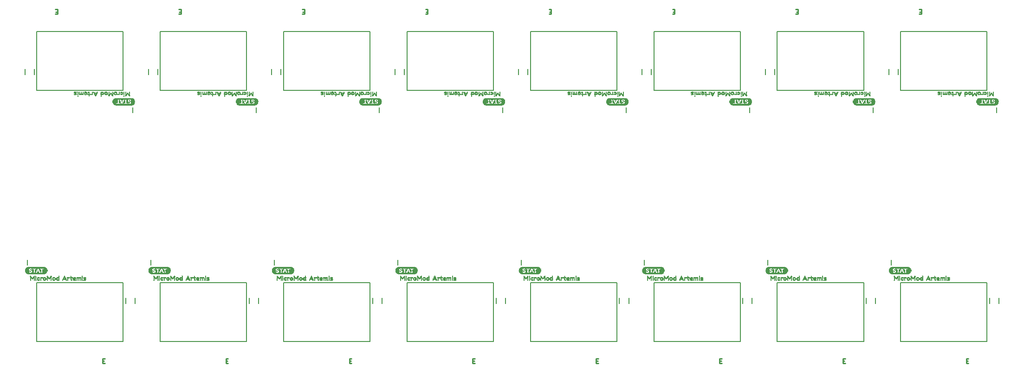
<source format=gto>
G04 EAGLE Gerber RS-274X export*
G75*
%MOMM*%
%FSLAX34Y34*%
%LPD*%
%INSilkscreen Top*%
%IPPOS*%
%AMOC8*
5,1,8,0,0,1.08239X$1,22.5*%
G01*
%ADD10C,0.127000*%
%ADD11C,0.203200*%
%ADD12R,3.100000X0.040000*%
%ADD13R,3.300000X0.030000*%
%ADD14R,3.420000X0.030000*%
%ADD15R,3.550000X0.030000*%
%ADD16R,3.620000X0.030000*%
%ADD17R,3.680000X0.040000*%
%ADD18R,3.740000X0.030000*%
%ADD19R,0.770000X0.030000*%
%ADD20R,2.880000X0.030000*%
%ADD21R,0.710000X0.030000*%
%ADD22R,0.130000X0.030000*%
%ADD23R,0.260000X0.030000*%
%ADD24R,0.190000X0.030000*%
%ADD25R,0.570000X0.030000*%
%ADD26R,0.670000X0.030000*%
%ADD27R,0.100000X0.030000*%
%ADD28R,0.540000X0.030000*%
%ADD29R,0.670000X0.040000*%
%ADD30R,0.070000X0.040000*%
%ADD31R,0.160000X0.040000*%
%ADD32R,0.130000X0.040000*%
%ADD33R,0.580000X0.040000*%
%ADD34R,0.640000X0.030000*%
%ADD35R,0.070000X0.030000*%
%ADD36R,0.160000X0.030000*%
%ADD37R,0.610000X0.030000*%
%ADD38R,0.380000X0.030000*%
%ADD39R,0.440000X0.030000*%
%ADD40R,0.390000X0.030000*%
%ADD41R,0.930000X0.030000*%
%ADD42R,0.410000X0.040000*%
%ADD43R,0.390000X0.040000*%
%ADD44R,0.960000X0.040000*%
%ADD45R,0.700000X0.030000*%
%ADD46R,0.410000X0.030000*%
%ADD47R,0.350000X0.030000*%
%ADD48R,0.960000X0.030000*%
%ADD49R,0.600000X0.030000*%
%ADD50R,0.480000X0.030000*%
%ADD51R,0.320000X0.030000*%
%ADD52R,0.730000X0.030000*%
%ADD53R,0.730000X0.040000*%
%ADD54R,0.350000X0.040000*%
%ADD55R,0.290000X0.040000*%
%ADD56R,0.800000X0.030000*%
%ADD57R,0.290000X0.030000*%
%ADD58R,0.860000X0.030000*%
%ADD59R,0.990000X0.030000*%
%ADD60R,0.280000X0.030000*%
%ADD61R,1.050000X0.030000*%
%ADD62R,0.230000X0.030000*%
%ADD63R,0.250000X0.040000*%
%ADD64R,0.280000X0.040000*%
%ADD65R,0.230000X0.040000*%
%ADD66R,0.220000X0.030000*%
%ADD67R,0.250000X0.030000*%
%ADD68R,0.900000X0.030000*%
%ADD69R,0.640000X0.040000*%
%ADD70R,0.320000X0.040000*%
%ADD71R,0.190000X0.040000*%
%ADD72R,0.900000X0.040000*%
%ADD73R,0.420000X0.030000*%
%ADD74R,0.450000X0.030000*%
%ADD75R,0.030000X0.030000*%
%ADD76R,0.060000X0.030000*%
%ADD77R,0.220000X0.040000*%
%ADD78R,0.440000X0.040000*%
%ADD79R,0.520000X0.030000*%
%ADD80R,0.510000X0.030000*%
%ADD81R,0.890000X0.030000*%
%ADD82R,0.450000X0.040000*%
%ADD83R,0.570000X0.040000*%
%ADD84R,0.890000X0.040000*%
%ADD85R,0.060000X0.040000*%
%ADD86R,0.200000X0.030000*%
%ADD87R,0.200000X0.040000*%
%ADD88R,0.420000X0.040000*%
%ADD89R,0.740000X0.030000*%
%ADD90R,0.260000X0.040000*%
%ADD91R,0.510000X0.040000*%
%ADD92R,0.480000X0.040000*%
%ADD93R,0.040000X0.030000*%
%ADD94R,0.360000X0.030000*%
%ADD95R,0.360000X0.040000*%
%ADD96R,0.550000X0.030000*%
%ADD97R,0.600000X0.040000*%
%ADD98R,0.610000X0.040000*%
%ADD99R,0.120000X0.030000*%
%ADD100C,0.228600*%


D10*
X188750Y173750D02*
X31250Y173750D01*
X31250Y66250D01*
X188750Y66250D01*
X188750Y173750D01*
D11*
X210500Y145000D02*
X210500Y135000D01*
X193500Y135000D02*
X193500Y145000D01*
X14125Y205238D02*
X14125Y214763D01*
D12*
X30300Y201400D03*
D13*
X30300Y201050D03*
D14*
X30300Y200750D03*
D15*
X30250Y200450D03*
D16*
X30300Y200150D03*
D17*
X30300Y199800D03*
D18*
X30300Y199450D03*
D19*
X15050Y199150D03*
D20*
X34900Y199150D03*
D21*
X14450Y198850D03*
D22*
X22150Y198850D03*
D23*
X31700Y198850D03*
D24*
X35250Y198850D03*
D25*
X46750Y198850D03*
D26*
X14250Y198550D03*
D27*
X22300Y198550D03*
D24*
X31750Y198550D03*
D22*
X35250Y198550D03*
D28*
X46900Y198550D03*
D29*
X13950Y198200D03*
D30*
X22450Y198200D03*
D31*
X31600Y198200D03*
D32*
X35250Y198200D03*
D33*
X47100Y198200D03*
D34*
X13800Y197850D03*
D35*
X22450Y197850D03*
D36*
X31600Y197850D03*
D22*
X35550Y197850D03*
D37*
X46950Y197850D03*
D26*
X13650Y197550D03*
D27*
X22600Y197550D03*
D36*
X31200Y197550D03*
D22*
X35550Y197550D03*
D34*
X47100Y197550D03*
D26*
X13650Y197250D03*
D27*
X19700Y197250D03*
D38*
X23700Y197250D03*
D39*
X29800Y197250D03*
D40*
X37150Y197250D03*
D41*
X45650Y197250D03*
D34*
X13500Y196950D03*
D24*
X19850Y196950D03*
D38*
X23700Y196950D03*
D39*
X29800Y196950D03*
D40*
X37150Y196950D03*
D41*
X45650Y196950D03*
D29*
X13350Y196600D03*
X22250Y196600D03*
D42*
X29650Y196600D03*
D43*
X37150Y196600D03*
D44*
X45800Y196600D03*
D45*
X13500Y196250D03*
D26*
X22250Y196250D03*
D46*
X29650Y196250D03*
D47*
X37350Y196250D03*
D48*
X45800Y196250D03*
D45*
X13500Y195950D03*
D49*
X22600Y195950D03*
D38*
X29500Y195950D03*
D47*
X37350Y195950D03*
D48*
X45800Y195950D03*
D45*
X13500Y195650D03*
D50*
X23200Y195650D03*
D38*
X29500Y195650D03*
D51*
X37500Y195650D03*
D48*
X45800Y195650D03*
D52*
X13650Y195350D03*
D38*
X23700Y195350D03*
D47*
X29350Y195350D03*
D35*
X33650Y195350D03*
D51*
X37500Y195350D03*
D48*
X45800Y195350D03*
D53*
X13650Y195000D03*
D54*
X23850Y195000D03*
X29350Y195000D03*
D30*
X33650Y195000D03*
D55*
X37650Y195000D03*
D44*
X45800Y195000D03*
D56*
X14000Y194650D03*
D51*
X24000Y194650D03*
X29200Y194650D03*
D27*
X33500Y194650D03*
D57*
X37650Y194650D03*
D48*
X45800Y194650D03*
D58*
X14300Y194350D03*
D51*
X24000Y194350D03*
X29200Y194350D03*
D22*
X33650Y194350D03*
D23*
X37800Y194350D03*
D48*
X45800Y194350D03*
D59*
X14950Y194050D03*
D60*
X24200Y194050D03*
X29000Y194050D03*
D23*
X37800Y194050D03*
D48*
X45800Y194050D03*
D61*
X15250Y193750D03*
D60*
X24200Y193750D03*
X29000Y193750D03*
D62*
X37950Y193750D03*
D48*
X45800Y193750D03*
D53*
X13650Y193400D03*
D63*
X19550Y193400D03*
D64*
X24200Y193400D03*
D63*
X28850Y193400D03*
D65*
X37950Y193400D03*
D44*
X45800Y193400D03*
D26*
X13650Y193050D03*
D66*
X19700Y193050D03*
D60*
X24200Y193050D03*
D67*
X28850Y193050D03*
D24*
X38150Y193050D03*
D41*
X45650Y193050D03*
D34*
X13500Y192750D03*
D36*
X19700Y192750D03*
D60*
X24200Y192750D03*
D66*
X28700Y192750D03*
D24*
X38150Y192750D03*
D41*
X45650Y192750D03*
D34*
X13500Y192450D03*
D60*
X24200Y192450D03*
D66*
X28700Y192450D03*
D51*
X33600Y192450D03*
D36*
X38300Y192450D03*
D41*
X45650Y192450D03*
D37*
X13650Y192150D03*
D51*
X24000Y192150D03*
D24*
X28550Y192150D03*
D47*
X33450Y192150D03*
D36*
X38300Y192150D03*
D68*
X45500Y192150D03*
D69*
X13800Y191800D03*
D70*
X24000Y191800D03*
D71*
X28550Y191800D03*
D43*
X33650Y191800D03*
D32*
X38450Y191800D03*
D72*
X45500Y191800D03*
D34*
X14100Y191450D03*
D47*
X23850Y191450D03*
D24*
X28550Y191450D03*
D73*
X33500Y191450D03*
D22*
X38450Y191450D03*
D58*
X45300Y191450D03*
D26*
X14250Y191150D03*
D38*
X23700Y191150D03*
D24*
X28550Y191150D03*
D74*
X33650Y191150D03*
D22*
X38450Y191150D03*
D58*
X45300Y191150D03*
D21*
X14750Y190850D03*
D50*
X23600Y190850D03*
D23*
X28500Y190850D03*
D50*
X33500Y190850D03*
D66*
X38300Y190850D03*
D58*
X45000Y190850D03*
D18*
X30300Y190550D03*
D17*
X30300Y190200D03*
D16*
X30300Y189850D03*
D15*
X30250Y189550D03*
D14*
X30300Y189250D03*
D13*
X30300Y188950D03*
D12*
X30300Y188600D03*
D22*
X114150Y185450D03*
D75*
X81650Y185150D03*
D24*
X114150Y185150D03*
D36*
X81700Y184850D03*
D76*
X93700Y184850D03*
D24*
X114150Y184850D03*
X81850Y184550D03*
X93650Y184550D03*
X114150Y184550D03*
D77*
X81700Y184200D03*
D71*
X93650Y184200D03*
X114150Y184200D03*
D67*
X81850Y183850D03*
D66*
X93500Y183850D03*
D24*
X114150Y183850D03*
D57*
X81650Y183550D03*
D66*
X93500Y183550D03*
D35*
X114150Y183550D03*
D51*
X81800Y183250D03*
D66*
X93500Y183250D03*
D47*
X81650Y182950D03*
D66*
X93500Y182950D03*
D35*
X99750Y182950D03*
X118650Y182950D03*
D43*
X81850Y182600D03*
D31*
X87400Y182600D03*
X90000Y182600D03*
D78*
X94000Y182600D03*
D55*
X99950Y182600D03*
D31*
X104400Y182600D03*
X106600Y182600D03*
X110200Y182600D03*
X114300Y182600D03*
D70*
X118600Y182600D03*
D73*
X81700Y182250D03*
D74*
X88850Y182250D03*
D50*
X93800Y182250D03*
D73*
X99900Y182250D03*
D24*
X104250Y182250D03*
D23*
X106800Y182250D03*
D57*
X110150Y182250D03*
D24*
X114150Y182250D03*
D73*
X118800Y182250D03*
D74*
X81850Y181950D03*
X88850Y181950D03*
D79*
X94000Y181950D03*
D50*
X99900Y181950D03*
D58*
X107600Y181950D03*
D24*
X114150Y181950D03*
D74*
X118650Y181950D03*
D50*
X81700Y181650D03*
D74*
X88850Y181650D03*
D79*
X94000Y181650D03*
D80*
X99750Y181650D03*
D58*
X107600Y181650D03*
D24*
X114150Y181650D03*
D50*
X118500Y181650D03*
D66*
X80400Y181350D03*
D23*
X83100Y181350D03*
D74*
X88850Y181350D03*
D79*
X94000Y181350D03*
D25*
X99750Y181350D03*
D81*
X107750Y181350D03*
D24*
X114150Y181350D03*
D74*
X118350Y181350D03*
D63*
X80250Y181000D03*
D77*
X83300Y181000D03*
D82*
X88850Y181000D03*
D78*
X94000Y181000D03*
D83*
X99750Y181000D03*
D84*
X107750Y181000D03*
D71*
X114150Y181000D03*
X117050Y181000D03*
D85*
X119900Y181000D03*
D66*
X80100Y180650D03*
X83300Y180650D03*
D62*
X87750Y180650D03*
D75*
X90350Y180650D03*
D67*
X93350Y180650D03*
D76*
X95300Y180650D03*
D67*
X97850Y180650D03*
D24*
X101650Y180650D03*
D81*
X107750Y180650D03*
D24*
X114150Y180650D03*
D66*
X117200Y180650D03*
D23*
X79900Y180350D03*
D66*
X83600Y180350D03*
D86*
X87600Y180350D03*
D66*
X93500Y180350D03*
X97700Y180350D03*
D24*
X101650Y180350D03*
D66*
X104400Y180350D03*
D67*
X107750Y180350D03*
D66*
X111100Y180350D03*
D24*
X114150Y180350D03*
D38*
X118000Y180350D03*
D37*
X81650Y180050D03*
D86*
X87600Y180050D03*
D66*
X93500Y180050D03*
D49*
X99600Y180050D03*
D66*
X104400Y180050D03*
X107900Y180050D03*
X111100Y180050D03*
D24*
X114150Y180050D03*
D73*
X118500Y180050D03*
D26*
X81650Y179750D03*
D86*
X87600Y179750D03*
D66*
X93500Y179750D03*
D49*
X99600Y179750D03*
D66*
X104400Y179750D03*
X107900Y179750D03*
X111100Y179750D03*
D24*
X114150Y179750D03*
D74*
X118650Y179750D03*
D29*
X81650Y179400D03*
D87*
X87600Y179400D03*
D77*
X93500Y179400D03*
D83*
X99450Y179400D03*
D77*
X104400Y179400D03*
X107900Y179400D03*
X111100Y179400D03*
D71*
X114150Y179400D03*
D88*
X118800Y179400D03*
D89*
X81700Y179050D03*
D86*
X87600Y179050D03*
D66*
X93500Y179050D03*
D28*
X99300Y179050D03*
D66*
X104400Y179050D03*
X107900Y179050D03*
X111100Y179050D03*
D24*
X114150Y179050D03*
D38*
X119300Y179050D03*
D89*
X81700Y178750D03*
D86*
X87600Y178750D03*
D24*
X93650Y178750D03*
D67*
X97850Y178750D03*
D66*
X104400Y178750D03*
X107900Y178750D03*
X111100Y178750D03*
D24*
X114150Y178750D03*
D75*
X116850Y178750D03*
D57*
X119750Y178750D03*
D56*
X81700Y178450D03*
D86*
X87600Y178450D03*
D51*
X94300Y178450D03*
D67*
X98150Y178450D03*
D27*
X101500Y178450D03*
D66*
X104400Y178450D03*
X107900Y178450D03*
X111100Y178450D03*
D24*
X114150Y178450D03*
D22*
X117050Y178450D03*
D66*
X120100Y178450D03*
X78800Y178150D03*
D62*
X84550Y178150D03*
D86*
X87600Y178150D03*
D47*
X94450Y178150D03*
D28*
X99600Y178150D03*
D66*
X104400Y178150D03*
X107900Y178150D03*
X111100Y178150D03*
D24*
X114150Y178150D03*
D80*
X118650Y178150D03*
D63*
X78650Y177800D03*
D90*
X84700Y177800D03*
D87*
X87600Y177800D03*
D54*
X94450Y177800D03*
D91*
X99750Y177800D03*
D77*
X104400Y177800D03*
X107900Y177800D03*
X111100Y177800D03*
D71*
X114150Y177800D03*
D92*
X118500Y177800D03*
D66*
X78500Y177450D03*
X84900Y177450D03*
D86*
X87600Y177450D03*
D51*
X94600Y177450D03*
D50*
X99900Y177450D03*
D66*
X104400Y177450D03*
X107900Y177450D03*
D24*
X111250Y177450D03*
X114150Y177450D03*
D50*
X118500Y177450D03*
D24*
X78650Y177150D03*
D66*
X84900Y177150D03*
D86*
X87600Y177150D03*
D67*
X94650Y177150D03*
D74*
X100050Y177150D03*
D66*
X104400Y177150D03*
D24*
X107750Y177150D03*
X111250Y177150D03*
X114150Y177150D03*
D74*
X118350Y177150D03*
D22*
X78650Y176850D03*
X84750Y176850D03*
D36*
X87400Y176850D03*
D66*
X94800Y176850D03*
D38*
X100100Y176850D03*
D36*
X104400Y176850D03*
X107900Y176850D03*
X111100Y176850D03*
X114300Y176850D03*
D51*
X118300Y176850D03*
D22*
X100050Y176550D03*
D75*
X118450Y176550D03*
D22*
X29550Y185450D03*
D36*
X71300Y185450D03*
D75*
X19450Y185150D03*
D76*
X26700Y185150D03*
D24*
X29550Y185150D03*
D93*
X50200Y185150D03*
D76*
X57400Y185150D03*
D24*
X71150Y185150D03*
X19650Y184850D03*
X26650Y184850D03*
X29550Y184850D03*
X50350Y184850D03*
D86*
X57400Y184850D03*
D66*
X71300Y184850D03*
X19800Y184550D03*
X26500Y184550D03*
D24*
X29550Y184550D03*
D66*
X50500Y184550D03*
D62*
X57250Y184550D03*
D66*
X71300Y184550D03*
D77*
X19800Y184200D03*
D63*
X26350Y184200D03*
D71*
X29550Y184200D03*
D77*
X50500Y184200D03*
D90*
X57100Y184200D03*
D77*
X71300Y184200D03*
D67*
X19950Y183850D03*
X26350Y183850D03*
D24*
X29550Y183850D03*
D23*
X50700Y183850D03*
X57100Y183850D03*
D66*
X71300Y183850D03*
D57*
X20150Y183550D03*
D60*
X26200Y183550D03*
D35*
X29550Y183550D03*
D57*
X50850Y183550D03*
X56950Y183550D03*
D66*
X71300Y183550D03*
D51*
X20300Y183250D03*
X26000Y183250D03*
X51000Y183250D03*
X56800Y183250D03*
D66*
X71300Y183250D03*
D47*
X20450Y182950D03*
X25850Y182950D03*
D35*
X45550Y182950D03*
D47*
X51150Y182950D03*
D94*
X56600Y182950D03*
D76*
X62500Y182950D03*
D66*
X71300Y182950D03*
D54*
X20450Y182600D03*
X25850Y182600D03*
D31*
X29700Y182600D03*
D77*
X34500Y182600D03*
D31*
X38400Y182600D03*
X40900Y182600D03*
D64*
X45400Y182600D03*
D54*
X51150Y182600D03*
D95*
X56600Y182600D03*
D55*
X62350Y182600D03*
D71*
X68950Y182600D03*
D77*
X71300Y182600D03*
D38*
X20600Y182250D03*
X25700Y182250D03*
D24*
X29550Y182250D03*
D47*
X34550Y182250D03*
D39*
X39800Y182250D03*
D40*
X45550Y182250D03*
D38*
X51300Y182250D03*
D40*
X56450Y182250D03*
D38*
X62500Y182250D03*
D80*
X69850Y182250D03*
D46*
X20750Y181950D03*
X25550Y181950D03*
D24*
X29550Y181950D03*
D73*
X34500Y181950D03*
D39*
X39800Y181950D03*
D50*
X45400Y181950D03*
D73*
X51500Y181950D03*
X56300Y181950D03*
D50*
X62400Y181950D03*
D28*
X69700Y181950D03*
D81*
X23150Y181650D03*
D24*
X29550Y181650D03*
D50*
X34500Y181650D03*
D39*
X39800Y181650D03*
D80*
X45550Y181650D03*
D68*
X53900Y181650D03*
D80*
X62550Y181650D03*
D25*
X69550Y181650D03*
D81*
X23150Y181350D03*
D24*
X29550Y181350D03*
D80*
X34350Y181350D03*
D39*
X39800Y181350D03*
D28*
X45400Y181350D03*
D68*
X53900Y181350D03*
D96*
X62350Y181350D03*
D25*
X69550Y181350D03*
D71*
X19650Y181000D03*
D82*
X23150Y181000D03*
D71*
X26650Y181000D03*
X29550Y181000D03*
D91*
X34050Y181000D03*
D78*
X39800Y181000D03*
D97*
X45400Y181000D03*
D71*
X50350Y181000D03*
D82*
X53850Y181000D03*
D87*
X57400Y181000D03*
D98*
X62350Y181000D03*
D97*
X69400Y181000D03*
D24*
X19650Y180650D03*
D40*
X23150Y180650D03*
D24*
X26650Y180650D03*
X29550Y180650D03*
D57*
X32950Y180650D03*
D36*
X35500Y180650D03*
D66*
X38700Y180650D03*
D75*
X41250Y180650D03*
D67*
X43650Y180650D03*
X47150Y180650D03*
D24*
X50350Y180650D03*
D38*
X53900Y180650D03*
D86*
X57400Y180650D03*
D23*
X60600Y180650D03*
X64100Y180650D03*
D49*
X69400Y180650D03*
D24*
X19650Y180350D03*
D51*
X23200Y180350D03*
D24*
X26650Y180350D03*
X29550Y180350D03*
D66*
X32600Y180350D03*
D35*
X35650Y180350D03*
D24*
X38550Y180350D03*
D66*
X43500Y180350D03*
D23*
X47500Y180350D03*
D24*
X50350Y180350D03*
D51*
X53900Y180350D03*
D86*
X57400Y180350D03*
D62*
X60450Y180350D03*
D67*
X64450Y180350D03*
D23*
X67300Y180350D03*
D67*
X71150Y180350D03*
D24*
X19650Y180050D03*
D51*
X23200Y180050D03*
D24*
X26650Y180050D03*
X29550Y180050D03*
D66*
X32600Y180050D03*
D24*
X38550Y180050D03*
X43350Y180050D03*
D62*
X47650Y180050D03*
D24*
X50350Y180050D03*
D51*
X53900Y180050D03*
D86*
X57400Y180050D03*
D24*
X60250Y180050D03*
D66*
X64600Y180050D03*
D62*
X67150Y180050D03*
D66*
X71300Y180050D03*
D24*
X19650Y179750D03*
D67*
X23150Y179750D03*
D24*
X26650Y179750D03*
X29550Y179750D03*
D66*
X32300Y179750D03*
D24*
X38550Y179750D03*
D62*
X43150Y179750D03*
X47650Y179750D03*
D24*
X50350Y179750D03*
D23*
X53900Y179750D03*
D86*
X57400Y179750D03*
D66*
X60100Y179750D03*
X64600Y179750D03*
D62*
X67150Y179750D03*
D66*
X71300Y179750D03*
D71*
X19650Y179400D03*
X23150Y179400D03*
X26650Y179400D03*
X29550Y179400D03*
D77*
X32600Y179400D03*
D71*
X38550Y179400D03*
X43350Y179400D03*
D65*
X47650Y179400D03*
D71*
X50350Y179400D03*
X53850Y179400D03*
D87*
X57400Y179400D03*
D71*
X60250Y179400D03*
D77*
X64600Y179400D03*
D65*
X67150Y179400D03*
D77*
X71300Y179400D03*
D24*
X19650Y179050D03*
D22*
X23150Y179050D03*
D24*
X26650Y179050D03*
X29550Y179050D03*
D66*
X32600Y179050D03*
D35*
X35650Y179050D03*
D24*
X38550Y179050D03*
D66*
X43500Y179050D03*
D23*
X47500Y179050D03*
D24*
X50350Y179050D03*
D22*
X53850Y179050D03*
D86*
X57400Y179050D03*
D62*
X60450Y179050D03*
D67*
X64450Y179050D03*
D23*
X67300Y179050D03*
D67*
X71150Y179050D03*
D24*
X19650Y178750D03*
X26650Y178750D03*
X29550Y178750D03*
D57*
X32950Y178750D03*
D36*
X35500Y178750D03*
D24*
X38550Y178750D03*
D67*
X43650Y178750D03*
X47150Y178750D03*
D24*
X50350Y178750D03*
D86*
X57400Y178750D03*
D23*
X60600Y178750D03*
X64100Y178750D03*
D49*
X69400Y178750D03*
D24*
X19650Y178450D03*
X26650Y178450D03*
X29550Y178450D03*
D80*
X34050Y178450D03*
D24*
X38550Y178450D03*
D49*
X45400Y178450D03*
D24*
X50350Y178450D03*
D86*
X57400Y178450D03*
D37*
X62350Y178450D03*
D49*
X69400Y178450D03*
D24*
X19650Y178150D03*
X26650Y178150D03*
X29550Y178150D03*
D80*
X34350Y178150D03*
D24*
X38550Y178150D03*
D28*
X45400Y178150D03*
D24*
X50350Y178150D03*
D86*
X57400Y178150D03*
D96*
X62350Y178150D03*
D25*
X69550Y178150D03*
D71*
X19650Y177800D03*
X26650Y177800D03*
X29550Y177800D03*
D92*
X34500Y177800D03*
D71*
X38550Y177800D03*
D91*
X45550Y177800D03*
D71*
X50350Y177800D03*
D87*
X57400Y177800D03*
D91*
X62550Y177800D03*
D83*
X69550Y177800D03*
D24*
X19650Y177450D03*
X26650Y177450D03*
X29550Y177450D03*
D73*
X34500Y177450D03*
D24*
X38550Y177450D03*
D74*
X45550Y177450D03*
D24*
X50350Y177450D03*
D86*
X57400Y177450D03*
D74*
X62550Y177450D03*
D28*
X69700Y177450D03*
D24*
X19650Y177150D03*
X26650Y177150D03*
X29550Y177150D03*
D47*
X34550Y177150D03*
D24*
X38550Y177150D03*
D40*
X45550Y177150D03*
D24*
X50350Y177150D03*
D86*
X57400Y177150D03*
D38*
X62500Y177150D03*
D50*
X69700Y177150D03*
D36*
X19500Y176850D03*
D22*
X26650Y176850D03*
D36*
X29700Y176850D03*
D66*
X34500Y176850D03*
D36*
X38400Y176850D03*
D60*
X45400Y176850D03*
D36*
X50200Y176850D03*
D99*
X57400Y176850D03*
D57*
X62350Y176850D03*
D24*
X68950Y176850D03*
D36*
X71300Y176850D03*
D93*
X45400Y176550D03*
D75*
X62350Y176550D03*
D100*
X151064Y25643D02*
X154936Y25643D01*
X151064Y25643D02*
X151064Y34357D01*
X154936Y34357D01*
X153968Y30484D02*
X151064Y30484D01*
D10*
X256319Y173750D02*
X413819Y173750D01*
X256319Y173750D02*
X256319Y66250D01*
X413819Y66250D01*
X413819Y173750D01*
D11*
X435569Y145000D02*
X435569Y135000D01*
X418569Y135000D02*
X418569Y145000D01*
X239194Y205238D02*
X239194Y214763D01*
D12*
X255369Y201400D03*
D13*
X255369Y201050D03*
D14*
X255369Y200750D03*
D15*
X255319Y200450D03*
D16*
X255369Y200150D03*
D17*
X255369Y199800D03*
D18*
X255369Y199450D03*
D19*
X240119Y199150D03*
D20*
X259969Y199150D03*
D21*
X239519Y198850D03*
D22*
X247219Y198850D03*
D23*
X256769Y198850D03*
D24*
X260319Y198850D03*
D25*
X271819Y198850D03*
D26*
X239319Y198550D03*
D27*
X247369Y198550D03*
D24*
X256819Y198550D03*
D22*
X260319Y198550D03*
D28*
X271969Y198550D03*
D29*
X239019Y198200D03*
D30*
X247519Y198200D03*
D31*
X256669Y198200D03*
D32*
X260319Y198200D03*
D33*
X272169Y198200D03*
D34*
X238869Y197850D03*
D35*
X247519Y197850D03*
D36*
X256669Y197850D03*
D22*
X260619Y197850D03*
D37*
X272019Y197850D03*
D26*
X238719Y197550D03*
D27*
X247669Y197550D03*
D36*
X256269Y197550D03*
D22*
X260619Y197550D03*
D34*
X272169Y197550D03*
D26*
X238719Y197250D03*
D27*
X244769Y197250D03*
D38*
X248769Y197250D03*
D39*
X254869Y197250D03*
D40*
X262219Y197250D03*
D41*
X270719Y197250D03*
D34*
X238569Y196950D03*
D24*
X244919Y196950D03*
D38*
X248769Y196950D03*
D39*
X254869Y196950D03*
D40*
X262219Y196950D03*
D41*
X270719Y196950D03*
D29*
X238419Y196600D03*
X247319Y196600D03*
D42*
X254719Y196600D03*
D43*
X262219Y196600D03*
D44*
X270869Y196600D03*
D45*
X238569Y196250D03*
D26*
X247319Y196250D03*
D46*
X254719Y196250D03*
D47*
X262419Y196250D03*
D48*
X270869Y196250D03*
D45*
X238569Y195950D03*
D49*
X247669Y195950D03*
D38*
X254569Y195950D03*
D47*
X262419Y195950D03*
D48*
X270869Y195950D03*
D45*
X238569Y195650D03*
D50*
X248269Y195650D03*
D38*
X254569Y195650D03*
D51*
X262569Y195650D03*
D48*
X270869Y195650D03*
D52*
X238719Y195350D03*
D38*
X248769Y195350D03*
D47*
X254419Y195350D03*
D35*
X258719Y195350D03*
D51*
X262569Y195350D03*
D48*
X270869Y195350D03*
D53*
X238719Y195000D03*
D54*
X248919Y195000D03*
X254419Y195000D03*
D30*
X258719Y195000D03*
D55*
X262719Y195000D03*
D44*
X270869Y195000D03*
D56*
X239069Y194650D03*
D51*
X249069Y194650D03*
X254269Y194650D03*
D27*
X258569Y194650D03*
D57*
X262719Y194650D03*
D48*
X270869Y194650D03*
D58*
X239369Y194350D03*
D51*
X249069Y194350D03*
X254269Y194350D03*
D22*
X258719Y194350D03*
D23*
X262869Y194350D03*
D48*
X270869Y194350D03*
D59*
X240019Y194050D03*
D60*
X249269Y194050D03*
X254069Y194050D03*
D23*
X262869Y194050D03*
D48*
X270869Y194050D03*
D61*
X240319Y193750D03*
D60*
X249269Y193750D03*
X254069Y193750D03*
D62*
X263019Y193750D03*
D48*
X270869Y193750D03*
D53*
X238719Y193400D03*
D63*
X244619Y193400D03*
D64*
X249269Y193400D03*
D63*
X253919Y193400D03*
D65*
X263019Y193400D03*
D44*
X270869Y193400D03*
D26*
X238719Y193050D03*
D66*
X244769Y193050D03*
D60*
X249269Y193050D03*
D67*
X253919Y193050D03*
D24*
X263219Y193050D03*
D41*
X270719Y193050D03*
D34*
X238569Y192750D03*
D36*
X244769Y192750D03*
D60*
X249269Y192750D03*
D66*
X253769Y192750D03*
D24*
X263219Y192750D03*
D41*
X270719Y192750D03*
D34*
X238569Y192450D03*
D60*
X249269Y192450D03*
D66*
X253769Y192450D03*
D51*
X258669Y192450D03*
D36*
X263369Y192450D03*
D41*
X270719Y192450D03*
D37*
X238719Y192150D03*
D51*
X249069Y192150D03*
D24*
X253619Y192150D03*
D47*
X258519Y192150D03*
D36*
X263369Y192150D03*
D68*
X270569Y192150D03*
D69*
X238869Y191800D03*
D70*
X249069Y191800D03*
D71*
X253619Y191800D03*
D43*
X258719Y191800D03*
D32*
X263519Y191800D03*
D72*
X270569Y191800D03*
D34*
X239169Y191450D03*
D47*
X248919Y191450D03*
D24*
X253619Y191450D03*
D73*
X258569Y191450D03*
D22*
X263519Y191450D03*
D58*
X270369Y191450D03*
D26*
X239319Y191150D03*
D38*
X248769Y191150D03*
D24*
X253619Y191150D03*
D74*
X258719Y191150D03*
D22*
X263519Y191150D03*
D58*
X270369Y191150D03*
D21*
X239819Y190850D03*
D50*
X248669Y190850D03*
D23*
X253569Y190850D03*
D50*
X258569Y190850D03*
D66*
X263369Y190850D03*
D58*
X270069Y190850D03*
D18*
X255369Y190550D03*
D17*
X255369Y190200D03*
D16*
X255369Y189850D03*
D15*
X255319Y189550D03*
D14*
X255369Y189250D03*
D13*
X255369Y188950D03*
D12*
X255369Y188600D03*
D22*
X339219Y185450D03*
D75*
X306719Y185150D03*
D24*
X339219Y185150D03*
D36*
X306769Y184850D03*
D76*
X318769Y184850D03*
D24*
X339219Y184850D03*
X306919Y184550D03*
X318719Y184550D03*
X339219Y184550D03*
D77*
X306769Y184200D03*
D71*
X318719Y184200D03*
X339219Y184200D03*
D67*
X306919Y183850D03*
D66*
X318569Y183850D03*
D24*
X339219Y183850D03*
D57*
X306719Y183550D03*
D66*
X318569Y183550D03*
D35*
X339219Y183550D03*
D51*
X306869Y183250D03*
D66*
X318569Y183250D03*
D47*
X306719Y182950D03*
D66*
X318569Y182950D03*
D35*
X324819Y182950D03*
X343719Y182950D03*
D43*
X306919Y182600D03*
D31*
X312469Y182600D03*
X315069Y182600D03*
D78*
X319069Y182600D03*
D55*
X325019Y182600D03*
D31*
X329469Y182600D03*
X331669Y182600D03*
X335269Y182600D03*
X339369Y182600D03*
D70*
X343669Y182600D03*
D73*
X306769Y182250D03*
D74*
X313919Y182250D03*
D50*
X318869Y182250D03*
D73*
X324969Y182250D03*
D24*
X329319Y182250D03*
D23*
X331869Y182250D03*
D57*
X335219Y182250D03*
D24*
X339219Y182250D03*
D73*
X343869Y182250D03*
D74*
X306919Y181950D03*
X313919Y181950D03*
D79*
X319069Y181950D03*
D50*
X324969Y181950D03*
D58*
X332669Y181950D03*
D24*
X339219Y181950D03*
D74*
X343719Y181950D03*
D50*
X306769Y181650D03*
D74*
X313919Y181650D03*
D79*
X319069Y181650D03*
D80*
X324819Y181650D03*
D58*
X332669Y181650D03*
D24*
X339219Y181650D03*
D50*
X343569Y181650D03*
D66*
X305469Y181350D03*
D23*
X308169Y181350D03*
D74*
X313919Y181350D03*
D79*
X319069Y181350D03*
D25*
X324819Y181350D03*
D81*
X332819Y181350D03*
D24*
X339219Y181350D03*
D74*
X343419Y181350D03*
D63*
X305319Y181000D03*
D77*
X308369Y181000D03*
D82*
X313919Y181000D03*
D78*
X319069Y181000D03*
D83*
X324819Y181000D03*
D84*
X332819Y181000D03*
D71*
X339219Y181000D03*
X342119Y181000D03*
D85*
X344969Y181000D03*
D66*
X305169Y180650D03*
X308369Y180650D03*
D62*
X312819Y180650D03*
D75*
X315419Y180650D03*
D67*
X318419Y180650D03*
D76*
X320369Y180650D03*
D67*
X322919Y180650D03*
D24*
X326719Y180650D03*
D81*
X332819Y180650D03*
D24*
X339219Y180650D03*
D66*
X342269Y180650D03*
D23*
X304969Y180350D03*
D66*
X308669Y180350D03*
D86*
X312669Y180350D03*
D66*
X318569Y180350D03*
X322769Y180350D03*
D24*
X326719Y180350D03*
D66*
X329469Y180350D03*
D67*
X332819Y180350D03*
D66*
X336169Y180350D03*
D24*
X339219Y180350D03*
D38*
X343069Y180350D03*
D37*
X306719Y180050D03*
D86*
X312669Y180050D03*
D66*
X318569Y180050D03*
D49*
X324669Y180050D03*
D66*
X329469Y180050D03*
X332969Y180050D03*
X336169Y180050D03*
D24*
X339219Y180050D03*
D73*
X343569Y180050D03*
D26*
X306719Y179750D03*
D86*
X312669Y179750D03*
D66*
X318569Y179750D03*
D49*
X324669Y179750D03*
D66*
X329469Y179750D03*
X332969Y179750D03*
X336169Y179750D03*
D24*
X339219Y179750D03*
D74*
X343719Y179750D03*
D29*
X306719Y179400D03*
D87*
X312669Y179400D03*
D77*
X318569Y179400D03*
D83*
X324519Y179400D03*
D77*
X329469Y179400D03*
X332969Y179400D03*
X336169Y179400D03*
D71*
X339219Y179400D03*
D88*
X343869Y179400D03*
D89*
X306769Y179050D03*
D86*
X312669Y179050D03*
D66*
X318569Y179050D03*
D28*
X324369Y179050D03*
D66*
X329469Y179050D03*
X332969Y179050D03*
X336169Y179050D03*
D24*
X339219Y179050D03*
D38*
X344369Y179050D03*
D89*
X306769Y178750D03*
D86*
X312669Y178750D03*
D24*
X318719Y178750D03*
D67*
X322919Y178750D03*
D66*
X329469Y178750D03*
X332969Y178750D03*
X336169Y178750D03*
D24*
X339219Y178750D03*
D75*
X341919Y178750D03*
D57*
X344819Y178750D03*
D56*
X306769Y178450D03*
D86*
X312669Y178450D03*
D51*
X319369Y178450D03*
D67*
X323219Y178450D03*
D27*
X326569Y178450D03*
D66*
X329469Y178450D03*
X332969Y178450D03*
X336169Y178450D03*
D24*
X339219Y178450D03*
D22*
X342119Y178450D03*
D66*
X345169Y178450D03*
X303869Y178150D03*
D62*
X309619Y178150D03*
D86*
X312669Y178150D03*
D47*
X319519Y178150D03*
D28*
X324669Y178150D03*
D66*
X329469Y178150D03*
X332969Y178150D03*
X336169Y178150D03*
D24*
X339219Y178150D03*
D80*
X343719Y178150D03*
D63*
X303719Y177800D03*
D90*
X309769Y177800D03*
D87*
X312669Y177800D03*
D54*
X319519Y177800D03*
D91*
X324819Y177800D03*
D77*
X329469Y177800D03*
X332969Y177800D03*
X336169Y177800D03*
D71*
X339219Y177800D03*
D92*
X343569Y177800D03*
D66*
X303569Y177450D03*
X309969Y177450D03*
D86*
X312669Y177450D03*
D51*
X319669Y177450D03*
D50*
X324969Y177450D03*
D66*
X329469Y177450D03*
X332969Y177450D03*
D24*
X336319Y177450D03*
X339219Y177450D03*
D50*
X343569Y177450D03*
D24*
X303719Y177150D03*
D66*
X309969Y177150D03*
D86*
X312669Y177150D03*
D67*
X319719Y177150D03*
D74*
X325119Y177150D03*
D66*
X329469Y177150D03*
D24*
X332819Y177150D03*
X336319Y177150D03*
X339219Y177150D03*
D74*
X343419Y177150D03*
D22*
X303719Y176850D03*
X309819Y176850D03*
D36*
X312469Y176850D03*
D66*
X319869Y176850D03*
D38*
X325169Y176850D03*
D36*
X329469Y176850D03*
X332969Y176850D03*
X336169Y176850D03*
X339369Y176850D03*
D51*
X343369Y176850D03*
D22*
X325119Y176550D03*
D75*
X343519Y176550D03*
D22*
X254619Y185450D03*
D36*
X296369Y185450D03*
D75*
X244519Y185150D03*
D76*
X251769Y185150D03*
D24*
X254619Y185150D03*
D93*
X275269Y185150D03*
D76*
X282469Y185150D03*
D24*
X296219Y185150D03*
X244719Y184850D03*
X251719Y184850D03*
X254619Y184850D03*
X275419Y184850D03*
D86*
X282469Y184850D03*
D66*
X296369Y184850D03*
X244869Y184550D03*
X251569Y184550D03*
D24*
X254619Y184550D03*
D66*
X275569Y184550D03*
D62*
X282319Y184550D03*
D66*
X296369Y184550D03*
D77*
X244869Y184200D03*
D63*
X251419Y184200D03*
D71*
X254619Y184200D03*
D77*
X275569Y184200D03*
D90*
X282169Y184200D03*
D77*
X296369Y184200D03*
D67*
X245019Y183850D03*
X251419Y183850D03*
D24*
X254619Y183850D03*
D23*
X275769Y183850D03*
X282169Y183850D03*
D66*
X296369Y183850D03*
D57*
X245219Y183550D03*
D60*
X251269Y183550D03*
D35*
X254619Y183550D03*
D57*
X275919Y183550D03*
X282019Y183550D03*
D66*
X296369Y183550D03*
D51*
X245369Y183250D03*
X251069Y183250D03*
X276069Y183250D03*
X281869Y183250D03*
D66*
X296369Y183250D03*
D47*
X245519Y182950D03*
X250919Y182950D03*
D35*
X270619Y182950D03*
D47*
X276219Y182950D03*
D94*
X281669Y182950D03*
D76*
X287569Y182950D03*
D66*
X296369Y182950D03*
D54*
X245519Y182600D03*
X250919Y182600D03*
D31*
X254769Y182600D03*
D77*
X259569Y182600D03*
D31*
X263469Y182600D03*
X265969Y182600D03*
D64*
X270469Y182600D03*
D54*
X276219Y182600D03*
D95*
X281669Y182600D03*
D55*
X287419Y182600D03*
D71*
X294019Y182600D03*
D77*
X296369Y182600D03*
D38*
X245669Y182250D03*
X250769Y182250D03*
D24*
X254619Y182250D03*
D47*
X259619Y182250D03*
D39*
X264869Y182250D03*
D40*
X270619Y182250D03*
D38*
X276369Y182250D03*
D40*
X281519Y182250D03*
D38*
X287569Y182250D03*
D80*
X294919Y182250D03*
D46*
X245819Y181950D03*
X250619Y181950D03*
D24*
X254619Y181950D03*
D73*
X259569Y181950D03*
D39*
X264869Y181950D03*
D50*
X270469Y181950D03*
D73*
X276569Y181950D03*
X281369Y181950D03*
D50*
X287469Y181950D03*
D28*
X294769Y181950D03*
D81*
X248219Y181650D03*
D24*
X254619Y181650D03*
D50*
X259569Y181650D03*
D39*
X264869Y181650D03*
D80*
X270619Y181650D03*
D68*
X278969Y181650D03*
D80*
X287619Y181650D03*
D25*
X294619Y181650D03*
D81*
X248219Y181350D03*
D24*
X254619Y181350D03*
D80*
X259419Y181350D03*
D39*
X264869Y181350D03*
D28*
X270469Y181350D03*
D68*
X278969Y181350D03*
D96*
X287419Y181350D03*
D25*
X294619Y181350D03*
D71*
X244719Y181000D03*
D82*
X248219Y181000D03*
D71*
X251719Y181000D03*
X254619Y181000D03*
D91*
X259119Y181000D03*
D78*
X264869Y181000D03*
D97*
X270469Y181000D03*
D71*
X275419Y181000D03*
D82*
X278919Y181000D03*
D87*
X282469Y181000D03*
D98*
X287419Y181000D03*
D97*
X294469Y181000D03*
D24*
X244719Y180650D03*
D40*
X248219Y180650D03*
D24*
X251719Y180650D03*
X254619Y180650D03*
D57*
X258019Y180650D03*
D36*
X260569Y180650D03*
D66*
X263769Y180650D03*
D75*
X266319Y180650D03*
D67*
X268719Y180650D03*
X272219Y180650D03*
D24*
X275419Y180650D03*
D38*
X278969Y180650D03*
D86*
X282469Y180650D03*
D23*
X285669Y180650D03*
X289169Y180650D03*
D49*
X294469Y180650D03*
D24*
X244719Y180350D03*
D51*
X248269Y180350D03*
D24*
X251719Y180350D03*
X254619Y180350D03*
D66*
X257669Y180350D03*
D35*
X260719Y180350D03*
D24*
X263619Y180350D03*
D66*
X268569Y180350D03*
D23*
X272569Y180350D03*
D24*
X275419Y180350D03*
D51*
X278969Y180350D03*
D86*
X282469Y180350D03*
D62*
X285519Y180350D03*
D67*
X289519Y180350D03*
D23*
X292369Y180350D03*
D67*
X296219Y180350D03*
D24*
X244719Y180050D03*
D51*
X248269Y180050D03*
D24*
X251719Y180050D03*
X254619Y180050D03*
D66*
X257669Y180050D03*
D24*
X263619Y180050D03*
X268419Y180050D03*
D62*
X272719Y180050D03*
D24*
X275419Y180050D03*
D51*
X278969Y180050D03*
D86*
X282469Y180050D03*
D24*
X285319Y180050D03*
D66*
X289669Y180050D03*
D62*
X292219Y180050D03*
D66*
X296369Y180050D03*
D24*
X244719Y179750D03*
D67*
X248219Y179750D03*
D24*
X251719Y179750D03*
X254619Y179750D03*
D66*
X257369Y179750D03*
D24*
X263619Y179750D03*
D62*
X268219Y179750D03*
X272719Y179750D03*
D24*
X275419Y179750D03*
D23*
X278969Y179750D03*
D86*
X282469Y179750D03*
D66*
X285169Y179750D03*
X289669Y179750D03*
D62*
X292219Y179750D03*
D66*
X296369Y179750D03*
D71*
X244719Y179400D03*
X248219Y179400D03*
X251719Y179400D03*
X254619Y179400D03*
D77*
X257669Y179400D03*
D71*
X263619Y179400D03*
X268419Y179400D03*
D65*
X272719Y179400D03*
D71*
X275419Y179400D03*
X278919Y179400D03*
D87*
X282469Y179400D03*
D71*
X285319Y179400D03*
D77*
X289669Y179400D03*
D65*
X292219Y179400D03*
D77*
X296369Y179400D03*
D24*
X244719Y179050D03*
D22*
X248219Y179050D03*
D24*
X251719Y179050D03*
X254619Y179050D03*
D66*
X257669Y179050D03*
D35*
X260719Y179050D03*
D24*
X263619Y179050D03*
D66*
X268569Y179050D03*
D23*
X272569Y179050D03*
D24*
X275419Y179050D03*
D22*
X278919Y179050D03*
D86*
X282469Y179050D03*
D62*
X285519Y179050D03*
D67*
X289519Y179050D03*
D23*
X292369Y179050D03*
D67*
X296219Y179050D03*
D24*
X244719Y178750D03*
X251719Y178750D03*
X254619Y178750D03*
D57*
X258019Y178750D03*
D36*
X260569Y178750D03*
D24*
X263619Y178750D03*
D67*
X268719Y178750D03*
X272219Y178750D03*
D24*
X275419Y178750D03*
D86*
X282469Y178750D03*
D23*
X285669Y178750D03*
X289169Y178750D03*
D49*
X294469Y178750D03*
D24*
X244719Y178450D03*
X251719Y178450D03*
X254619Y178450D03*
D80*
X259119Y178450D03*
D24*
X263619Y178450D03*
D49*
X270469Y178450D03*
D24*
X275419Y178450D03*
D86*
X282469Y178450D03*
D37*
X287419Y178450D03*
D49*
X294469Y178450D03*
D24*
X244719Y178150D03*
X251719Y178150D03*
X254619Y178150D03*
D80*
X259419Y178150D03*
D24*
X263619Y178150D03*
D28*
X270469Y178150D03*
D24*
X275419Y178150D03*
D86*
X282469Y178150D03*
D96*
X287419Y178150D03*
D25*
X294619Y178150D03*
D71*
X244719Y177800D03*
X251719Y177800D03*
X254619Y177800D03*
D92*
X259569Y177800D03*
D71*
X263619Y177800D03*
D91*
X270619Y177800D03*
D71*
X275419Y177800D03*
D87*
X282469Y177800D03*
D91*
X287619Y177800D03*
D83*
X294619Y177800D03*
D24*
X244719Y177450D03*
X251719Y177450D03*
X254619Y177450D03*
D73*
X259569Y177450D03*
D24*
X263619Y177450D03*
D74*
X270619Y177450D03*
D24*
X275419Y177450D03*
D86*
X282469Y177450D03*
D74*
X287619Y177450D03*
D28*
X294769Y177450D03*
D24*
X244719Y177150D03*
X251719Y177150D03*
X254619Y177150D03*
D47*
X259619Y177150D03*
D24*
X263619Y177150D03*
D40*
X270619Y177150D03*
D24*
X275419Y177150D03*
D86*
X282469Y177150D03*
D38*
X287569Y177150D03*
D50*
X294769Y177150D03*
D36*
X244569Y176850D03*
D22*
X251719Y176850D03*
D36*
X254769Y176850D03*
D66*
X259569Y176850D03*
D36*
X263469Y176850D03*
D60*
X270469Y176850D03*
D36*
X275269Y176850D03*
D99*
X282469Y176850D03*
D57*
X287419Y176850D03*
D24*
X294019Y176850D03*
D36*
X296369Y176850D03*
D93*
X270469Y176550D03*
D75*
X287419Y176550D03*
D100*
X376133Y25643D02*
X380006Y25643D01*
X376133Y25643D02*
X376133Y34357D01*
X380006Y34357D01*
X379038Y30484D02*
X376133Y30484D01*
D10*
X481414Y173750D02*
X638914Y173750D01*
X481414Y173750D02*
X481414Y66250D01*
X638914Y66250D01*
X638914Y173750D01*
D11*
X660664Y145000D02*
X660664Y135000D01*
X643664Y135000D02*
X643664Y145000D01*
X464289Y205238D02*
X464289Y214763D01*
D12*
X480464Y201400D03*
D13*
X480464Y201050D03*
D14*
X480464Y200750D03*
D15*
X480414Y200450D03*
D16*
X480464Y200150D03*
D17*
X480464Y199800D03*
D18*
X480464Y199450D03*
D19*
X465214Y199150D03*
D20*
X485064Y199150D03*
D21*
X464614Y198850D03*
D22*
X472314Y198850D03*
D23*
X481864Y198850D03*
D24*
X485414Y198850D03*
D25*
X496914Y198850D03*
D26*
X464414Y198550D03*
D27*
X472464Y198550D03*
D24*
X481914Y198550D03*
D22*
X485414Y198550D03*
D28*
X497064Y198550D03*
D29*
X464114Y198200D03*
D30*
X472614Y198200D03*
D31*
X481764Y198200D03*
D32*
X485414Y198200D03*
D33*
X497264Y198200D03*
D34*
X463964Y197850D03*
D35*
X472614Y197850D03*
D36*
X481764Y197850D03*
D22*
X485714Y197850D03*
D37*
X497114Y197850D03*
D26*
X463814Y197550D03*
D27*
X472764Y197550D03*
D36*
X481364Y197550D03*
D22*
X485714Y197550D03*
D34*
X497264Y197550D03*
D26*
X463814Y197250D03*
D27*
X469864Y197250D03*
D38*
X473864Y197250D03*
D39*
X479964Y197250D03*
D40*
X487314Y197250D03*
D41*
X495814Y197250D03*
D34*
X463664Y196950D03*
D24*
X470014Y196950D03*
D38*
X473864Y196950D03*
D39*
X479964Y196950D03*
D40*
X487314Y196950D03*
D41*
X495814Y196950D03*
D29*
X463514Y196600D03*
X472414Y196600D03*
D42*
X479814Y196600D03*
D43*
X487314Y196600D03*
D44*
X495964Y196600D03*
D45*
X463664Y196250D03*
D26*
X472414Y196250D03*
D46*
X479814Y196250D03*
D47*
X487514Y196250D03*
D48*
X495964Y196250D03*
D45*
X463664Y195950D03*
D49*
X472764Y195950D03*
D38*
X479664Y195950D03*
D47*
X487514Y195950D03*
D48*
X495964Y195950D03*
D45*
X463664Y195650D03*
D50*
X473364Y195650D03*
D38*
X479664Y195650D03*
D51*
X487664Y195650D03*
D48*
X495964Y195650D03*
D52*
X463814Y195350D03*
D38*
X473864Y195350D03*
D47*
X479514Y195350D03*
D35*
X483814Y195350D03*
D51*
X487664Y195350D03*
D48*
X495964Y195350D03*
D53*
X463814Y195000D03*
D54*
X474014Y195000D03*
X479514Y195000D03*
D30*
X483814Y195000D03*
D55*
X487814Y195000D03*
D44*
X495964Y195000D03*
D56*
X464164Y194650D03*
D51*
X474164Y194650D03*
X479364Y194650D03*
D27*
X483664Y194650D03*
D57*
X487814Y194650D03*
D48*
X495964Y194650D03*
D58*
X464464Y194350D03*
D51*
X474164Y194350D03*
X479364Y194350D03*
D22*
X483814Y194350D03*
D23*
X487964Y194350D03*
D48*
X495964Y194350D03*
D59*
X465114Y194050D03*
D60*
X474364Y194050D03*
X479164Y194050D03*
D23*
X487964Y194050D03*
D48*
X495964Y194050D03*
D61*
X465414Y193750D03*
D60*
X474364Y193750D03*
X479164Y193750D03*
D62*
X488114Y193750D03*
D48*
X495964Y193750D03*
D53*
X463814Y193400D03*
D63*
X469714Y193400D03*
D64*
X474364Y193400D03*
D63*
X479014Y193400D03*
D65*
X488114Y193400D03*
D44*
X495964Y193400D03*
D26*
X463814Y193050D03*
D66*
X469864Y193050D03*
D60*
X474364Y193050D03*
D67*
X479014Y193050D03*
D24*
X488314Y193050D03*
D41*
X495814Y193050D03*
D34*
X463664Y192750D03*
D36*
X469864Y192750D03*
D60*
X474364Y192750D03*
D66*
X478864Y192750D03*
D24*
X488314Y192750D03*
D41*
X495814Y192750D03*
D34*
X463664Y192450D03*
D60*
X474364Y192450D03*
D66*
X478864Y192450D03*
D51*
X483764Y192450D03*
D36*
X488464Y192450D03*
D41*
X495814Y192450D03*
D37*
X463814Y192150D03*
D51*
X474164Y192150D03*
D24*
X478714Y192150D03*
D47*
X483614Y192150D03*
D36*
X488464Y192150D03*
D68*
X495664Y192150D03*
D69*
X463964Y191800D03*
D70*
X474164Y191800D03*
D71*
X478714Y191800D03*
D43*
X483814Y191800D03*
D32*
X488614Y191800D03*
D72*
X495664Y191800D03*
D34*
X464264Y191450D03*
D47*
X474014Y191450D03*
D24*
X478714Y191450D03*
D73*
X483664Y191450D03*
D22*
X488614Y191450D03*
D58*
X495464Y191450D03*
D26*
X464414Y191150D03*
D38*
X473864Y191150D03*
D24*
X478714Y191150D03*
D74*
X483814Y191150D03*
D22*
X488614Y191150D03*
D58*
X495464Y191150D03*
D21*
X464914Y190850D03*
D50*
X473764Y190850D03*
D23*
X478664Y190850D03*
D50*
X483664Y190850D03*
D66*
X488464Y190850D03*
D58*
X495164Y190850D03*
D18*
X480464Y190550D03*
D17*
X480464Y190200D03*
D16*
X480464Y189850D03*
D15*
X480414Y189550D03*
D14*
X480464Y189250D03*
D13*
X480464Y188950D03*
D12*
X480464Y188600D03*
D22*
X564314Y185450D03*
D75*
X531814Y185150D03*
D24*
X564314Y185150D03*
D36*
X531864Y184850D03*
D76*
X543864Y184850D03*
D24*
X564314Y184850D03*
X532014Y184550D03*
X543814Y184550D03*
X564314Y184550D03*
D77*
X531864Y184200D03*
D71*
X543814Y184200D03*
X564314Y184200D03*
D67*
X532014Y183850D03*
D66*
X543664Y183850D03*
D24*
X564314Y183850D03*
D57*
X531814Y183550D03*
D66*
X543664Y183550D03*
D35*
X564314Y183550D03*
D51*
X531964Y183250D03*
D66*
X543664Y183250D03*
D47*
X531814Y182950D03*
D66*
X543664Y182950D03*
D35*
X549914Y182950D03*
X568814Y182950D03*
D43*
X532014Y182600D03*
D31*
X537564Y182600D03*
X540164Y182600D03*
D78*
X544164Y182600D03*
D55*
X550114Y182600D03*
D31*
X554564Y182600D03*
X556764Y182600D03*
X560364Y182600D03*
X564464Y182600D03*
D70*
X568764Y182600D03*
D73*
X531864Y182250D03*
D74*
X539014Y182250D03*
D50*
X543964Y182250D03*
D73*
X550064Y182250D03*
D24*
X554414Y182250D03*
D23*
X556964Y182250D03*
D57*
X560314Y182250D03*
D24*
X564314Y182250D03*
D73*
X568964Y182250D03*
D74*
X532014Y181950D03*
X539014Y181950D03*
D79*
X544164Y181950D03*
D50*
X550064Y181950D03*
D58*
X557764Y181950D03*
D24*
X564314Y181950D03*
D74*
X568814Y181950D03*
D50*
X531864Y181650D03*
D74*
X539014Y181650D03*
D79*
X544164Y181650D03*
D80*
X549914Y181650D03*
D58*
X557764Y181650D03*
D24*
X564314Y181650D03*
D50*
X568664Y181650D03*
D66*
X530564Y181350D03*
D23*
X533264Y181350D03*
D74*
X539014Y181350D03*
D79*
X544164Y181350D03*
D25*
X549914Y181350D03*
D81*
X557914Y181350D03*
D24*
X564314Y181350D03*
D74*
X568514Y181350D03*
D63*
X530414Y181000D03*
D77*
X533464Y181000D03*
D82*
X539014Y181000D03*
D78*
X544164Y181000D03*
D83*
X549914Y181000D03*
D84*
X557914Y181000D03*
D71*
X564314Y181000D03*
X567214Y181000D03*
D85*
X570064Y181000D03*
D66*
X530264Y180650D03*
X533464Y180650D03*
D62*
X537914Y180650D03*
D75*
X540514Y180650D03*
D67*
X543514Y180650D03*
D76*
X545464Y180650D03*
D67*
X548014Y180650D03*
D24*
X551814Y180650D03*
D81*
X557914Y180650D03*
D24*
X564314Y180650D03*
D66*
X567364Y180650D03*
D23*
X530064Y180350D03*
D66*
X533764Y180350D03*
D86*
X537764Y180350D03*
D66*
X543664Y180350D03*
X547864Y180350D03*
D24*
X551814Y180350D03*
D66*
X554564Y180350D03*
D67*
X557914Y180350D03*
D66*
X561264Y180350D03*
D24*
X564314Y180350D03*
D38*
X568164Y180350D03*
D37*
X531814Y180050D03*
D86*
X537764Y180050D03*
D66*
X543664Y180050D03*
D49*
X549764Y180050D03*
D66*
X554564Y180050D03*
X558064Y180050D03*
X561264Y180050D03*
D24*
X564314Y180050D03*
D73*
X568664Y180050D03*
D26*
X531814Y179750D03*
D86*
X537764Y179750D03*
D66*
X543664Y179750D03*
D49*
X549764Y179750D03*
D66*
X554564Y179750D03*
X558064Y179750D03*
X561264Y179750D03*
D24*
X564314Y179750D03*
D74*
X568814Y179750D03*
D29*
X531814Y179400D03*
D87*
X537764Y179400D03*
D77*
X543664Y179400D03*
D83*
X549614Y179400D03*
D77*
X554564Y179400D03*
X558064Y179400D03*
X561264Y179400D03*
D71*
X564314Y179400D03*
D88*
X568964Y179400D03*
D89*
X531864Y179050D03*
D86*
X537764Y179050D03*
D66*
X543664Y179050D03*
D28*
X549464Y179050D03*
D66*
X554564Y179050D03*
X558064Y179050D03*
X561264Y179050D03*
D24*
X564314Y179050D03*
D38*
X569464Y179050D03*
D89*
X531864Y178750D03*
D86*
X537764Y178750D03*
D24*
X543814Y178750D03*
D67*
X548014Y178750D03*
D66*
X554564Y178750D03*
X558064Y178750D03*
X561264Y178750D03*
D24*
X564314Y178750D03*
D75*
X567014Y178750D03*
D57*
X569914Y178750D03*
D56*
X531864Y178450D03*
D86*
X537764Y178450D03*
D51*
X544464Y178450D03*
D67*
X548314Y178450D03*
D27*
X551664Y178450D03*
D66*
X554564Y178450D03*
X558064Y178450D03*
X561264Y178450D03*
D24*
X564314Y178450D03*
D22*
X567214Y178450D03*
D66*
X570264Y178450D03*
X528964Y178150D03*
D62*
X534714Y178150D03*
D86*
X537764Y178150D03*
D47*
X544614Y178150D03*
D28*
X549764Y178150D03*
D66*
X554564Y178150D03*
X558064Y178150D03*
X561264Y178150D03*
D24*
X564314Y178150D03*
D80*
X568814Y178150D03*
D63*
X528814Y177800D03*
D90*
X534864Y177800D03*
D87*
X537764Y177800D03*
D54*
X544614Y177800D03*
D91*
X549914Y177800D03*
D77*
X554564Y177800D03*
X558064Y177800D03*
X561264Y177800D03*
D71*
X564314Y177800D03*
D92*
X568664Y177800D03*
D66*
X528664Y177450D03*
X535064Y177450D03*
D86*
X537764Y177450D03*
D51*
X544764Y177450D03*
D50*
X550064Y177450D03*
D66*
X554564Y177450D03*
X558064Y177450D03*
D24*
X561414Y177450D03*
X564314Y177450D03*
D50*
X568664Y177450D03*
D24*
X528814Y177150D03*
D66*
X535064Y177150D03*
D86*
X537764Y177150D03*
D67*
X544814Y177150D03*
D74*
X550214Y177150D03*
D66*
X554564Y177150D03*
D24*
X557914Y177150D03*
X561414Y177150D03*
X564314Y177150D03*
D74*
X568514Y177150D03*
D22*
X528814Y176850D03*
X534914Y176850D03*
D36*
X537564Y176850D03*
D66*
X544964Y176850D03*
D38*
X550264Y176850D03*
D36*
X554564Y176850D03*
X558064Y176850D03*
X561264Y176850D03*
X564464Y176850D03*
D51*
X568464Y176850D03*
D22*
X550214Y176550D03*
D75*
X568614Y176550D03*
D22*
X479714Y185450D03*
D36*
X521464Y185450D03*
D75*
X469614Y185150D03*
D76*
X476864Y185150D03*
D24*
X479714Y185150D03*
D93*
X500364Y185150D03*
D76*
X507564Y185150D03*
D24*
X521314Y185150D03*
X469814Y184850D03*
X476814Y184850D03*
X479714Y184850D03*
X500514Y184850D03*
D86*
X507564Y184850D03*
D66*
X521464Y184850D03*
X469964Y184550D03*
X476664Y184550D03*
D24*
X479714Y184550D03*
D66*
X500664Y184550D03*
D62*
X507414Y184550D03*
D66*
X521464Y184550D03*
D77*
X469964Y184200D03*
D63*
X476514Y184200D03*
D71*
X479714Y184200D03*
D77*
X500664Y184200D03*
D90*
X507264Y184200D03*
D77*
X521464Y184200D03*
D67*
X470114Y183850D03*
X476514Y183850D03*
D24*
X479714Y183850D03*
D23*
X500864Y183850D03*
X507264Y183850D03*
D66*
X521464Y183850D03*
D57*
X470314Y183550D03*
D60*
X476364Y183550D03*
D35*
X479714Y183550D03*
D57*
X501014Y183550D03*
X507114Y183550D03*
D66*
X521464Y183550D03*
D51*
X470464Y183250D03*
X476164Y183250D03*
X501164Y183250D03*
X506964Y183250D03*
D66*
X521464Y183250D03*
D47*
X470614Y182950D03*
X476014Y182950D03*
D35*
X495714Y182950D03*
D47*
X501314Y182950D03*
D94*
X506764Y182950D03*
D76*
X512664Y182950D03*
D66*
X521464Y182950D03*
D54*
X470614Y182600D03*
X476014Y182600D03*
D31*
X479864Y182600D03*
D77*
X484664Y182600D03*
D31*
X488564Y182600D03*
X491064Y182600D03*
D64*
X495564Y182600D03*
D54*
X501314Y182600D03*
D95*
X506764Y182600D03*
D55*
X512514Y182600D03*
D71*
X519114Y182600D03*
D77*
X521464Y182600D03*
D38*
X470764Y182250D03*
X475864Y182250D03*
D24*
X479714Y182250D03*
D47*
X484714Y182250D03*
D39*
X489964Y182250D03*
D40*
X495714Y182250D03*
D38*
X501464Y182250D03*
D40*
X506614Y182250D03*
D38*
X512664Y182250D03*
D80*
X520014Y182250D03*
D46*
X470914Y181950D03*
X475714Y181950D03*
D24*
X479714Y181950D03*
D73*
X484664Y181950D03*
D39*
X489964Y181950D03*
D50*
X495564Y181950D03*
D73*
X501664Y181950D03*
X506464Y181950D03*
D50*
X512564Y181950D03*
D28*
X519864Y181950D03*
D81*
X473314Y181650D03*
D24*
X479714Y181650D03*
D50*
X484664Y181650D03*
D39*
X489964Y181650D03*
D80*
X495714Y181650D03*
D68*
X504064Y181650D03*
D80*
X512714Y181650D03*
D25*
X519714Y181650D03*
D81*
X473314Y181350D03*
D24*
X479714Y181350D03*
D80*
X484514Y181350D03*
D39*
X489964Y181350D03*
D28*
X495564Y181350D03*
D68*
X504064Y181350D03*
D96*
X512514Y181350D03*
D25*
X519714Y181350D03*
D71*
X469814Y181000D03*
D82*
X473314Y181000D03*
D71*
X476814Y181000D03*
X479714Y181000D03*
D91*
X484214Y181000D03*
D78*
X489964Y181000D03*
D97*
X495564Y181000D03*
D71*
X500514Y181000D03*
D82*
X504014Y181000D03*
D87*
X507564Y181000D03*
D98*
X512514Y181000D03*
D97*
X519564Y181000D03*
D24*
X469814Y180650D03*
D40*
X473314Y180650D03*
D24*
X476814Y180650D03*
X479714Y180650D03*
D57*
X483114Y180650D03*
D36*
X485664Y180650D03*
D66*
X488864Y180650D03*
D75*
X491414Y180650D03*
D67*
X493814Y180650D03*
X497314Y180650D03*
D24*
X500514Y180650D03*
D38*
X504064Y180650D03*
D86*
X507564Y180650D03*
D23*
X510764Y180650D03*
X514264Y180650D03*
D49*
X519564Y180650D03*
D24*
X469814Y180350D03*
D51*
X473364Y180350D03*
D24*
X476814Y180350D03*
X479714Y180350D03*
D66*
X482764Y180350D03*
D35*
X485814Y180350D03*
D24*
X488714Y180350D03*
D66*
X493664Y180350D03*
D23*
X497664Y180350D03*
D24*
X500514Y180350D03*
D51*
X504064Y180350D03*
D86*
X507564Y180350D03*
D62*
X510614Y180350D03*
D67*
X514614Y180350D03*
D23*
X517464Y180350D03*
D67*
X521314Y180350D03*
D24*
X469814Y180050D03*
D51*
X473364Y180050D03*
D24*
X476814Y180050D03*
X479714Y180050D03*
D66*
X482764Y180050D03*
D24*
X488714Y180050D03*
X493514Y180050D03*
D62*
X497814Y180050D03*
D24*
X500514Y180050D03*
D51*
X504064Y180050D03*
D86*
X507564Y180050D03*
D24*
X510414Y180050D03*
D66*
X514764Y180050D03*
D62*
X517314Y180050D03*
D66*
X521464Y180050D03*
D24*
X469814Y179750D03*
D67*
X473314Y179750D03*
D24*
X476814Y179750D03*
X479714Y179750D03*
D66*
X482464Y179750D03*
D24*
X488714Y179750D03*
D62*
X493314Y179750D03*
X497814Y179750D03*
D24*
X500514Y179750D03*
D23*
X504064Y179750D03*
D86*
X507564Y179750D03*
D66*
X510264Y179750D03*
X514764Y179750D03*
D62*
X517314Y179750D03*
D66*
X521464Y179750D03*
D71*
X469814Y179400D03*
X473314Y179400D03*
X476814Y179400D03*
X479714Y179400D03*
D77*
X482764Y179400D03*
D71*
X488714Y179400D03*
X493514Y179400D03*
D65*
X497814Y179400D03*
D71*
X500514Y179400D03*
X504014Y179400D03*
D87*
X507564Y179400D03*
D71*
X510414Y179400D03*
D77*
X514764Y179400D03*
D65*
X517314Y179400D03*
D77*
X521464Y179400D03*
D24*
X469814Y179050D03*
D22*
X473314Y179050D03*
D24*
X476814Y179050D03*
X479714Y179050D03*
D66*
X482764Y179050D03*
D35*
X485814Y179050D03*
D24*
X488714Y179050D03*
D66*
X493664Y179050D03*
D23*
X497664Y179050D03*
D24*
X500514Y179050D03*
D22*
X504014Y179050D03*
D86*
X507564Y179050D03*
D62*
X510614Y179050D03*
D67*
X514614Y179050D03*
D23*
X517464Y179050D03*
D67*
X521314Y179050D03*
D24*
X469814Y178750D03*
X476814Y178750D03*
X479714Y178750D03*
D57*
X483114Y178750D03*
D36*
X485664Y178750D03*
D24*
X488714Y178750D03*
D67*
X493814Y178750D03*
X497314Y178750D03*
D24*
X500514Y178750D03*
D86*
X507564Y178750D03*
D23*
X510764Y178750D03*
X514264Y178750D03*
D49*
X519564Y178750D03*
D24*
X469814Y178450D03*
X476814Y178450D03*
X479714Y178450D03*
D80*
X484214Y178450D03*
D24*
X488714Y178450D03*
D49*
X495564Y178450D03*
D24*
X500514Y178450D03*
D86*
X507564Y178450D03*
D37*
X512514Y178450D03*
D49*
X519564Y178450D03*
D24*
X469814Y178150D03*
X476814Y178150D03*
X479714Y178150D03*
D80*
X484514Y178150D03*
D24*
X488714Y178150D03*
D28*
X495564Y178150D03*
D24*
X500514Y178150D03*
D86*
X507564Y178150D03*
D96*
X512514Y178150D03*
D25*
X519714Y178150D03*
D71*
X469814Y177800D03*
X476814Y177800D03*
X479714Y177800D03*
D92*
X484664Y177800D03*
D71*
X488714Y177800D03*
D91*
X495714Y177800D03*
D71*
X500514Y177800D03*
D87*
X507564Y177800D03*
D91*
X512714Y177800D03*
D83*
X519714Y177800D03*
D24*
X469814Y177450D03*
X476814Y177450D03*
X479714Y177450D03*
D73*
X484664Y177450D03*
D24*
X488714Y177450D03*
D74*
X495714Y177450D03*
D24*
X500514Y177450D03*
D86*
X507564Y177450D03*
D74*
X512714Y177450D03*
D28*
X519864Y177450D03*
D24*
X469814Y177150D03*
X476814Y177150D03*
X479714Y177150D03*
D47*
X484714Y177150D03*
D24*
X488714Y177150D03*
D40*
X495714Y177150D03*
D24*
X500514Y177150D03*
D86*
X507564Y177150D03*
D38*
X512664Y177150D03*
D50*
X519864Y177150D03*
D36*
X469664Y176850D03*
D22*
X476814Y176850D03*
D36*
X479864Y176850D03*
D66*
X484664Y176850D03*
D36*
X488564Y176850D03*
D60*
X495564Y176850D03*
D36*
X500364Y176850D03*
D99*
X507564Y176850D03*
D57*
X512514Y176850D03*
D24*
X519114Y176850D03*
D36*
X521464Y176850D03*
D93*
X495564Y176550D03*
D75*
X512514Y176550D03*
D100*
X601228Y25643D02*
X605101Y25643D01*
X601228Y25643D02*
X601228Y34357D01*
X605101Y34357D01*
X604132Y30484D02*
X601228Y30484D01*
D10*
X706484Y173750D02*
X863984Y173750D01*
X706484Y173750D02*
X706484Y66250D01*
X863984Y66250D01*
X863984Y173750D01*
D11*
X885734Y145000D02*
X885734Y135000D01*
X868734Y135000D02*
X868734Y145000D01*
X689359Y205238D02*
X689359Y214763D01*
D12*
X705534Y201400D03*
D13*
X705534Y201050D03*
D14*
X705534Y200750D03*
D15*
X705484Y200450D03*
D16*
X705534Y200150D03*
D17*
X705534Y199800D03*
D18*
X705534Y199450D03*
D19*
X690284Y199150D03*
D20*
X710134Y199150D03*
D21*
X689684Y198850D03*
D22*
X697384Y198850D03*
D23*
X706934Y198850D03*
D24*
X710484Y198850D03*
D25*
X721984Y198850D03*
D26*
X689484Y198550D03*
D27*
X697534Y198550D03*
D24*
X706984Y198550D03*
D22*
X710484Y198550D03*
D28*
X722134Y198550D03*
D29*
X689184Y198200D03*
D30*
X697684Y198200D03*
D31*
X706834Y198200D03*
D32*
X710484Y198200D03*
D33*
X722334Y198200D03*
D34*
X689034Y197850D03*
D35*
X697684Y197850D03*
D36*
X706834Y197850D03*
D22*
X710784Y197850D03*
D37*
X722184Y197850D03*
D26*
X688884Y197550D03*
D27*
X697834Y197550D03*
D36*
X706434Y197550D03*
D22*
X710784Y197550D03*
D34*
X722334Y197550D03*
D26*
X688884Y197250D03*
D27*
X694934Y197250D03*
D38*
X698934Y197250D03*
D39*
X705034Y197250D03*
D40*
X712384Y197250D03*
D41*
X720884Y197250D03*
D34*
X688734Y196950D03*
D24*
X695084Y196950D03*
D38*
X698934Y196950D03*
D39*
X705034Y196950D03*
D40*
X712384Y196950D03*
D41*
X720884Y196950D03*
D29*
X688584Y196600D03*
X697484Y196600D03*
D42*
X704884Y196600D03*
D43*
X712384Y196600D03*
D44*
X721034Y196600D03*
D45*
X688734Y196250D03*
D26*
X697484Y196250D03*
D46*
X704884Y196250D03*
D47*
X712584Y196250D03*
D48*
X721034Y196250D03*
D45*
X688734Y195950D03*
D49*
X697834Y195950D03*
D38*
X704734Y195950D03*
D47*
X712584Y195950D03*
D48*
X721034Y195950D03*
D45*
X688734Y195650D03*
D50*
X698434Y195650D03*
D38*
X704734Y195650D03*
D51*
X712734Y195650D03*
D48*
X721034Y195650D03*
D52*
X688884Y195350D03*
D38*
X698934Y195350D03*
D47*
X704584Y195350D03*
D35*
X708884Y195350D03*
D51*
X712734Y195350D03*
D48*
X721034Y195350D03*
D53*
X688884Y195000D03*
D54*
X699084Y195000D03*
X704584Y195000D03*
D30*
X708884Y195000D03*
D55*
X712884Y195000D03*
D44*
X721034Y195000D03*
D56*
X689234Y194650D03*
D51*
X699234Y194650D03*
X704434Y194650D03*
D27*
X708734Y194650D03*
D57*
X712884Y194650D03*
D48*
X721034Y194650D03*
D58*
X689534Y194350D03*
D51*
X699234Y194350D03*
X704434Y194350D03*
D22*
X708884Y194350D03*
D23*
X713034Y194350D03*
D48*
X721034Y194350D03*
D59*
X690184Y194050D03*
D60*
X699434Y194050D03*
X704234Y194050D03*
D23*
X713034Y194050D03*
D48*
X721034Y194050D03*
D61*
X690484Y193750D03*
D60*
X699434Y193750D03*
X704234Y193750D03*
D62*
X713184Y193750D03*
D48*
X721034Y193750D03*
D53*
X688884Y193400D03*
D63*
X694784Y193400D03*
D64*
X699434Y193400D03*
D63*
X704084Y193400D03*
D65*
X713184Y193400D03*
D44*
X721034Y193400D03*
D26*
X688884Y193050D03*
D66*
X694934Y193050D03*
D60*
X699434Y193050D03*
D67*
X704084Y193050D03*
D24*
X713384Y193050D03*
D41*
X720884Y193050D03*
D34*
X688734Y192750D03*
D36*
X694934Y192750D03*
D60*
X699434Y192750D03*
D66*
X703934Y192750D03*
D24*
X713384Y192750D03*
D41*
X720884Y192750D03*
D34*
X688734Y192450D03*
D60*
X699434Y192450D03*
D66*
X703934Y192450D03*
D51*
X708834Y192450D03*
D36*
X713534Y192450D03*
D41*
X720884Y192450D03*
D37*
X688884Y192150D03*
D51*
X699234Y192150D03*
D24*
X703784Y192150D03*
D47*
X708684Y192150D03*
D36*
X713534Y192150D03*
D68*
X720734Y192150D03*
D69*
X689034Y191800D03*
D70*
X699234Y191800D03*
D71*
X703784Y191800D03*
D43*
X708884Y191800D03*
D32*
X713684Y191800D03*
D72*
X720734Y191800D03*
D34*
X689334Y191450D03*
D47*
X699084Y191450D03*
D24*
X703784Y191450D03*
D73*
X708734Y191450D03*
D22*
X713684Y191450D03*
D58*
X720534Y191450D03*
D26*
X689484Y191150D03*
D38*
X698934Y191150D03*
D24*
X703784Y191150D03*
D74*
X708884Y191150D03*
D22*
X713684Y191150D03*
D58*
X720534Y191150D03*
D21*
X689984Y190850D03*
D50*
X698834Y190850D03*
D23*
X703734Y190850D03*
D50*
X708734Y190850D03*
D66*
X713534Y190850D03*
D58*
X720234Y190850D03*
D18*
X705534Y190550D03*
D17*
X705534Y190200D03*
D16*
X705534Y189850D03*
D15*
X705484Y189550D03*
D14*
X705534Y189250D03*
D13*
X705534Y188950D03*
D12*
X705534Y188600D03*
D22*
X789384Y185450D03*
D75*
X756884Y185150D03*
D24*
X789384Y185150D03*
D36*
X756934Y184850D03*
D76*
X768934Y184850D03*
D24*
X789384Y184850D03*
X757084Y184550D03*
X768884Y184550D03*
X789384Y184550D03*
D77*
X756934Y184200D03*
D71*
X768884Y184200D03*
X789384Y184200D03*
D67*
X757084Y183850D03*
D66*
X768734Y183850D03*
D24*
X789384Y183850D03*
D57*
X756884Y183550D03*
D66*
X768734Y183550D03*
D35*
X789384Y183550D03*
D51*
X757034Y183250D03*
D66*
X768734Y183250D03*
D47*
X756884Y182950D03*
D66*
X768734Y182950D03*
D35*
X774984Y182950D03*
X793884Y182950D03*
D43*
X757084Y182600D03*
D31*
X762634Y182600D03*
X765234Y182600D03*
D78*
X769234Y182600D03*
D55*
X775184Y182600D03*
D31*
X779634Y182600D03*
X781834Y182600D03*
X785434Y182600D03*
X789534Y182600D03*
D70*
X793834Y182600D03*
D73*
X756934Y182250D03*
D74*
X764084Y182250D03*
D50*
X769034Y182250D03*
D73*
X775134Y182250D03*
D24*
X779484Y182250D03*
D23*
X782034Y182250D03*
D57*
X785384Y182250D03*
D24*
X789384Y182250D03*
D73*
X794034Y182250D03*
D74*
X757084Y181950D03*
X764084Y181950D03*
D79*
X769234Y181950D03*
D50*
X775134Y181950D03*
D58*
X782834Y181950D03*
D24*
X789384Y181950D03*
D74*
X793884Y181950D03*
D50*
X756934Y181650D03*
D74*
X764084Y181650D03*
D79*
X769234Y181650D03*
D80*
X774984Y181650D03*
D58*
X782834Y181650D03*
D24*
X789384Y181650D03*
D50*
X793734Y181650D03*
D66*
X755634Y181350D03*
D23*
X758334Y181350D03*
D74*
X764084Y181350D03*
D79*
X769234Y181350D03*
D25*
X774984Y181350D03*
D81*
X782984Y181350D03*
D24*
X789384Y181350D03*
D74*
X793584Y181350D03*
D63*
X755484Y181000D03*
D77*
X758534Y181000D03*
D82*
X764084Y181000D03*
D78*
X769234Y181000D03*
D83*
X774984Y181000D03*
D84*
X782984Y181000D03*
D71*
X789384Y181000D03*
X792284Y181000D03*
D85*
X795134Y181000D03*
D66*
X755334Y180650D03*
X758534Y180650D03*
D62*
X762984Y180650D03*
D75*
X765584Y180650D03*
D67*
X768584Y180650D03*
D76*
X770534Y180650D03*
D67*
X773084Y180650D03*
D24*
X776884Y180650D03*
D81*
X782984Y180650D03*
D24*
X789384Y180650D03*
D66*
X792434Y180650D03*
D23*
X755134Y180350D03*
D66*
X758834Y180350D03*
D86*
X762834Y180350D03*
D66*
X768734Y180350D03*
X772934Y180350D03*
D24*
X776884Y180350D03*
D66*
X779634Y180350D03*
D67*
X782984Y180350D03*
D66*
X786334Y180350D03*
D24*
X789384Y180350D03*
D38*
X793234Y180350D03*
D37*
X756884Y180050D03*
D86*
X762834Y180050D03*
D66*
X768734Y180050D03*
D49*
X774834Y180050D03*
D66*
X779634Y180050D03*
X783134Y180050D03*
X786334Y180050D03*
D24*
X789384Y180050D03*
D73*
X793734Y180050D03*
D26*
X756884Y179750D03*
D86*
X762834Y179750D03*
D66*
X768734Y179750D03*
D49*
X774834Y179750D03*
D66*
X779634Y179750D03*
X783134Y179750D03*
X786334Y179750D03*
D24*
X789384Y179750D03*
D74*
X793884Y179750D03*
D29*
X756884Y179400D03*
D87*
X762834Y179400D03*
D77*
X768734Y179400D03*
D83*
X774684Y179400D03*
D77*
X779634Y179400D03*
X783134Y179400D03*
X786334Y179400D03*
D71*
X789384Y179400D03*
D88*
X794034Y179400D03*
D89*
X756934Y179050D03*
D86*
X762834Y179050D03*
D66*
X768734Y179050D03*
D28*
X774534Y179050D03*
D66*
X779634Y179050D03*
X783134Y179050D03*
X786334Y179050D03*
D24*
X789384Y179050D03*
D38*
X794534Y179050D03*
D89*
X756934Y178750D03*
D86*
X762834Y178750D03*
D24*
X768884Y178750D03*
D67*
X773084Y178750D03*
D66*
X779634Y178750D03*
X783134Y178750D03*
X786334Y178750D03*
D24*
X789384Y178750D03*
D75*
X792084Y178750D03*
D57*
X794984Y178750D03*
D56*
X756934Y178450D03*
D86*
X762834Y178450D03*
D51*
X769534Y178450D03*
D67*
X773384Y178450D03*
D27*
X776734Y178450D03*
D66*
X779634Y178450D03*
X783134Y178450D03*
X786334Y178450D03*
D24*
X789384Y178450D03*
D22*
X792284Y178450D03*
D66*
X795334Y178450D03*
X754034Y178150D03*
D62*
X759784Y178150D03*
D86*
X762834Y178150D03*
D47*
X769684Y178150D03*
D28*
X774834Y178150D03*
D66*
X779634Y178150D03*
X783134Y178150D03*
X786334Y178150D03*
D24*
X789384Y178150D03*
D80*
X793884Y178150D03*
D63*
X753884Y177800D03*
D90*
X759934Y177800D03*
D87*
X762834Y177800D03*
D54*
X769684Y177800D03*
D91*
X774984Y177800D03*
D77*
X779634Y177800D03*
X783134Y177800D03*
X786334Y177800D03*
D71*
X789384Y177800D03*
D92*
X793734Y177800D03*
D66*
X753734Y177450D03*
X760134Y177450D03*
D86*
X762834Y177450D03*
D51*
X769834Y177450D03*
D50*
X775134Y177450D03*
D66*
X779634Y177450D03*
X783134Y177450D03*
D24*
X786484Y177450D03*
X789384Y177450D03*
D50*
X793734Y177450D03*
D24*
X753884Y177150D03*
D66*
X760134Y177150D03*
D86*
X762834Y177150D03*
D67*
X769884Y177150D03*
D74*
X775284Y177150D03*
D66*
X779634Y177150D03*
D24*
X782984Y177150D03*
X786484Y177150D03*
X789384Y177150D03*
D74*
X793584Y177150D03*
D22*
X753884Y176850D03*
X759984Y176850D03*
D36*
X762634Y176850D03*
D66*
X770034Y176850D03*
D38*
X775334Y176850D03*
D36*
X779634Y176850D03*
X783134Y176850D03*
X786334Y176850D03*
X789534Y176850D03*
D51*
X793534Y176850D03*
D22*
X775284Y176550D03*
D75*
X793684Y176550D03*
D22*
X704784Y185450D03*
D36*
X746534Y185450D03*
D75*
X694684Y185150D03*
D76*
X701934Y185150D03*
D24*
X704784Y185150D03*
D93*
X725434Y185150D03*
D76*
X732634Y185150D03*
D24*
X746384Y185150D03*
X694884Y184850D03*
X701884Y184850D03*
X704784Y184850D03*
X725584Y184850D03*
D86*
X732634Y184850D03*
D66*
X746534Y184850D03*
X695034Y184550D03*
X701734Y184550D03*
D24*
X704784Y184550D03*
D66*
X725734Y184550D03*
D62*
X732484Y184550D03*
D66*
X746534Y184550D03*
D77*
X695034Y184200D03*
D63*
X701584Y184200D03*
D71*
X704784Y184200D03*
D77*
X725734Y184200D03*
D90*
X732334Y184200D03*
D77*
X746534Y184200D03*
D67*
X695184Y183850D03*
X701584Y183850D03*
D24*
X704784Y183850D03*
D23*
X725934Y183850D03*
X732334Y183850D03*
D66*
X746534Y183850D03*
D57*
X695384Y183550D03*
D60*
X701434Y183550D03*
D35*
X704784Y183550D03*
D57*
X726084Y183550D03*
X732184Y183550D03*
D66*
X746534Y183550D03*
D51*
X695534Y183250D03*
X701234Y183250D03*
X726234Y183250D03*
X732034Y183250D03*
D66*
X746534Y183250D03*
D47*
X695684Y182950D03*
X701084Y182950D03*
D35*
X720784Y182950D03*
D47*
X726384Y182950D03*
D94*
X731834Y182950D03*
D76*
X737734Y182950D03*
D66*
X746534Y182950D03*
D54*
X695684Y182600D03*
X701084Y182600D03*
D31*
X704934Y182600D03*
D77*
X709734Y182600D03*
D31*
X713634Y182600D03*
X716134Y182600D03*
D64*
X720634Y182600D03*
D54*
X726384Y182600D03*
D95*
X731834Y182600D03*
D55*
X737584Y182600D03*
D71*
X744184Y182600D03*
D77*
X746534Y182600D03*
D38*
X695834Y182250D03*
X700934Y182250D03*
D24*
X704784Y182250D03*
D47*
X709784Y182250D03*
D39*
X715034Y182250D03*
D40*
X720784Y182250D03*
D38*
X726534Y182250D03*
D40*
X731684Y182250D03*
D38*
X737734Y182250D03*
D80*
X745084Y182250D03*
D46*
X695984Y181950D03*
X700784Y181950D03*
D24*
X704784Y181950D03*
D73*
X709734Y181950D03*
D39*
X715034Y181950D03*
D50*
X720634Y181950D03*
D73*
X726734Y181950D03*
X731534Y181950D03*
D50*
X737634Y181950D03*
D28*
X744934Y181950D03*
D81*
X698384Y181650D03*
D24*
X704784Y181650D03*
D50*
X709734Y181650D03*
D39*
X715034Y181650D03*
D80*
X720784Y181650D03*
D68*
X729134Y181650D03*
D80*
X737784Y181650D03*
D25*
X744784Y181650D03*
D81*
X698384Y181350D03*
D24*
X704784Y181350D03*
D80*
X709584Y181350D03*
D39*
X715034Y181350D03*
D28*
X720634Y181350D03*
D68*
X729134Y181350D03*
D96*
X737584Y181350D03*
D25*
X744784Y181350D03*
D71*
X694884Y181000D03*
D82*
X698384Y181000D03*
D71*
X701884Y181000D03*
X704784Y181000D03*
D91*
X709284Y181000D03*
D78*
X715034Y181000D03*
D97*
X720634Y181000D03*
D71*
X725584Y181000D03*
D82*
X729084Y181000D03*
D87*
X732634Y181000D03*
D98*
X737584Y181000D03*
D97*
X744634Y181000D03*
D24*
X694884Y180650D03*
D40*
X698384Y180650D03*
D24*
X701884Y180650D03*
X704784Y180650D03*
D57*
X708184Y180650D03*
D36*
X710734Y180650D03*
D66*
X713934Y180650D03*
D75*
X716484Y180650D03*
D67*
X718884Y180650D03*
X722384Y180650D03*
D24*
X725584Y180650D03*
D38*
X729134Y180650D03*
D86*
X732634Y180650D03*
D23*
X735834Y180650D03*
X739334Y180650D03*
D49*
X744634Y180650D03*
D24*
X694884Y180350D03*
D51*
X698434Y180350D03*
D24*
X701884Y180350D03*
X704784Y180350D03*
D66*
X707834Y180350D03*
D35*
X710884Y180350D03*
D24*
X713784Y180350D03*
D66*
X718734Y180350D03*
D23*
X722734Y180350D03*
D24*
X725584Y180350D03*
D51*
X729134Y180350D03*
D86*
X732634Y180350D03*
D62*
X735684Y180350D03*
D67*
X739684Y180350D03*
D23*
X742534Y180350D03*
D67*
X746384Y180350D03*
D24*
X694884Y180050D03*
D51*
X698434Y180050D03*
D24*
X701884Y180050D03*
X704784Y180050D03*
D66*
X707834Y180050D03*
D24*
X713784Y180050D03*
X718584Y180050D03*
D62*
X722884Y180050D03*
D24*
X725584Y180050D03*
D51*
X729134Y180050D03*
D86*
X732634Y180050D03*
D24*
X735484Y180050D03*
D66*
X739834Y180050D03*
D62*
X742384Y180050D03*
D66*
X746534Y180050D03*
D24*
X694884Y179750D03*
D67*
X698384Y179750D03*
D24*
X701884Y179750D03*
X704784Y179750D03*
D66*
X707534Y179750D03*
D24*
X713784Y179750D03*
D62*
X718384Y179750D03*
X722884Y179750D03*
D24*
X725584Y179750D03*
D23*
X729134Y179750D03*
D86*
X732634Y179750D03*
D66*
X735334Y179750D03*
X739834Y179750D03*
D62*
X742384Y179750D03*
D66*
X746534Y179750D03*
D71*
X694884Y179400D03*
X698384Y179400D03*
X701884Y179400D03*
X704784Y179400D03*
D77*
X707834Y179400D03*
D71*
X713784Y179400D03*
X718584Y179400D03*
D65*
X722884Y179400D03*
D71*
X725584Y179400D03*
X729084Y179400D03*
D87*
X732634Y179400D03*
D71*
X735484Y179400D03*
D77*
X739834Y179400D03*
D65*
X742384Y179400D03*
D77*
X746534Y179400D03*
D24*
X694884Y179050D03*
D22*
X698384Y179050D03*
D24*
X701884Y179050D03*
X704784Y179050D03*
D66*
X707834Y179050D03*
D35*
X710884Y179050D03*
D24*
X713784Y179050D03*
D66*
X718734Y179050D03*
D23*
X722734Y179050D03*
D24*
X725584Y179050D03*
D22*
X729084Y179050D03*
D86*
X732634Y179050D03*
D62*
X735684Y179050D03*
D67*
X739684Y179050D03*
D23*
X742534Y179050D03*
D67*
X746384Y179050D03*
D24*
X694884Y178750D03*
X701884Y178750D03*
X704784Y178750D03*
D57*
X708184Y178750D03*
D36*
X710734Y178750D03*
D24*
X713784Y178750D03*
D67*
X718884Y178750D03*
X722384Y178750D03*
D24*
X725584Y178750D03*
D86*
X732634Y178750D03*
D23*
X735834Y178750D03*
X739334Y178750D03*
D49*
X744634Y178750D03*
D24*
X694884Y178450D03*
X701884Y178450D03*
X704784Y178450D03*
D80*
X709284Y178450D03*
D24*
X713784Y178450D03*
D49*
X720634Y178450D03*
D24*
X725584Y178450D03*
D86*
X732634Y178450D03*
D37*
X737584Y178450D03*
D49*
X744634Y178450D03*
D24*
X694884Y178150D03*
X701884Y178150D03*
X704784Y178150D03*
D80*
X709584Y178150D03*
D24*
X713784Y178150D03*
D28*
X720634Y178150D03*
D24*
X725584Y178150D03*
D86*
X732634Y178150D03*
D96*
X737584Y178150D03*
D25*
X744784Y178150D03*
D71*
X694884Y177800D03*
X701884Y177800D03*
X704784Y177800D03*
D92*
X709734Y177800D03*
D71*
X713784Y177800D03*
D91*
X720784Y177800D03*
D71*
X725584Y177800D03*
D87*
X732634Y177800D03*
D91*
X737784Y177800D03*
D83*
X744784Y177800D03*
D24*
X694884Y177450D03*
X701884Y177450D03*
X704784Y177450D03*
D73*
X709734Y177450D03*
D24*
X713784Y177450D03*
D74*
X720784Y177450D03*
D24*
X725584Y177450D03*
D86*
X732634Y177450D03*
D74*
X737784Y177450D03*
D28*
X744934Y177450D03*
D24*
X694884Y177150D03*
X701884Y177150D03*
X704784Y177150D03*
D47*
X709784Y177150D03*
D24*
X713784Y177150D03*
D40*
X720784Y177150D03*
D24*
X725584Y177150D03*
D86*
X732634Y177150D03*
D38*
X737734Y177150D03*
D50*
X744934Y177150D03*
D36*
X694734Y176850D03*
D22*
X701884Y176850D03*
D36*
X704934Y176850D03*
D66*
X709734Y176850D03*
D36*
X713634Y176850D03*
D60*
X720634Y176850D03*
D36*
X725434Y176850D03*
D99*
X732634Y176850D03*
D57*
X737584Y176850D03*
D24*
X744184Y176850D03*
D36*
X746534Y176850D03*
D93*
X720634Y176550D03*
D75*
X737584Y176550D03*
D100*
X826297Y25643D02*
X830170Y25643D01*
X826297Y25643D02*
X826297Y34357D01*
X830170Y34357D01*
X829202Y30484D02*
X826297Y30484D01*
D10*
X931578Y173750D02*
X1089078Y173750D01*
X931578Y173750D02*
X931578Y66250D01*
X1089078Y66250D01*
X1089078Y173750D01*
D11*
X1110828Y145000D02*
X1110828Y135000D01*
X1093828Y135000D02*
X1093828Y145000D01*
X914453Y205238D02*
X914453Y214763D01*
D12*
X930628Y201400D03*
D13*
X930628Y201050D03*
D14*
X930628Y200750D03*
D15*
X930578Y200450D03*
D16*
X930628Y200150D03*
D17*
X930628Y199800D03*
D18*
X930628Y199450D03*
D19*
X915378Y199150D03*
D20*
X935228Y199150D03*
D21*
X914778Y198850D03*
D22*
X922478Y198850D03*
D23*
X932028Y198850D03*
D24*
X935578Y198850D03*
D25*
X947078Y198850D03*
D26*
X914578Y198550D03*
D27*
X922628Y198550D03*
D24*
X932078Y198550D03*
D22*
X935578Y198550D03*
D28*
X947228Y198550D03*
D29*
X914278Y198200D03*
D30*
X922778Y198200D03*
D31*
X931928Y198200D03*
D32*
X935578Y198200D03*
D33*
X947428Y198200D03*
D34*
X914128Y197850D03*
D35*
X922778Y197850D03*
D36*
X931928Y197850D03*
D22*
X935878Y197850D03*
D37*
X947278Y197850D03*
D26*
X913978Y197550D03*
D27*
X922928Y197550D03*
D36*
X931528Y197550D03*
D22*
X935878Y197550D03*
D34*
X947428Y197550D03*
D26*
X913978Y197250D03*
D27*
X920028Y197250D03*
D38*
X924028Y197250D03*
D39*
X930128Y197250D03*
D40*
X937478Y197250D03*
D41*
X945978Y197250D03*
D34*
X913828Y196950D03*
D24*
X920178Y196950D03*
D38*
X924028Y196950D03*
D39*
X930128Y196950D03*
D40*
X937478Y196950D03*
D41*
X945978Y196950D03*
D29*
X913678Y196600D03*
X922578Y196600D03*
D42*
X929978Y196600D03*
D43*
X937478Y196600D03*
D44*
X946128Y196600D03*
D45*
X913828Y196250D03*
D26*
X922578Y196250D03*
D46*
X929978Y196250D03*
D47*
X937678Y196250D03*
D48*
X946128Y196250D03*
D45*
X913828Y195950D03*
D49*
X922928Y195950D03*
D38*
X929828Y195950D03*
D47*
X937678Y195950D03*
D48*
X946128Y195950D03*
D45*
X913828Y195650D03*
D50*
X923528Y195650D03*
D38*
X929828Y195650D03*
D51*
X937828Y195650D03*
D48*
X946128Y195650D03*
D52*
X913978Y195350D03*
D38*
X924028Y195350D03*
D47*
X929678Y195350D03*
D35*
X933978Y195350D03*
D51*
X937828Y195350D03*
D48*
X946128Y195350D03*
D53*
X913978Y195000D03*
D54*
X924178Y195000D03*
X929678Y195000D03*
D30*
X933978Y195000D03*
D55*
X937978Y195000D03*
D44*
X946128Y195000D03*
D56*
X914328Y194650D03*
D51*
X924328Y194650D03*
X929528Y194650D03*
D27*
X933828Y194650D03*
D57*
X937978Y194650D03*
D48*
X946128Y194650D03*
D58*
X914628Y194350D03*
D51*
X924328Y194350D03*
X929528Y194350D03*
D22*
X933978Y194350D03*
D23*
X938128Y194350D03*
D48*
X946128Y194350D03*
D59*
X915278Y194050D03*
D60*
X924528Y194050D03*
X929328Y194050D03*
D23*
X938128Y194050D03*
D48*
X946128Y194050D03*
D61*
X915578Y193750D03*
D60*
X924528Y193750D03*
X929328Y193750D03*
D62*
X938278Y193750D03*
D48*
X946128Y193750D03*
D53*
X913978Y193400D03*
D63*
X919878Y193400D03*
D64*
X924528Y193400D03*
D63*
X929178Y193400D03*
D65*
X938278Y193400D03*
D44*
X946128Y193400D03*
D26*
X913978Y193050D03*
D66*
X920028Y193050D03*
D60*
X924528Y193050D03*
D67*
X929178Y193050D03*
D24*
X938478Y193050D03*
D41*
X945978Y193050D03*
D34*
X913828Y192750D03*
D36*
X920028Y192750D03*
D60*
X924528Y192750D03*
D66*
X929028Y192750D03*
D24*
X938478Y192750D03*
D41*
X945978Y192750D03*
D34*
X913828Y192450D03*
D60*
X924528Y192450D03*
D66*
X929028Y192450D03*
D51*
X933928Y192450D03*
D36*
X938628Y192450D03*
D41*
X945978Y192450D03*
D37*
X913978Y192150D03*
D51*
X924328Y192150D03*
D24*
X928878Y192150D03*
D47*
X933778Y192150D03*
D36*
X938628Y192150D03*
D68*
X945828Y192150D03*
D69*
X914128Y191800D03*
D70*
X924328Y191800D03*
D71*
X928878Y191800D03*
D43*
X933978Y191800D03*
D32*
X938778Y191800D03*
D72*
X945828Y191800D03*
D34*
X914428Y191450D03*
D47*
X924178Y191450D03*
D24*
X928878Y191450D03*
D73*
X933828Y191450D03*
D22*
X938778Y191450D03*
D58*
X945628Y191450D03*
D26*
X914578Y191150D03*
D38*
X924028Y191150D03*
D24*
X928878Y191150D03*
D74*
X933978Y191150D03*
D22*
X938778Y191150D03*
D58*
X945628Y191150D03*
D21*
X915078Y190850D03*
D50*
X923928Y190850D03*
D23*
X928828Y190850D03*
D50*
X933828Y190850D03*
D66*
X938628Y190850D03*
D58*
X945328Y190850D03*
D18*
X930628Y190550D03*
D17*
X930628Y190200D03*
D16*
X930628Y189850D03*
D15*
X930578Y189550D03*
D14*
X930628Y189250D03*
D13*
X930628Y188950D03*
D12*
X930628Y188600D03*
D22*
X1014478Y185450D03*
D75*
X981978Y185150D03*
D24*
X1014478Y185150D03*
D36*
X982028Y184850D03*
D76*
X994028Y184850D03*
D24*
X1014478Y184850D03*
X982178Y184550D03*
X993978Y184550D03*
X1014478Y184550D03*
D77*
X982028Y184200D03*
D71*
X993978Y184200D03*
X1014478Y184200D03*
D67*
X982178Y183850D03*
D66*
X993828Y183850D03*
D24*
X1014478Y183850D03*
D57*
X981978Y183550D03*
D66*
X993828Y183550D03*
D35*
X1014478Y183550D03*
D51*
X982128Y183250D03*
D66*
X993828Y183250D03*
D47*
X981978Y182950D03*
D66*
X993828Y182950D03*
D35*
X1000078Y182950D03*
X1018978Y182950D03*
D43*
X982178Y182600D03*
D31*
X987728Y182600D03*
X990328Y182600D03*
D78*
X994328Y182600D03*
D55*
X1000278Y182600D03*
D31*
X1004728Y182600D03*
X1006928Y182600D03*
X1010528Y182600D03*
X1014628Y182600D03*
D70*
X1018928Y182600D03*
D73*
X982028Y182250D03*
D74*
X989178Y182250D03*
D50*
X994128Y182250D03*
D73*
X1000228Y182250D03*
D24*
X1004578Y182250D03*
D23*
X1007128Y182250D03*
D57*
X1010478Y182250D03*
D24*
X1014478Y182250D03*
D73*
X1019128Y182250D03*
D74*
X982178Y181950D03*
X989178Y181950D03*
D79*
X994328Y181950D03*
D50*
X1000228Y181950D03*
D58*
X1007928Y181950D03*
D24*
X1014478Y181950D03*
D74*
X1018978Y181950D03*
D50*
X982028Y181650D03*
D74*
X989178Y181650D03*
D79*
X994328Y181650D03*
D80*
X1000078Y181650D03*
D58*
X1007928Y181650D03*
D24*
X1014478Y181650D03*
D50*
X1018828Y181650D03*
D66*
X980728Y181350D03*
D23*
X983428Y181350D03*
D74*
X989178Y181350D03*
D79*
X994328Y181350D03*
D25*
X1000078Y181350D03*
D81*
X1008078Y181350D03*
D24*
X1014478Y181350D03*
D74*
X1018678Y181350D03*
D63*
X980578Y181000D03*
D77*
X983628Y181000D03*
D82*
X989178Y181000D03*
D78*
X994328Y181000D03*
D83*
X1000078Y181000D03*
D84*
X1008078Y181000D03*
D71*
X1014478Y181000D03*
X1017378Y181000D03*
D85*
X1020228Y181000D03*
D66*
X980428Y180650D03*
X983628Y180650D03*
D62*
X988078Y180650D03*
D75*
X990678Y180650D03*
D67*
X993678Y180650D03*
D76*
X995628Y180650D03*
D67*
X998178Y180650D03*
D24*
X1001978Y180650D03*
D81*
X1008078Y180650D03*
D24*
X1014478Y180650D03*
D66*
X1017528Y180650D03*
D23*
X980228Y180350D03*
D66*
X983928Y180350D03*
D86*
X987928Y180350D03*
D66*
X993828Y180350D03*
X998028Y180350D03*
D24*
X1001978Y180350D03*
D66*
X1004728Y180350D03*
D67*
X1008078Y180350D03*
D66*
X1011428Y180350D03*
D24*
X1014478Y180350D03*
D38*
X1018328Y180350D03*
D37*
X981978Y180050D03*
D86*
X987928Y180050D03*
D66*
X993828Y180050D03*
D49*
X999928Y180050D03*
D66*
X1004728Y180050D03*
X1008228Y180050D03*
X1011428Y180050D03*
D24*
X1014478Y180050D03*
D73*
X1018828Y180050D03*
D26*
X981978Y179750D03*
D86*
X987928Y179750D03*
D66*
X993828Y179750D03*
D49*
X999928Y179750D03*
D66*
X1004728Y179750D03*
X1008228Y179750D03*
X1011428Y179750D03*
D24*
X1014478Y179750D03*
D74*
X1018978Y179750D03*
D29*
X981978Y179400D03*
D87*
X987928Y179400D03*
D77*
X993828Y179400D03*
D83*
X999778Y179400D03*
D77*
X1004728Y179400D03*
X1008228Y179400D03*
X1011428Y179400D03*
D71*
X1014478Y179400D03*
D88*
X1019128Y179400D03*
D89*
X982028Y179050D03*
D86*
X987928Y179050D03*
D66*
X993828Y179050D03*
D28*
X999628Y179050D03*
D66*
X1004728Y179050D03*
X1008228Y179050D03*
X1011428Y179050D03*
D24*
X1014478Y179050D03*
D38*
X1019628Y179050D03*
D89*
X982028Y178750D03*
D86*
X987928Y178750D03*
D24*
X993978Y178750D03*
D67*
X998178Y178750D03*
D66*
X1004728Y178750D03*
X1008228Y178750D03*
X1011428Y178750D03*
D24*
X1014478Y178750D03*
D75*
X1017178Y178750D03*
D57*
X1020078Y178750D03*
D56*
X982028Y178450D03*
D86*
X987928Y178450D03*
D51*
X994628Y178450D03*
D67*
X998478Y178450D03*
D27*
X1001828Y178450D03*
D66*
X1004728Y178450D03*
X1008228Y178450D03*
X1011428Y178450D03*
D24*
X1014478Y178450D03*
D22*
X1017378Y178450D03*
D66*
X1020428Y178450D03*
X979128Y178150D03*
D62*
X984878Y178150D03*
D86*
X987928Y178150D03*
D47*
X994778Y178150D03*
D28*
X999928Y178150D03*
D66*
X1004728Y178150D03*
X1008228Y178150D03*
X1011428Y178150D03*
D24*
X1014478Y178150D03*
D80*
X1018978Y178150D03*
D63*
X978978Y177800D03*
D90*
X985028Y177800D03*
D87*
X987928Y177800D03*
D54*
X994778Y177800D03*
D91*
X1000078Y177800D03*
D77*
X1004728Y177800D03*
X1008228Y177800D03*
X1011428Y177800D03*
D71*
X1014478Y177800D03*
D92*
X1018828Y177800D03*
D66*
X978828Y177450D03*
X985228Y177450D03*
D86*
X987928Y177450D03*
D51*
X994928Y177450D03*
D50*
X1000228Y177450D03*
D66*
X1004728Y177450D03*
X1008228Y177450D03*
D24*
X1011578Y177450D03*
X1014478Y177450D03*
D50*
X1018828Y177450D03*
D24*
X978978Y177150D03*
D66*
X985228Y177150D03*
D86*
X987928Y177150D03*
D67*
X994978Y177150D03*
D74*
X1000378Y177150D03*
D66*
X1004728Y177150D03*
D24*
X1008078Y177150D03*
X1011578Y177150D03*
X1014478Y177150D03*
D74*
X1018678Y177150D03*
D22*
X978978Y176850D03*
X985078Y176850D03*
D36*
X987728Y176850D03*
D66*
X995128Y176850D03*
D38*
X1000428Y176850D03*
D36*
X1004728Y176850D03*
X1008228Y176850D03*
X1011428Y176850D03*
X1014628Y176850D03*
D51*
X1018628Y176850D03*
D22*
X1000378Y176550D03*
D75*
X1018778Y176550D03*
D22*
X929878Y185450D03*
D36*
X971628Y185450D03*
D75*
X919778Y185150D03*
D76*
X927028Y185150D03*
D24*
X929878Y185150D03*
D93*
X950528Y185150D03*
D76*
X957728Y185150D03*
D24*
X971478Y185150D03*
X919978Y184850D03*
X926978Y184850D03*
X929878Y184850D03*
X950678Y184850D03*
D86*
X957728Y184850D03*
D66*
X971628Y184850D03*
X920128Y184550D03*
X926828Y184550D03*
D24*
X929878Y184550D03*
D66*
X950828Y184550D03*
D62*
X957578Y184550D03*
D66*
X971628Y184550D03*
D77*
X920128Y184200D03*
D63*
X926678Y184200D03*
D71*
X929878Y184200D03*
D77*
X950828Y184200D03*
D90*
X957428Y184200D03*
D77*
X971628Y184200D03*
D67*
X920278Y183850D03*
X926678Y183850D03*
D24*
X929878Y183850D03*
D23*
X951028Y183850D03*
X957428Y183850D03*
D66*
X971628Y183850D03*
D57*
X920478Y183550D03*
D60*
X926528Y183550D03*
D35*
X929878Y183550D03*
D57*
X951178Y183550D03*
X957278Y183550D03*
D66*
X971628Y183550D03*
D51*
X920628Y183250D03*
X926328Y183250D03*
X951328Y183250D03*
X957128Y183250D03*
D66*
X971628Y183250D03*
D47*
X920778Y182950D03*
X926178Y182950D03*
D35*
X945878Y182950D03*
D47*
X951478Y182950D03*
D94*
X956928Y182950D03*
D76*
X962828Y182950D03*
D66*
X971628Y182950D03*
D54*
X920778Y182600D03*
X926178Y182600D03*
D31*
X930028Y182600D03*
D77*
X934828Y182600D03*
D31*
X938728Y182600D03*
X941228Y182600D03*
D64*
X945728Y182600D03*
D54*
X951478Y182600D03*
D95*
X956928Y182600D03*
D55*
X962678Y182600D03*
D71*
X969278Y182600D03*
D77*
X971628Y182600D03*
D38*
X920928Y182250D03*
X926028Y182250D03*
D24*
X929878Y182250D03*
D47*
X934878Y182250D03*
D39*
X940128Y182250D03*
D40*
X945878Y182250D03*
D38*
X951628Y182250D03*
D40*
X956778Y182250D03*
D38*
X962828Y182250D03*
D80*
X970178Y182250D03*
D46*
X921078Y181950D03*
X925878Y181950D03*
D24*
X929878Y181950D03*
D73*
X934828Y181950D03*
D39*
X940128Y181950D03*
D50*
X945728Y181950D03*
D73*
X951828Y181950D03*
X956628Y181950D03*
D50*
X962728Y181950D03*
D28*
X970028Y181950D03*
D81*
X923478Y181650D03*
D24*
X929878Y181650D03*
D50*
X934828Y181650D03*
D39*
X940128Y181650D03*
D80*
X945878Y181650D03*
D68*
X954228Y181650D03*
D80*
X962878Y181650D03*
D25*
X969878Y181650D03*
D81*
X923478Y181350D03*
D24*
X929878Y181350D03*
D80*
X934678Y181350D03*
D39*
X940128Y181350D03*
D28*
X945728Y181350D03*
D68*
X954228Y181350D03*
D96*
X962678Y181350D03*
D25*
X969878Y181350D03*
D71*
X919978Y181000D03*
D82*
X923478Y181000D03*
D71*
X926978Y181000D03*
X929878Y181000D03*
D91*
X934378Y181000D03*
D78*
X940128Y181000D03*
D97*
X945728Y181000D03*
D71*
X950678Y181000D03*
D82*
X954178Y181000D03*
D87*
X957728Y181000D03*
D98*
X962678Y181000D03*
D97*
X969728Y181000D03*
D24*
X919978Y180650D03*
D40*
X923478Y180650D03*
D24*
X926978Y180650D03*
X929878Y180650D03*
D57*
X933278Y180650D03*
D36*
X935828Y180650D03*
D66*
X939028Y180650D03*
D75*
X941578Y180650D03*
D67*
X943978Y180650D03*
X947478Y180650D03*
D24*
X950678Y180650D03*
D38*
X954228Y180650D03*
D86*
X957728Y180650D03*
D23*
X960928Y180650D03*
X964428Y180650D03*
D49*
X969728Y180650D03*
D24*
X919978Y180350D03*
D51*
X923528Y180350D03*
D24*
X926978Y180350D03*
X929878Y180350D03*
D66*
X932928Y180350D03*
D35*
X935978Y180350D03*
D24*
X938878Y180350D03*
D66*
X943828Y180350D03*
D23*
X947828Y180350D03*
D24*
X950678Y180350D03*
D51*
X954228Y180350D03*
D86*
X957728Y180350D03*
D62*
X960778Y180350D03*
D67*
X964778Y180350D03*
D23*
X967628Y180350D03*
D67*
X971478Y180350D03*
D24*
X919978Y180050D03*
D51*
X923528Y180050D03*
D24*
X926978Y180050D03*
X929878Y180050D03*
D66*
X932928Y180050D03*
D24*
X938878Y180050D03*
X943678Y180050D03*
D62*
X947978Y180050D03*
D24*
X950678Y180050D03*
D51*
X954228Y180050D03*
D86*
X957728Y180050D03*
D24*
X960578Y180050D03*
D66*
X964928Y180050D03*
D62*
X967478Y180050D03*
D66*
X971628Y180050D03*
D24*
X919978Y179750D03*
D67*
X923478Y179750D03*
D24*
X926978Y179750D03*
X929878Y179750D03*
D66*
X932628Y179750D03*
D24*
X938878Y179750D03*
D62*
X943478Y179750D03*
X947978Y179750D03*
D24*
X950678Y179750D03*
D23*
X954228Y179750D03*
D86*
X957728Y179750D03*
D66*
X960428Y179750D03*
X964928Y179750D03*
D62*
X967478Y179750D03*
D66*
X971628Y179750D03*
D71*
X919978Y179400D03*
X923478Y179400D03*
X926978Y179400D03*
X929878Y179400D03*
D77*
X932928Y179400D03*
D71*
X938878Y179400D03*
X943678Y179400D03*
D65*
X947978Y179400D03*
D71*
X950678Y179400D03*
X954178Y179400D03*
D87*
X957728Y179400D03*
D71*
X960578Y179400D03*
D77*
X964928Y179400D03*
D65*
X967478Y179400D03*
D77*
X971628Y179400D03*
D24*
X919978Y179050D03*
D22*
X923478Y179050D03*
D24*
X926978Y179050D03*
X929878Y179050D03*
D66*
X932928Y179050D03*
D35*
X935978Y179050D03*
D24*
X938878Y179050D03*
D66*
X943828Y179050D03*
D23*
X947828Y179050D03*
D24*
X950678Y179050D03*
D22*
X954178Y179050D03*
D86*
X957728Y179050D03*
D62*
X960778Y179050D03*
D67*
X964778Y179050D03*
D23*
X967628Y179050D03*
D67*
X971478Y179050D03*
D24*
X919978Y178750D03*
X926978Y178750D03*
X929878Y178750D03*
D57*
X933278Y178750D03*
D36*
X935828Y178750D03*
D24*
X938878Y178750D03*
D67*
X943978Y178750D03*
X947478Y178750D03*
D24*
X950678Y178750D03*
D86*
X957728Y178750D03*
D23*
X960928Y178750D03*
X964428Y178750D03*
D49*
X969728Y178750D03*
D24*
X919978Y178450D03*
X926978Y178450D03*
X929878Y178450D03*
D80*
X934378Y178450D03*
D24*
X938878Y178450D03*
D49*
X945728Y178450D03*
D24*
X950678Y178450D03*
D86*
X957728Y178450D03*
D37*
X962678Y178450D03*
D49*
X969728Y178450D03*
D24*
X919978Y178150D03*
X926978Y178150D03*
X929878Y178150D03*
D80*
X934678Y178150D03*
D24*
X938878Y178150D03*
D28*
X945728Y178150D03*
D24*
X950678Y178150D03*
D86*
X957728Y178150D03*
D96*
X962678Y178150D03*
D25*
X969878Y178150D03*
D71*
X919978Y177800D03*
X926978Y177800D03*
X929878Y177800D03*
D92*
X934828Y177800D03*
D71*
X938878Y177800D03*
D91*
X945878Y177800D03*
D71*
X950678Y177800D03*
D87*
X957728Y177800D03*
D91*
X962878Y177800D03*
D83*
X969878Y177800D03*
D24*
X919978Y177450D03*
X926978Y177450D03*
X929878Y177450D03*
D73*
X934828Y177450D03*
D24*
X938878Y177450D03*
D74*
X945878Y177450D03*
D24*
X950678Y177450D03*
D86*
X957728Y177450D03*
D74*
X962878Y177450D03*
D28*
X970028Y177450D03*
D24*
X919978Y177150D03*
X926978Y177150D03*
X929878Y177150D03*
D47*
X934878Y177150D03*
D24*
X938878Y177150D03*
D40*
X945878Y177150D03*
D24*
X950678Y177150D03*
D86*
X957728Y177150D03*
D38*
X962828Y177150D03*
D50*
X970028Y177150D03*
D36*
X919828Y176850D03*
D22*
X926978Y176850D03*
D36*
X930028Y176850D03*
D66*
X934828Y176850D03*
D36*
X938728Y176850D03*
D60*
X945728Y176850D03*
D36*
X950528Y176850D03*
D99*
X957728Y176850D03*
D57*
X962678Y176850D03*
D24*
X969278Y176850D03*
D36*
X971628Y176850D03*
D93*
X945728Y176550D03*
D75*
X962678Y176550D03*
D100*
X1051392Y25643D02*
X1055265Y25643D01*
X1051392Y25643D02*
X1051392Y34357D01*
X1055265Y34357D01*
X1054297Y30484D02*
X1051392Y30484D01*
D10*
X1156648Y173750D02*
X1314148Y173750D01*
X1156648Y173750D02*
X1156648Y66250D01*
X1314148Y66250D01*
X1314148Y173750D01*
D11*
X1335898Y145000D02*
X1335898Y135000D01*
X1318898Y135000D02*
X1318898Y145000D01*
X1139523Y205238D02*
X1139523Y214763D01*
D12*
X1155698Y201400D03*
D13*
X1155698Y201050D03*
D14*
X1155698Y200750D03*
D15*
X1155648Y200450D03*
D16*
X1155698Y200150D03*
D17*
X1155698Y199800D03*
D18*
X1155698Y199450D03*
D19*
X1140448Y199150D03*
D20*
X1160298Y199150D03*
D21*
X1139848Y198850D03*
D22*
X1147548Y198850D03*
D23*
X1157098Y198850D03*
D24*
X1160648Y198850D03*
D25*
X1172148Y198850D03*
D26*
X1139648Y198550D03*
D27*
X1147698Y198550D03*
D24*
X1157148Y198550D03*
D22*
X1160648Y198550D03*
D28*
X1172298Y198550D03*
D29*
X1139348Y198200D03*
D30*
X1147848Y198200D03*
D31*
X1156998Y198200D03*
D32*
X1160648Y198200D03*
D33*
X1172498Y198200D03*
D34*
X1139198Y197850D03*
D35*
X1147848Y197850D03*
D36*
X1156998Y197850D03*
D22*
X1160948Y197850D03*
D37*
X1172348Y197850D03*
D26*
X1139048Y197550D03*
D27*
X1147998Y197550D03*
D36*
X1156598Y197550D03*
D22*
X1160948Y197550D03*
D34*
X1172498Y197550D03*
D26*
X1139048Y197250D03*
D27*
X1145098Y197250D03*
D38*
X1149098Y197250D03*
D39*
X1155198Y197250D03*
D40*
X1162548Y197250D03*
D41*
X1171048Y197250D03*
D34*
X1138898Y196950D03*
D24*
X1145248Y196950D03*
D38*
X1149098Y196950D03*
D39*
X1155198Y196950D03*
D40*
X1162548Y196950D03*
D41*
X1171048Y196950D03*
D29*
X1138748Y196600D03*
X1147648Y196600D03*
D42*
X1155048Y196600D03*
D43*
X1162548Y196600D03*
D44*
X1171198Y196600D03*
D45*
X1138898Y196250D03*
D26*
X1147648Y196250D03*
D46*
X1155048Y196250D03*
D47*
X1162748Y196250D03*
D48*
X1171198Y196250D03*
D45*
X1138898Y195950D03*
D49*
X1147998Y195950D03*
D38*
X1154898Y195950D03*
D47*
X1162748Y195950D03*
D48*
X1171198Y195950D03*
D45*
X1138898Y195650D03*
D50*
X1148598Y195650D03*
D38*
X1154898Y195650D03*
D51*
X1162898Y195650D03*
D48*
X1171198Y195650D03*
D52*
X1139048Y195350D03*
D38*
X1149098Y195350D03*
D47*
X1154748Y195350D03*
D35*
X1159048Y195350D03*
D51*
X1162898Y195350D03*
D48*
X1171198Y195350D03*
D53*
X1139048Y195000D03*
D54*
X1149248Y195000D03*
X1154748Y195000D03*
D30*
X1159048Y195000D03*
D55*
X1163048Y195000D03*
D44*
X1171198Y195000D03*
D56*
X1139398Y194650D03*
D51*
X1149398Y194650D03*
X1154598Y194650D03*
D27*
X1158898Y194650D03*
D57*
X1163048Y194650D03*
D48*
X1171198Y194650D03*
D58*
X1139698Y194350D03*
D51*
X1149398Y194350D03*
X1154598Y194350D03*
D22*
X1159048Y194350D03*
D23*
X1163198Y194350D03*
D48*
X1171198Y194350D03*
D59*
X1140348Y194050D03*
D60*
X1149598Y194050D03*
X1154398Y194050D03*
D23*
X1163198Y194050D03*
D48*
X1171198Y194050D03*
D61*
X1140648Y193750D03*
D60*
X1149598Y193750D03*
X1154398Y193750D03*
D62*
X1163348Y193750D03*
D48*
X1171198Y193750D03*
D53*
X1139048Y193400D03*
D63*
X1144948Y193400D03*
D64*
X1149598Y193400D03*
D63*
X1154248Y193400D03*
D65*
X1163348Y193400D03*
D44*
X1171198Y193400D03*
D26*
X1139048Y193050D03*
D66*
X1145098Y193050D03*
D60*
X1149598Y193050D03*
D67*
X1154248Y193050D03*
D24*
X1163548Y193050D03*
D41*
X1171048Y193050D03*
D34*
X1138898Y192750D03*
D36*
X1145098Y192750D03*
D60*
X1149598Y192750D03*
D66*
X1154098Y192750D03*
D24*
X1163548Y192750D03*
D41*
X1171048Y192750D03*
D34*
X1138898Y192450D03*
D60*
X1149598Y192450D03*
D66*
X1154098Y192450D03*
D51*
X1158998Y192450D03*
D36*
X1163698Y192450D03*
D41*
X1171048Y192450D03*
D37*
X1139048Y192150D03*
D51*
X1149398Y192150D03*
D24*
X1153948Y192150D03*
D47*
X1158848Y192150D03*
D36*
X1163698Y192150D03*
D68*
X1170898Y192150D03*
D69*
X1139198Y191800D03*
D70*
X1149398Y191800D03*
D71*
X1153948Y191800D03*
D43*
X1159048Y191800D03*
D32*
X1163848Y191800D03*
D72*
X1170898Y191800D03*
D34*
X1139498Y191450D03*
D47*
X1149248Y191450D03*
D24*
X1153948Y191450D03*
D73*
X1158898Y191450D03*
D22*
X1163848Y191450D03*
D58*
X1170698Y191450D03*
D26*
X1139648Y191150D03*
D38*
X1149098Y191150D03*
D24*
X1153948Y191150D03*
D74*
X1159048Y191150D03*
D22*
X1163848Y191150D03*
D58*
X1170698Y191150D03*
D21*
X1140148Y190850D03*
D50*
X1148998Y190850D03*
D23*
X1153898Y190850D03*
D50*
X1158898Y190850D03*
D66*
X1163698Y190850D03*
D58*
X1170398Y190850D03*
D18*
X1155698Y190550D03*
D17*
X1155698Y190200D03*
D16*
X1155698Y189850D03*
D15*
X1155648Y189550D03*
D14*
X1155698Y189250D03*
D13*
X1155698Y188950D03*
D12*
X1155698Y188600D03*
D22*
X1239548Y185450D03*
D75*
X1207048Y185150D03*
D24*
X1239548Y185150D03*
D36*
X1207098Y184850D03*
D76*
X1219098Y184850D03*
D24*
X1239548Y184850D03*
X1207248Y184550D03*
X1219048Y184550D03*
X1239548Y184550D03*
D77*
X1207098Y184200D03*
D71*
X1219048Y184200D03*
X1239548Y184200D03*
D67*
X1207248Y183850D03*
D66*
X1218898Y183850D03*
D24*
X1239548Y183850D03*
D57*
X1207048Y183550D03*
D66*
X1218898Y183550D03*
D35*
X1239548Y183550D03*
D51*
X1207198Y183250D03*
D66*
X1218898Y183250D03*
D47*
X1207048Y182950D03*
D66*
X1218898Y182950D03*
D35*
X1225148Y182950D03*
X1244048Y182950D03*
D43*
X1207248Y182600D03*
D31*
X1212798Y182600D03*
X1215398Y182600D03*
D78*
X1219398Y182600D03*
D55*
X1225348Y182600D03*
D31*
X1229798Y182600D03*
X1231998Y182600D03*
X1235598Y182600D03*
X1239698Y182600D03*
D70*
X1243998Y182600D03*
D73*
X1207098Y182250D03*
D74*
X1214248Y182250D03*
D50*
X1219198Y182250D03*
D73*
X1225298Y182250D03*
D24*
X1229648Y182250D03*
D23*
X1232198Y182250D03*
D57*
X1235548Y182250D03*
D24*
X1239548Y182250D03*
D73*
X1244198Y182250D03*
D74*
X1207248Y181950D03*
X1214248Y181950D03*
D79*
X1219398Y181950D03*
D50*
X1225298Y181950D03*
D58*
X1232998Y181950D03*
D24*
X1239548Y181950D03*
D74*
X1244048Y181950D03*
D50*
X1207098Y181650D03*
D74*
X1214248Y181650D03*
D79*
X1219398Y181650D03*
D80*
X1225148Y181650D03*
D58*
X1232998Y181650D03*
D24*
X1239548Y181650D03*
D50*
X1243898Y181650D03*
D66*
X1205798Y181350D03*
D23*
X1208498Y181350D03*
D74*
X1214248Y181350D03*
D79*
X1219398Y181350D03*
D25*
X1225148Y181350D03*
D81*
X1233148Y181350D03*
D24*
X1239548Y181350D03*
D74*
X1243748Y181350D03*
D63*
X1205648Y181000D03*
D77*
X1208698Y181000D03*
D82*
X1214248Y181000D03*
D78*
X1219398Y181000D03*
D83*
X1225148Y181000D03*
D84*
X1233148Y181000D03*
D71*
X1239548Y181000D03*
X1242448Y181000D03*
D85*
X1245298Y181000D03*
D66*
X1205498Y180650D03*
X1208698Y180650D03*
D62*
X1213148Y180650D03*
D75*
X1215748Y180650D03*
D67*
X1218748Y180650D03*
D76*
X1220698Y180650D03*
D67*
X1223248Y180650D03*
D24*
X1227048Y180650D03*
D81*
X1233148Y180650D03*
D24*
X1239548Y180650D03*
D66*
X1242598Y180650D03*
D23*
X1205298Y180350D03*
D66*
X1208998Y180350D03*
D86*
X1212998Y180350D03*
D66*
X1218898Y180350D03*
X1223098Y180350D03*
D24*
X1227048Y180350D03*
D66*
X1229798Y180350D03*
D67*
X1233148Y180350D03*
D66*
X1236498Y180350D03*
D24*
X1239548Y180350D03*
D38*
X1243398Y180350D03*
D37*
X1207048Y180050D03*
D86*
X1212998Y180050D03*
D66*
X1218898Y180050D03*
D49*
X1224998Y180050D03*
D66*
X1229798Y180050D03*
X1233298Y180050D03*
X1236498Y180050D03*
D24*
X1239548Y180050D03*
D73*
X1243898Y180050D03*
D26*
X1207048Y179750D03*
D86*
X1212998Y179750D03*
D66*
X1218898Y179750D03*
D49*
X1224998Y179750D03*
D66*
X1229798Y179750D03*
X1233298Y179750D03*
X1236498Y179750D03*
D24*
X1239548Y179750D03*
D74*
X1244048Y179750D03*
D29*
X1207048Y179400D03*
D87*
X1212998Y179400D03*
D77*
X1218898Y179400D03*
D83*
X1224848Y179400D03*
D77*
X1229798Y179400D03*
X1233298Y179400D03*
X1236498Y179400D03*
D71*
X1239548Y179400D03*
D88*
X1244198Y179400D03*
D89*
X1207098Y179050D03*
D86*
X1212998Y179050D03*
D66*
X1218898Y179050D03*
D28*
X1224698Y179050D03*
D66*
X1229798Y179050D03*
X1233298Y179050D03*
X1236498Y179050D03*
D24*
X1239548Y179050D03*
D38*
X1244698Y179050D03*
D89*
X1207098Y178750D03*
D86*
X1212998Y178750D03*
D24*
X1219048Y178750D03*
D67*
X1223248Y178750D03*
D66*
X1229798Y178750D03*
X1233298Y178750D03*
X1236498Y178750D03*
D24*
X1239548Y178750D03*
D75*
X1242248Y178750D03*
D57*
X1245148Y178750D03*
D56*
X1207098Y178450D03*
D86*
X1212998Y178450D03*
D51*
X1219698Y178450D03*
D67*
X1223548Y178450D03*
D27*
X1226898Y178450D03*
D66*
X1229798Y178450D03*
X1233298Y178450D03*
X1236498Y178450D03*
D24*
X1239548Y178450D03*
D22*
X1242448Y178450D03*
D66*
X1245498Y178450D03*
X1204198Y178150D03*
D62*
X1209948Y178150D03*
D86*
X1212998Y178150D03*
D47*
X1219848Y178150D03*
D28*
X1224998Y178150D03*
D66*
X1229798Y178150D03*
X1233298Y178150D03*
X1236498Y178150D03*
D24*
X1239548Y178150D03*
D80*
X1244048Y178150D03*
D63*
X1204048Y177800D03*
D90*
X1210098Y177800D03*
D87*
X1212998Y177800D03*
D54*
X1219848Y177800D03*
D91*
X1225148Y177800D03*
D77*
X1229798Y177800D03*
X1233298Y177800D03*
X1236498Y177800D03*
D71*
X1239548Y177800D03*
D92*
X1243898Y177800D03*
D66*
X1203898Y177450D03*
X1210298Y177450D03*
D86*
X1212998Y177450D03*
D51*
X1219998Y177450D03*
D50*
X1225298Y177450D03*
D66*
X1229798Y177450D03*
X1233298Y177450D03*
D24*
X1236648Y177450D03*
X1239548Y177450D03*
D50*
X1243898Y177450D03*
D24*
X1204048Y177150D03*
D66*
X1210298Y177150D03*
D86*
X1212998Y177150D03*
D67*
X1220048Y177150D03*
D74*
X1225448Y177150D03*
D66*
X1229798Y177150D03*
D24*
X1233148Y177150D03*
X1236648Y177150D03*
X1239548Y177150D03*
D74*
X1243748Y177150D03*
D22*
X1204048Y176850D03*
X1210148Y176850D03*
D36*
X1212798Y176850D03*
D66*
X1220198Y176850D03*
D38*
X1225498Y176850D03*
D36*
X1229798Y176850D03*
X1233298Y176850D03*
X1236498Y176850D03*
X1239698Y176850D03*
D51*
X1243698Y176850D03*
D22*
X1225448Y176550D03*
D75*
X1243848Y176550D03*
D22*
X1154948Y185450D03*
D36*
X1196698Y185450D03*
D75*
X1144848Y185150D03*
D76*
X1152098Y185150D03*
D24*
X1154948Y185150D03*
D93*
X1175598Y185150D03*
D76*
X1182798Y185150D03*
D24*
X1196548Y185150D03*
X1145048Y184850D03*
X1152048Y184850D03*
X1154948Y184850D03*
X1175748Y184850D03*
D86*
X1182798Y184850D03*
D66*
X1196698Y184850D03*
X1145198Y184550D03*
X1151898Y184550D03*
D24*
X1154948Y184550D03*
D66*
X1175898Y184550D03*
D62*
X1182648Y184550D03*
D66*
X1196698Y184550D03*
D77*
X1145198Y184200D03*
D63*
X1151748Y184200D03*
D71*
X1154948Y184200D03*
D77*
X1175898Y184200D03*
D90*
X1182498Y184200D03*
D77*
X1196698Y184200D03*
D67*
X1145348Y183850D03*
X1151748Y183850D03*
D24*
X1154948Y183850D03*
D23*
X1176098Y183850D03*
X1182498Y183850D03*
D66*
X1196698Y183850D03*
D57*
X1145548Y183550D03*
D60*
X1151598Y183550D03*
D35*
X1154948Y183550D03*
D57*
X1176248Y183550D03*
X1182348Y183550D03*
D66*
X1196698Y183550D03*
D51*
X1145698Y183250D03*
X1151398Y183250D03*
X1176398Y183250D03*
X1182198Y183250D03*
D66*
X1196698Y183250D03*
D47*
X1145848Y182950D03*
X1151248Y182950D03*
D35*
X1170948Y182950D03*
D47*
X1176548Y182950D03*
D94*
X1181998Y182950D03*
D76*
X1187898Y182950D03*
D66*
X1196698Y182950D03*
D54*
X1145848Y182600D03*
X1151248Y182600D03*
D31*
X1155098Y182600D03*
D77*
X1159898Y182600D03*
D31*
X1163798Y182600D03*
X1166298Y182600D03*
D64*
X1170798Y182600D03*
D54*
X1176548Y182600D03*
D95*
X1181998Y182600D03*
D55*
X1187748Y182600D03*
D71*
X1194348Y182600D03*
D77*
X1196698Y182600D03*
D38*
X1145998Y182250D03*
X1151098Y182250D03*
D24*
X1154948Y182250D03*
D47*
X1159948Y182250D03*
D39*
X1165198Y182250D03*
D40*
X1170948Y182250D03*
D38*
X1176698Y182250D03*
D40*
X1181848Y182250D03*
D38*
X1187898Y182250D03*
D80*
X1195248Y182250D03*
D46*
X1146148Y181950D03*
X1150948Y181950D03*
D24*
X1154948Y181950D03*
D73*
X1159898Y181950D03*
D39*
X1165198Y181950D03*
D50*
X1170798Y181950D03*
D73*
X1176898Y181950D03*
X1181698Y181950D03*
D50*
X1187798Y181950D03*
D28*
X1195098Y181950D03*
D81*
X1148548Y181650D03*
D24*
X1154948Y181650D03*
D50*
X1159898Y181650D03*
D39*
X1165198Y181650D03*
D80*
X1170948Y181650D03*
D68*
X1179298Y181650D03*
D80*
X1187948Y181650D03*
D25*
X1194948Y181650D03*
D81*
X1148548Y181350D03*
D24*
X1154948Y181350D03*
D80*
X1159748Y181350D03*
D39*
X1165198Y181350D03*
D28*
X1170798Y181350D03*
D68*
X1179298Y181350D03*
D96*
X1187748Y181350D03*
D25*
X1194948Y181350D03*
D71*
X1145048Y181000D03*
D82*
X1148548Y181000D03*
D71*
X1152048Y181000D03*
X1154948Y181000D03*
D91*
X1159448Y181000D03*
D78*
X1165198Y181000D03*
D97*
X1170798Y181000D03*
D71*
X1175748Y181000D03*
D82*
X1179248Y181000D03*
D87*
X1182798Y181000D03*
D98*
X1187748Y181000D03*
D97*
X1194798Y181000D03*
D24*
X1145048Y180650D03*
D40*
X1148548Y180650D03*
D24*
X1152048Y180650D03*
X1154948Y180650D03*
D57*
X1158348Y180650D03*
D36*
X1160898Y180650D03*
D66*
X1164098Y180650D03*
D75*
X1166648Y180650D03*
D67*
X1169048Y180650D03*
X1172548Y180650D03*
D24*
X1175748Y180650D03*
D38*
X1179298Y180650D03*
D86*
X1182798Y180650D03*
D23*
X1185998Y180650D03*
X1189498Y180650D03*
D49*
X1194798Y180650D03*
D24*
X1145048Y180350D03*
D51*
X1148598Y180350D03*
D24*
X1152048Y180350D03*
X1154948Y180350D03*
D66*
X1157998Y180350D03*
D35*
X1161048Y180350D03*
D24*
X1163948Y180350D03*
D66*
X1168898Y180350D03*
D23*
X1172898Y180350D03*
D24*
X1175748Y180350D03*
D51*
X1179298Y180350D03*
D86*
X1182798Y180350D03*
D62*
X1185848Y180350D03*
D67*
X1189848Y180350D03*
D23*
X1192698Y180350D03*
D67*
X1196548Y180350D03*
D24*
X1145048Y180050D03*
D51*
X1148598Y180050D03*
D24*
X1152048Y180050D03*
X1154948Y180050D03*
D66*
X1157998Y180050D03*
D24*
X1163948Y180050D03*
X1168748Y180050D03*
D62*
X1173048Y180050D03*
D24*
X1175748Y180050D03*
D51*
X1179298Y180050D03*
D86*
X1182798Y180050D03*
D24*
X1185648Y180050D03*
D66*
X1189998Y180050D03*
D62*
X1192548Y180050D03*
D66*
X1196698Y180050D03*
D24*
X1145048Y179750D03*
D67*
X1148548Y179750D03*
D24*
X1152048Y179750D03*
X1154948Y179750D03*
D66*
X1157698Y179750D03*
D24*
X1163948Y179750D03*
D62*
X1168548Y179750D03*
X1173048Y179750D03*
D24*
X1175748Y179750D03*
D23*
X1179298Y179750D03*
D86*
X1182798Y179750D03*
D66*
X1185498Y179750D03*
X1189998Y179750D03*
D62*
X1192548Y179750D03*
D66*
X1196698Y179750D03*
D71*
X1145048Y179400D03*
X1148548Y179400D03*
X1152048Y179400D03*
X1154948Y179400D03*
D77*
X1157998Y179400D03*
D71*
X1163948Y179400D03*
X1168748Y179400D03*
D65*
X1173048Y179400D03*
D71*
X1175748Y179400D03*
X1179248Y179400D03*
D87*
X1182798Y179400D03*
D71*
X1185648Y179400D03*
D77*
X1189998Y179400D03*
D65*
X1192548Y179400D03*
D77*
X1196698Y179400D03*
D24*
X1145048Y179050D03*
D22*
X1148548Y179050D03*
D24*
X1152048Y179050D03*
X1154948Y179050D03*
D66*
X1157998Y179050D03*
D35*
X1161048Y179050D03*
D24*
X1163948Y179050D03*
D66*
X1168898Y179050D03*
D23*
X1172898Y179050D03*
D24*
X1175748Y179050D03*
D22*
X1179248Y179050D03*
D86*
X1182798Y179050D03*
D62*
X1185848Y179050D03*
D67*
X1189848Y179050D03*
D23*
X1192698Y179050D03*
D67*
X1196548Y179050D03*
D24*
X1145048Y178750D03*
X1152048Y178750D03*
X1154948Y178750D03*
D57*
X1158348Y178750D03*
D36*
X1160898Y178750D03*
D24*
X1163948Y178750D03*
D67*
X1169048Y178750D03*
X1172548Y178750D03*
D24*
X1175748Y178750D03*
D86*
X1182798Y178750D03*
D23*
X1185998Y178750D03*
X1189498Y178750D03*
D49*
X1194798Y178750D03*
D24*
X1145048Y178450D03*
X1152048Y178450D03*
X1154948Y178450D03*
D80*
X1159448Y178450D03*
D24*
X1163948Y178450D03*
D49*
X1170798Y178450D03*
D24*
X1175748Y178450D03*
D86*
X1182798Y178450D03*
D37*
X1187748Y178450D03*
D49*
X1194798Y178450D03*
D24*
X1145048Y178150D03*
X1152048Y178150D03*
X1154948Y178150D03*
D80*
X1159748Y178150D03*
D24*
X1163948Y178150D03*
D28*
X1170798Y178150D03*
D24*
X1175748Y178150D03*
D86*
X1182798Y178150D03*
D96*
X1187748Y178150D03*
D25*
X1194948Y178150D03*
D71*
X1145048Y177800D03*
X1152048Y177800D03*
X1154948Y177800D03*
D92*
X1159898Y177800D03*
D71*
X1163948Y177800D03*
D91*
X1170948Y177800D03*
D71*
X1175748Y177800D03*
D87*
X1182798Y177800D03*
D91*
X1187948Y177800D03*
D83*
X1194948Y177800D03*
D24*
X1145048Y177450D03*
X1152048Y177450D03*
X1154948Y177450D03*
D73*
X1159898Y177450D03*
D24*
X1163948Y177450D03*
D74*
X1170948Y177450D03*
D24*
X1175748Y177450D03*
D86*
X1182798Y177450D03*
D74*
X1187948Y177450D03*
D28*
X1195098Y177450D03*
D24*
X1145048Y177150D03*
X1152048Y177150D03*
X1154948Y177150D03*
D47*
X1159948Y177150D03*
D24*
X1163948Y177150D03*
D40*
X1170948Y177150D03*
D24*
X1175748Y177150D03*
D86*
X1182798Y177150D03*
D38*
X1187898Y177150D03*
D50*
X1195098Y177150D03*
D36*
X1144898Y176850D03*
D22*
X1152048Y176850D03*
D36*
X1155098Y176850D03*
D66*
X1159898Y176850D03*
D36*
X1163798Y176850D03*
D60*
X1170798Y176850D03*
D36*
X1175598Y176850D03*
D99*
X1182798Y176850D03*
D57*
X1187748Y176850D03*
D24*
X1194348Y176850D03*
D36*
X1196698Y176850D03*
D93*
X1170798Y176550D03*
D75*
X1187748Y176550D03*
D100*
X1276461Y25643D02*
X1280334Y25643D01*
X1276461Y25643D02*
X1276461Y34357D01*
X1280334Y34357D01*
X1279366Y30484D02*
X1276461Y30484D01*
D10*
X1381743Y173750D02*
X1539243Y173750D01*
X1381743Y173750D02*
X1381743Y66250D01*
X1539243Y66250D01*
X1539243Y173750D01*
D11*
X1560993Y145000D02*
X1560993Y135000D01*
X1543993Y135000D02*
X1543993Y145000D01*
X1364618Y205238D02*
X1364618Y214763D01*
D12*
X1380793Y201400D03*
D13*
X1380793Y201050D03*
D14*
X1380793Y200750D03*
D15*
X1380743Y200450D03*
D16*
X1380793Y200150D03*
D17*
X1380793Y199800D03*
D18*
X1380793Y199450D03*
D19*
X1365543Y199150D03*
D20*
X1385393Y199150D03*
D21*
X1364943Y198850D03*
D22*
X1372643Y198850D03*
D23*
X1382193Y198850D03*
D24*
X1385743Y198850D03*
D25*
X1397243Y198850D03*
D26*
X1364743Y198550D03*
D27*
X1372793Y198550D03*
D24*
X1382243Y198550D03*
D22*
X1385743Y198550D03*
D28*
X1397393Y198550D03*
D29*
X1364443Y198200D03*
D30*
X1372943Y198200D03*
D31*
X1382093Y198200D03*
D32*
X1385743Y198200D03*
D33*
X1397593Y198200D03*
D34*
X1364293Y197850D03*
D35*
X1372943Y197850D03*
D36*
X1382093Y197850D03*
D22*
X1386043Y197850D03*
D37*
X1397443Y197850D03*
D26*
X1364143Y197550D03*
D27*
X1373093Y197550D03*
D36*
X1381693Y197550D03*
D22*
X1386043Y197550D03*
D34*
X1397593Y197550D03*
D26*
X1364143Y197250D03*
D27*
X1370193Y197250D03*
D38*
X1374193Y197250D03*
D39*
X1380293Y197250D03*
D40*
X1387643Y197250D03*
D41*
X1396143Y197250D03*
D34*
X1363993Y196950D03*
D24*
X1370343Y196950D03*
D38*
X1374193Y196950D03*
D39*
X1380293Y196950D03*
D40*
X1387643Y196950D03*
D41*
X1396143Y196950D03*
D29*
X1363843Y196600D03*
X1372743Y196600D03*
D42*
X1380143Y196600D03*
D43*
X1387643Y196600D03*
D44*
X1396293Y196600D03*
D45*
X1363993Y196250D03*
D26*
X1372743Y196250D03*
D46*
X1380143Y196250D03*
D47*
X1387843Y196250D03*
D48*
X1396293Y196250D03*
D45*
X1363993Y195950D03*
D49*
X1373093Y195950D03*
D38*
X1379993Y195950D03*
D47*
X1387843Y195950D03*
D48*
X1396293Y195950D03*
D45*
X1363993Y195650D03*
D50*
X1373693Y195650D03*
D38*
X1379993Y195650D03*
D51*
X1387993Y195650D03*
D48*
X1396293Y195650D03*
D52*
X1364143Y195350D03*
D38*
X1374193Y195350D03*
D47*
X1379843Y195350D03*
D35*
X1384143Y195350D03*
D51*
X1387993Y195350D03*
D48*
X1396293Y195350D03*
D53*
X1364143Y195000D03*
D54*
X1374343Y195000D03*
X1379843Y195000D03*
D30*
X1384143Y195000D03*
D55*
X1388143Y195000D03*
D44*
X1396293Y195000D03*
D56*
X1364493Y194650D03*
D51*
X1374493Y194650D03*
X1379693Y194650D03*
D27*
X1383993Y194650D03*
D57*
X1388143Y194650D03*
D48*
X1396293Y194650D03*
D58*
X1364793Y194350D03*
D51*
X1374493Y194350D03*
X1379693Y194350D03*
D22*
X1384143Y194350D03*
D23*
X1388293Y194350D03*
D48*
X1396293Y194350D03*
D59*
X1365443Y194050D03*
D60*
X1374693Y194050D03*
X1379493Y194050D03*
D23*
X1388293Y194050D03*
D48*
X1396293Y194050D03*
D61*
X1365743Y193750D03*
D60*
X1374693Y193750D03*
X1379493Y193750D03*
D62*
X1388443Y193750D03*
D48*
X1396293Y193750D03*
D53*
X1364143Y193400D03*
D63*
X1370043Y193400D03*
D64*
X1374693Y193400D03*
D63*
X1379343Y193400D03*
D65*
X1388443Y193400D03*
D44*
X1396293Y193400D03*
D26*
X1364143Y193050D03*
D66*
X1370193Y193050D03*
D60*
X1374693Y193050D03*
D67*
X1379343Y193050D03*
D24*
X1388643Y193050D03*
D41*
X1396143Y193050D03*
D34*
X1363993Y192750D03*
D36*
X1370193Y192750D03*
D60*
X1374693Y192750D03*
D66*
X1379193Y192750D03*
D24*
X1388643Y192750D03*
D41*
X1396143Y192750D03*
D34*
X1363993Y192450D03*
D60*
X1374693Y192450D03*
D66*
X1379193Y192450D03*
D51*
X1384093Y192450D03*
D36*
X1388793Y192450D03*
D41*
X1396143Y192450D03*
D37*
X1364143Y192150D03*
D51*
X1374493Y192150D03*
D24*
X1379043Y192150D03*
D47*
X1383943Y192150D03*
D36*
X1388793Y192150D03*
D68*
X1395993Y192150D03*
D69*
X1364293Y191800D03*
D70*
X1374493Y191800D03*
D71*
X1379043Y191800D03*
D43*
X1384143Y191800D03*
D32*
X1388943Y191800D03*
D72*
X1395993Y191800D03*
D34*
X1364593Y191450D03*
D47*
X1374343Y191450D03*
D24*
X1379043Y191450D03*
D73*
X1383993Y191450D03*
D22*
X1388943Y191450D03*
D58*
X1395793Y191450D03*
D26*
X1364743Y191150D03*
D38*
X1374193Y191150D03*
D24*
X1379043Y191150D03*
D74*
X1384143Y191150D03*
D22*
X1388943Y191150D03*
D58*
X1395793Y191150D03*
D21*
X1365243Y190850D03*
D50*
X1374093Y190850D03*
D23*
X1378993Y190850D03*
D50*
X1383993Y190850D03*
D66*
X1388793Y190850D03*
D58*
X1395493Y190850D03*
D18*
X1380793Y190550D03*
D17*
X1380793Y190200D03*
D16*
X1380793Y189850D03*
D15*
X1380743Y189550D03*
D14*
X1380793Y189250D03*
D13*
X1380793Y188950D03*
D12*
X1380793Y188600D03*
D22*
X1464643Y185450D03*
D75*
X1432143Y185150D03*
D24*
X1464643Y185150D03*
D36*
X1432193Y184850D03*
D76*
X1444193Y184850D03*
D24*
X1464643Y184850D03*
X1432343Y184550D03*
X1444143Y184550D03*
X1464643Y184550D03*
D77*
X1432193Y184200D03*
D71*
X1444143Y184200D03*
X1464643Y184200D03*
D67*
X1432343Y183850D03*
D66*
X1443993Y183850D03*
D24*
X1464643Y183850D03*
D57*
X1432143Y183550D03*
D66*
X1443993Y183550D03*
D35*
X1464643Y183550D03*
D51*
X1432293Y183250D03*
D66*
X1443993Y183250D03*
D47*
X1432143Y182950D03*
D66*
X1443993Y182950D03*
D35*
X1450243Y182950D03*
X1469143Y182950D03*
D43*
X1432343Y182600D03*
D31*
X1437893Y182600D03*
X1440493Y182600D03*
D78*
X1444493Y182600D03*
D55*
X1450443Y182600D03*
D31*
X1454893Y182600D03*
X1457093Y182600D03*
X1460693Y182600D03*
X1464793Y182600D03*
D70*
X1469093Y182600D03*
D73*
X1432193Y182250D03*
D74*
X1439343Y182250D03*
D50*
X1444293Y182250D03*
D73*
X1450393Y182250D03*
D24*
X1454743Y182250D03*
D23*
X1457293Y182250D03*
D57*
X1460643Y182250D03*
D24*
X1464643Y182250D03*
D73*
X1469293Y182250D03*
D74*
X1432343Y181950D03*
X1439343Y181950D03*
D79*
X1444493Y181950D03*
D50*
X1450393Y181950D03*
D58*
X1458093Y181950D03*
D24*
X1464643Y181950D03*
D74*
X1469143Y181950D03*
D50*
X1432193Y181650D03*
D74*
X1439343Y181650D03*
D79*
X1444493Y181650D03*
D80*
X1450243Y181650D03*
D58*
X1458093Y181650D03*
D24*
X1464643Y181650D03*
D50*
X1468993Y181650D03*
D66*
X1430893Y181350D03*
D23*
X1433593Y181350D03*
D74*
X1439343Y181350D03*
D79*
X1444493Y181350D03*
D25*
X1450243Y181350D03*
D81*
X1458243Y181350D03*
D24*
X1464643Y181350D03*
D74*
X1468843Y181350D03*
D63*
X1430743Y181000D03*
D77*
X1433793Y181000D03*
D82*
X1439343Y181000D03*
D78*
X1444493Y181000D03*
D83*
X1450243Y181000D03*
D84*
X1458243Y181000D03*
D71*
X1464643Y181000D03*
X1467543Y181000D03*
D85*
X1470393Y181000D03*
D66*
X1430593Y180650D03*
X1433793Y180650D03*
D62*
X1438243Y180650D03*
D75*
X1440843Y180650D03*
D67*
X1443843Y180650D03*
D76*
X1445793Y180650D03*
D67*
X1448343Y180650D03*
D24*
X1452143Y180650D03*
D81*
X1458243Y180650D03*
D24*
X1464643Y180650D03*
D66*
X1467693Y180650D03*
D23*
X1430393Y180350D03*
D66*
X1434093Y180350D03*
D86*
X1438093Y180350D03*
D66*
X1443993Y180350D03*
X1448193Y180350D03*
D24*
X1452143Y180350D03*
D66*
X1454893Y180350D03*
D67*
X1458243Y180350D03*
D66*
X1461593Y180350D03*
D24*
X1464643Y180350D03*
D38*
X1468493Y180350D03*
D37*
X1432143Y180050D03*
D86*
X1438093Y180050D03*
D66*
X1443993Y180050D03*
D49*
X1450093Y180050D03*
D66*
X1454893Y180050D03*
X1458393Y180050D03*
X1461593Y180050D03*
D24*
X1464643Y180050D03*
D73*
X1468993Y180050D03*
D26*
X1432143Y179750D03*
D86*
X1438093Y179750D03*
D66*
X1443993Y179750D03*
D49*
X1450093Y179750D03*
D66*
X1454893Y179750D03*
X1458393Y179750D03*
X1461593Y179750D03*
D24*
X1464643Y179750D03*
D74*
X1469143Y179750D03*
D29*
X1432143Y179400D03*
D87*
X1438093Y179400D03*
D77*
X1443993Y179400D03*
D83*
X1449943Y179400D03*
D77*
X1454893Y179400D03*
X1458393Y179400D03*
X1461593Y179400D03*
D71*
X1464643Y179400D03*
D88*
X1469293Y179400D03*
D89*
X1432193Y179050D03*
D86*
X1438093Y179050D03*
D66*
X1443993Y179050D03*
D28*
X1449793Y179050D03*
D66*
X1454893Y179050D03*
X1458393Y179050D03*
X1461593Y179050D03*
D24*
X1464643Y179050D03*
D38*
X1469793Y179050D03*
D89*
X1432193Y178750D03*
D86*
X1438093Y178750D03*
D24*
X1444143Y178750D03*
D67*
X1448343Y178750D03*
D66*
X1454893Y178750D03*
X1458393Y178750D03*
X1461593Y178750D03*
D24*
X1464643Y178750D03*
D75*
X1467343Y178750D03*
D57*
X1470243Y178750D03*
D56*
X1432193Y178450D03*
D86*
X1438093Y178450D03*
D51*
X1444793Y178450D03*
D67*
X1448643Y178450D03*
D27*
X1451993Y178450D03*
D66*
X1454893Y178450D03*
X1458393Y178450D03*
X1461593Y178450D03*
D24*
X1464643Y178450D03*
D22*
X1467543Y178450D03*
D66*
X1470593Y178450D03*
X1429293Y178150D03*
D62*
X1435043Y178150D03*
D86*
X1438093Y178150D03*
D47*
X1444943Y178150D03*
D28*
X1450093Y178150D03*
D66*
X1454893Y178150D03*
X1458393Y178150D03*
X1461593Y178150D03*
D24*
X1464643Y178150D03*
D80*
X1469143Y178150D03*
D63*
X1429143Y177800D03*
D90*
X1435193Y177800D03*
D87*
X1438093Y177800D03*
D54*
X1444943Y177800D03*
D91*
X1450243Y177800D03*
D77*
X1454893Y177800D03*
X1458393Y177800D03*
X1461593Y177800D03*
D71*
X1464643Y177800D03*
D92*
X1468993Y177800D03*
D66*
X1428993Y177450D03*
X1435393Y177450D03*
D86*
X1438093Y177450D03*
D51*
X1445093Y177450D03*
D50*
X1450393Y177450D03*
D66*
X1454893Y177450D03*
X1458393Y177450D03*
D24*
X1461743Y177450D03*
X1464643Y177450D03*
D50*
X1468993Y177450D03*
D24*
X1429143Y177150D03*
D66*
X1435393Y177150D03*
D86*
X1438093Y177150D03*
D67*
X1445143Y177150D03*
D74*
X1450543Y177150D03*
D66*
X1454893Y177150D03*
D24*
X1458243Y177150D03*
X1461743Y177150D03*
X1464643Y177150D03*
D74*
X1468843Y177150D03*
D22*
X1429143Y176850D03*
X1435243Y176850D03*
D36*
X1437893Y176850D03*
D66*
X1445293Y176850D03*
D38*
X1450593Y176850D03*
D36*
X1454893Y176850D03*
X1458393Y176850D03*
X1461593Y176850D03*
X1464793Y176850D03*
D51*
X1468793Y176850D03*
D22*
X1450543Y176550D03*
D75*
X1468943Y176550D03*
D22*
X1380043Y185450D03*
D36*
X1421793Y185450D03*
D75*
X1369943Y185150D03*
D76*
X1377193Y185150D03*
D24*
X1380043Y185150D03*
D93*
X1400693Y185150D03*
D76*
X1407893Y185150D03*
D24*
X1421643Y185150D03*
X1370143Y184850D03*
X1377143Y184850D03*
X1380043Y184850D03*
X1400843Y184850D03*
D86*
X1407893Y184850D03*
D66*
X1421793Y184850D03*
X1370293Y184550D03*
X1376993Y184550D03*
D24*
X1380043Y184550D03*
D66*
X1400993Y184550D03*
D62*
X1407743Y184550D03*
D66*
X1421793Y184550D03*
D77*
X1370293Y184200D03*
D63*
X1376843Y184200D03*
D71*
X1380043Y184200D03*
D77*
X1400993Y184200D03*
D90*
X1407593Y184200D03*
D77*
X1421793Y184200D03*
D67*
X1370443Y183850D03*
X1376843Y183850D03*
D24*
X1380043Y183850D03*
D23*
X1401193Y183850D03*
X1407593Y183850D03*
D66*
X1421793Y183850D03*
D57*
X1370643Y183550D03*
D60*
X1376693Y183550D03*
D35*
X1380043Y183550D03*
D57*
X1401343Y183550D03*
X1407443Y183550D03*
D66*
X1421793Y183550D03*
D51*
X1370793Y183250D03*
X1376493Y183250D03*
X1401493Y183250D03*
X1407293Y183250D03*
D66*
X1421793Y183250D03*
D47*
X1370943Y182950D03*
X1376343Y182950D03*
D35*
X1396043Y182950D03*
D47*
X1401643Y182950D03*
D94*
X1407093Y182950D03*
D76*
X1412993Y182950D03*
D66*
X1421793Y182950D03*
D54*
X1370943Y182600D03*
X1376343Y182600D03*
D31*
X1380193Y182600D03*
D77*
X1384993Y182600D03*
D31*
X1388893Y182600D03*
X1391393Y182600D03*
D64*
X1395893Y182600D03*
D54*
X1401643Y182600D03*
D95*
X1407093Y182600D03*
D55*
X1412843Y182600D03*
D71*
X1419443Y182600D03*
D77*
X1421793Y182600D03*
D38*
X1371093Y182250D03*
X1376193Y182250D03*
D24*
X1380043Y182250D03*
D47*
X1385043Y182250D03*
D39*
X1390293Y182250D03*
D40*
X1396043Y182250D03*
D38*
X1401793Y182250D03*
D40*
X1406943Y182250D03*
D38*
X1412993Y182250D03*
D80*
X1420343Y182250D03*
D46*
X1371243Y181950D03*
X1376043Y181950D03*
D24*
X1380043Y181950D03*
D73*
X1384993Y181950D03*
D39*
X1390293Y181950D03*
D50*
X1395893Y181950D03*
D73*
X1401993Y181950D03*
X1406793Y181950D03*
D50*
X1412893Y181950D03*
D28*
X1420193Y181950D03*
D81*
X1373643Y181650D03*
D24*
X1380043Y181650D03*
D50*
X1384993Y181650D03*
D39*
X1390293Y181650D03*
D80*
X1396043Y181650D03*
D68*
X1404393Y181650D03*
D80*
X1413043Y181650D03*
D25*
X1420043Y181650D03*
D81*
X1373643Y181350D03*
D24*
X1380043Y181350D03*
D80*
X1384843Y181350D03*
D39*
X1390293Y181350D03*
D28*
X1395893Y181350D03*
D68*
X1404393Y181350D03*
D96*
X1412843Y181350D03*
D25*
X1420043Y181350D03*
D71*
X1370143Y181000D03*
D82*
X1373643Y181000D03*
D71*
X1377143Y181000D03*
X1380043Y181000D03*
D91*
X1384543Y181000D03*
D78*
X1390293Y181000D03*
D97*
X1395893Y181000D03*
D71*
X1400843Y181000D03*
D82*
X1404343Y181000D03*
D87*
X1407893Y181000D03*
D98*
X1412843Y181000D03*
D97*
X1419893Y181000D03*
D24*
X1370143Y180650D03*
D40*
X1373643Y180650D03*
D24*
X1377143Y180650D03*
X1380043Y180650D03*
D57*
X1383443Y180650D03*
D36*
X1385993Y180650D03*
D66*
X1389193Y180650D03*
D75*
X1391743Y180650D03*
D67*
X1394143Y180650D03*
X1397643Y180650D03*
D24*
X1400843Y180650D03*
D38*
X1404393Y180650D03*
D86*
X1407893Y180650D03*
D23*
X1411093Y180650D03*
X1414593Y180650D03*
D49*
X1419893Y180650D03*
D24*
X1370143Y180350D03*
D51*
X1373693Y180350D03*
D24*
X1377143Y180350D03*
X1380043Y180350D03*
D66*
X1383093Y180350D03*
D35*
X1386143Y180350D03*
D24*
X1389043Y180350D03*
D66*
X1393993Y180350D03*
D23*
X1397993Y180350D03*
D24*
X1400843Y180350D03*
D51*
X1404393Y180350D03*
D86*
X1407893Y180350D03*
D62*
X1410943Y180350D03*
D67*
X1414943Y180350D03*
D23*
X1417793Y180350D03*
D67*
X1421643Y180350D03*
D24*
X1370143Y180050D03*
D51*
X1373693Y180050D03*
D24*
X1377143Y180050D03*
X1380043Y180050D03*
D66*
X1383093Y180050D03*
D24*
X1389043Y180050D03*
X1393843Y180050D03*
D62*
X1398143Y180050D03*
D24*
X1400843Y180050D03*
D51*
X1404393Y180050D03*
D86*
X1407893Y180050D03*
D24*
X1410743Y180050D03*
D66*
X1415093Y180050D03*
D62*
X1417643Y180050D03*
D66*
X1421793Y180050D03*
D24*
X1370143Y179750D03*
D67*
X1373643Y179750D03*
D24*
X1377143Y179750D03*
X1380043Y179750D03*
D66*
X1382793Y179750D03*
D24*
X1389043Y179750D03*
D62*
X1393643Y179750D03*
X1398143Y179750D03*
D24*
X1400843Y179750D03*
D23*
X1404393Y179750D03*
D86*
X1407893Y179750D03*
D66*
X1410593Y179750D03*
X1415093Y179750D03*
D62*
X1417643Y179750D03*
D66*
X1421793Y179750D03*
D71*
X1370143Y179400D03*
X1373643Y179400D03*
X1377143Y179400D03*
X1380043Y179400D03*
D77*
X1383093Y179400D03*
D71*
X1389043Y179400D03*
X1393843Y179400D03*
D65*
X1398143Y179400D03*
D71*
X1400843Y179400D03*
X1404343Y179400D03*
D87*
X1407893Y179400D03*
D71*
X1410743Y179400D03*
D77*
X1415093Y179400D03*
D65*
X1417643Y179400D03*
D77*
X1421793Y179400D03*
D24*
X1370143Y179050D03*
D22*
X1373643Y179050D03*
D24*
X1377143Y179050D03*
X1380043Y179050D03*
D66*
X1383093Y179050D03*
D35*
X1386143Y179050D03*
D24*
X1389043Y179050D03*
D66*
X1393993Y179050D03*
D23*
X1397993Y179050D03*
D24*
X1400843Y179050D03*
D22*
X1404343Y179050D03*
D86*
X1407893Y179050D03*
D62*
X1410943Y179050D03*
D67*
X1414943Y179050D03*
D23*
X1417793Y179050D03*
D67*
X1421643Y179050D03*
D24*
X1370143Y178750D03*
X1377143Y178750D03*
X1380043Y178750D03*
D57*
X1383443Y178750D03*
D36*
X1385993Y178750D03*
D24*
X1389043Y178750D03*
D67*
X1394143Y178750D03*
X1397643Y178750D03*
D24*
X1400843Y178750D03*
D86*
X1407893Y178750D03*
D23*
X1411093Y178750D03*
X1414593Y178750D03*
D49*
X1419893Y178750D03*
D24*
X1370143Y178450D03*
X1377143Y178450D03*
X1380043Y178450D03*
D80*
X1384543Y178450D03*
D24*
X1389043Y178450D03*
D49*
X1395893Y178450D03*
D24*
X1400843Y178450D03*
D86*
X1407893Y178450D03*
D37*
X1412843Y178450D03*
D49*
X1419893Y178450D03*
D24*
X1370143Y178150D03*
X1377143Y178150D03*
X1380043Y178150D03*
D80*
X1384843Y178150D03*
D24*
X1389043Y178150D03*
D28*
X1395893Y178150D03*
D24*
X1400843Y178150D03*
D86*
X1407893Y178150D03*
D96*
X1412843Y178150D03*
D25*
X1420043Y178150D03*
D71*
X1370143Y177800D03*
X1377143Y177800D03*
X1380043Y177800D03*
D92*
X1384993Y177800D03*
D71*
X1389043Y177800D03*
D91*
X1396043Y177800D03*
D71*
X1400843Y177800D03*
D87*
X1407893Y177800D03*
D91*
X1413043Y177800D03*
D83*
X1420043Y177800D03*
D24*
X1370143Y177450D03*
X1377143Y177450D03*
X1380043Y177450D03*
D73*
X1384993Y177450D03*
D24*
X1389043Y177450D03*
D74*
X1396043Y177450D03*
D24*
X1400843Y177450D03*
D86*
X1407893Y177450D03*
D74*
X1413043Y177450D03*
D28*
X1420193Y177450D03*
D24*
X1370143Y177150D03*
X1377143Y177150D03*
X1380043Y177150D03*
D47*
X1385043Y177150D03*
D24*
X1389043Y177150D03*
D40*
X1396043Y177150D03*
D24*
X1400843Y177150D03*
D86*
X1407893Y177150D03*
D38*
X1412993Y177150D03*
D50*
X1420193Y177150D03*
D36*
X1369993Y176850D03*
D22*
X1377143Y176850D03*
D36*
X1380193Y176850D03*
D66*
X1384993Y176850D03*
D36*
X1388893Y176850D03*
D60*
X1395893Y176850D03*
D36*
X1400693Y176850D03*
D99*
X1407893Y176850D03*
D57*
X1412843Y176850D03*
D24*
X1419443Y176850D03*
D36*
X1421793Y176850D03*
D93*
X1395893Y176550D03*
D75*
X1412843Y176550D03*
D100*
X1501556Y25643D02*
X1505429Y25643D01*
X1501556Y25643D02*
X1501556Y34357D01*
X1505429Y34357D01*
X1504461Y30484D02*
X1501556Y30484D01*
D10*
X1606812Y173750D02*
X1764312Y173750D01*
X1606812Y173750D02*
X1606812Y66250D01*
X1764312Y66250D01*
X1764312Y173750D01*
D11*
X1786062Y145000D02*
X1786062Y135000D01*
X1769062Y135000D02*
X1769062Y145000D01*
X1589687Y205238D02*
X1589687Y214763D01*
D12*
X1605862Y201400D03*
D13*
X1605862Y201050D03*
D14*
X1605862Y200750D03*
D15*
X1605812Y200450D03*
D16*
X1605862Y200150D03*
D17*
X1605862Y199800D03*
D18*
X1605862Y199450D03*
D19*
X1590612Y199150D03*
D20*
X1610462Y199150D03*
D21*
X1590012Y198850D03*
D22*
X1597712Y198850D03*
D23*
X1607262Y198850D03*
D24*
X1610812Y198850D03*
D25*
X1622312Y198850D03*
D26*
X1589812Y198550D03*
D27*
X1597862Y198550D03*
D24*
X1607312Y198550D03*
D22*
X1610812Y198550D03*
D28*
X1622462Y198550D03*
D29*
X1589512Y198200D03*
D30*
X1598012Y198200D03*
D31*
X1607162Y198200D03*
D32*
X1610812Y198200D03*
D33*
X1622662Y198200D03*
D34*
X1589362Y197850D03*
D35*
X1598012Y197850D03*
D36*
X1607162Y197850D03*
D22*
X1611112Y197850D03*
D37*
X1622512Y197850D03*
D26*
X1589212Y197550D03*
D27*
X1598162Y197550D03*
D36*
X1606762Y197550D03*
D22*
X1611112Y197550D03*
D34*
X1622662Y197550D03*
D26*
X1589212Y197250D03*
D27*
X1595262Y197250D03*
D38*
X1599262Y197250D03*
D39*
X1605362Y197250D03*
D40*
X1612712Y197250D03*
D41*
X1621212Y197250D03*
D34*
X1589062Y196950D03*
D24*
X1595412Y196950D03*
D38*
X1599262Y196950D03*
D39*
X1605362Y196950D03*
D40*
X1612712Y196950D03*
D41*
X1621212Y196950D03*
D29*
X1588912Y196600D03*
X1597812Y196600D03*
D42*
X1605212Y196600D03*
D43*
X1612712Y196600D03*
D44*
X1621362Y196600D03*
D45*
X1589062Y196250D03*
D26*
X1597812Y196250D03*
D46*
X1605212Y196250D03*
D47*
X1612912Y196250D03*
D48*
X1621362Y196250D03*
D45*
X1589062Y195950D03*
D49*
X1598162Y195950D03*
D38*
X1605062Y195950D03*
D47*
X1612912Y195950D03*
D48*
X1621362Y195950D03*
D45*
X1589062Y195650D03*
D50*
X1598762Y195650D03*
D38*
X1605062Y195650D03*
D51*
X1613062Y195650D03*
D48*
X1621362Y195650D03*
D52*
X1589212Y195350D03*
D38*
X1599262Y195350D03*
D47*
X1604912Y195350D03*
D35*
X1609212Y195350D03*
D51*
X1613062Y195350D03*
D48*
X1621362Y195350D03*
D53*
X1589212Y195000D03*
D54*
X1599412Y195000D03*
X1604912Y195000D03*
D30*
X1609212Y195000D03*
D55*
X1613212Y195000D03*
D44*
X1621362Y195000D03*
D56*
X1589562Y194650D03*
D51*
X1599562Y194650D03*
X1604762Y194650D03*
D27*
X1609062Y194650D03*
D57*
X1613212Y194650D03*
D48*
X1621362Y194650D03*
D58*
X1589862Y194350D03*
D51*
X1599562Y194350D03*
X1604762Y194350D03*
D22*
X1609212Y194350D03*
D23*
X1613362Y194350D03*
D48*
X1621362Y194350D03*
D59*
X1590512Y194050D03*
D60*
X1599762Y194050D03*
X1604562Y194050D03*
D23*
X1613362Y194050D03*
D48*
X1621362Y194050D03*
D61*
X1590812Y193750D03*
D60*
X1599762Y193750D03*
X1604562Y193750D03*
D62*
X1613512Y193750D03*
D48*
X1621362Y193750D03*
D53*
X1589212Y193400D03*
D63*
X1595112Y193400D03*
D64*
X1599762Y193400D03*
D63*
X1604412Y193400D03*
D65*
X1613512Y193400D03*
D44*
X1621362Y193400D03*
D26*
X1589212Y193050D03*
D66*
X1595262Y193050D03*
D60*
X1599762Y193050D03*
D67*
X1604412Y193050D03*
D24*
X1613712Y193050D03*
D41*
X1621212Y193050D03*
D34*
X1589062Y192750D03*
D36*
X1595262Y192750D03*
D60*
X1599762Y192750D03*
D66*
X1604262Y192750D03*
D24*
X1613712Y192750D03*
D41*
X1621212Y192750D03*
D34*
X1589062Y192450D03*
D60*
X1599762Y192450D03*
D66*
X1604262Y192450D03*
D51*
X1609162Y192450D03*
D36*
X1613862Y192450D03*
D41*
X1621212Y192450D03*
D37*
X1589212Y192150D03*
D51*
X1599562Y192150D03*
D24*
X1604112Y192150D03*
D47*
X1609012Y192150D03*
D36*
X1613862Y192150D03*
D68*
X1621062Y192150D03*
D69*
X1589362Y191800D03*
D70*
X1599562Y191800D03*
D71*
X1604112Y191800D03*
D43*
X1609212Y191800D03*
D32*
X1614012Y191800D03*
D72*
X1621062Y191800D03*
D34*
X1589662Y191450D03*
D47*
X1599412Y191450D03*
D24*
X1604112Y191450D03*
D73*
X1609062Y191450D03*
D22*
X1614012Y191450D03*
D58*
X1620862Y191450D03*
D26*
X1589812Y191150D03*
D38*
X1599262Y191150D03*
D24*
X1604112Y191150D03*
D74*
X1609212Y191150D03*
D22*
X1614012Y191150D03*
D58*
X1620862Y191150D03*
D21*
X1590312Y190850D03*
D50*
X1599162Y190850D03*
D23*
X1604062Y190850D03*
D50*
X1609062Y190850D03*
D66*
X1613862Y190850D03*
D58*
X1620562Y190850D03*
D18*
X1605862Y190550D03*
D17*
X1605862Y190200D03*
D16*
X1605862Y189850D03*
D15*
X1605812Y189550D03*
D14*
X1605862Y189250D03*
D13*
X1605862Y188950D03*
D12*
X1605862Y188600D03*
D22*
X1689712Y185450D03*
D75*
X1657212Y185150D03*
D24*
X1689712Y185150D03*
D36*
X1657262Y184850D03*
D76*
X1669262Y184850D03*
D24*
X1689712Y184850D03*
X1657412Y184550D03*
X1669212Y184550D03*
X1689712Y184550D03*
D77*
X1657262Y184200D03*
D71*
X1669212Y184200D03*
X1689712Y184200D03*
D67*
X1657412Y183850D03*
D66*
X1669062Y183850D03*
D24*
X1689712Y183850D03*
D57*
X1657212Y183550D03*
D66*
X1669062Y183550D03*
D35*
X1689712Y183550D03*
D51*
X1657362Y183250D03*
D66*
X1669062Y183250D03*
D47*
X1657212Y182950D03*
D66*
X1669062Y182950D03*
D35*
X1675312Y182950D03*
X1694212Y182950D03*
D43*
X1657412Y182600D03*
D31*
X1662962Y182600D03*
X1665562Y182600D03*
D78*
X1669562Y182600D03*
D55*
X1675512Y182600D03*
D31*
X1679962Y182600D03*
X1682162Y182600D03*
X1685762Y182600D03*
X1689862Y182600D03*
D70*
X1694162Y182600D03*
D73*
X1657262Y182250D03*
D74*
X1664412Y182250D03*
D50*
X1669362Y182250D03*
D73*
X1675462Y182250D03*
D24*
X1679812Y182250D03*
D23*
X1682362Y182250D03*
D57*
X1685712Y182250D03*
D24*
X1689712Y182250D03*
D73*
X1694362Y182250D03*
D74*
X1657412Y181950D03*
X1664412Y181950D03*
D79*
X1669562Y181950D03*
D50*
X1675462Y181950D03*
D58*
X1683162Y181950D03*
D24*
X1689712Y181950D03*
D74*
X1694212Y181950D03*
D50*
X1657262Y181650D03*
D74*
X1664412Y181650D03*
D79*
X1669562Y181650D03*
D80*
X1675312Y181650D03*
D58*
X1683162Y181650D03*
D24*
X1689712Y181650D03*
D50*
X1694062Y181650D03*
D66*
X1655962Y181350D03*
D23*
X1658662Y181350D03*
D74*
X1664412Y181350D03*
D79*
X1669562Y181350D03*
D25*
X1675312Y181350D03*
D81*
X1683312Y181350D03*
D24*
X1689712Y181350D03*
D74*
X1693912Y181350D03*
D63*
X1655812Y181000D03*
D77*
X1658862Y181000D03*
D82*
X1664412Y181000D03*
D78*
X1669562Y181000D03*
D83*
X1675312Y181000D03*
D84*
X1683312Y181000D03*
D71*
X1689712Y181000D03*
X1692612Y181000D03*
D85*
X1695462Y181000D03*
D66*
X1655662Y180650D03*
X1658862Y180650D03*
D62*
X1663312Y180650D03*
D75*
X1665912Y180650D03*
D67*
X1668912Y180650D03*
D76*
X1670862Y180650D03*
D67*
X1673412Y180650D03*
D24*
X1677212Y180650D03*
D81*
X1683312Y180650D03*
D24*
X1689712Y180650D03*
D66*
X1692762Y180650D03*
D23*
X1655462Y180350D03*
D66*
X1659162Y180350D03*
D86*
X1663162Y180350D03*
D66*
X1669062Y180350D03*
X1673262Y180350D03*
D24*
X1677212Y180350D03*
D66*
X1679962Y180350D03*
D67*
X1683312Y180350D03*
D66*
X1686662Y180350D03*
D24*
X1689712Y180350D03*
D38*
X1693562Y180350D03*
D37*
X1657212Y180050D03*
D86*
X1663162Y180050D03*
D66*
X1669062Y180050D03*
D49*
X1675162Y180050D03*
D66*
X1679962Y180050D03*
X1683462Y180050D03*
X1686662Y180050D03*
D24*
X1689712Y180050D03*
D73*
X1694062Y180050D03*
D26*
X1657212Y179750D03*
D86*
X1663162Y179750D03*
D66*
X1669062Y179750D03*
D49*
X1675162Y179750D03*
D66*
X1679962Y179750D03*
X1683462Y179750D03*
X1686662Y179750D03*
D24*
X1689712Y179750D03*
D74*
X1694212Y179750D03*
D29*
X1657212Y179400D03*
D87*
X1663162Y179400D03*
D77*
X1669062Y179400D03*
D83*
X1675012Y179400D03*
D77*
X1679962Y179400D03*
X1683462Y179400D03*
X1686662Y179400D03*
D71*
X1689712Y179400D03*
D88*
X1694362Y179400D03*
D89*
X1657262Y179050D03*
D86*
X1663162Y179050D03*
D66*
X1669062Y179050D03*
D28*
X1674862Y179050D03*
D66*
X1679962Y179050D03*
X1683462Y179050D03*
X1686662Y179050D03*
D24*
X1689712Y179050D03*
D38*
X1694862Y179050D03*
D89*
X1657262Y178750D03*
D86*
X1663162Y178750D03*
D24*
X1669212Y178750D03*
D67*
X1673412Y178750D03*
D66*
X1679962Y178750D03*
X1683462Y178750D03*
X1686662Y178750D03*
D24*
X1689712Y178750D03*
D75*
X1692412Y178750D03*
D57*
X1695312Y178750D03*
D56*
X1657262Y178450D03*
D86*
X1663162Y178450D03*
D51*
X1669862Y178450D03*
D67*
X1673712Y178450D03*
D27*
X1677062Y178450D03*
D66*
X1679962Y178450D03*
X1683462Y178450D03*
X1686662Y178450D03*
D24*
X1689712Y178450D03*
D22*
X1692612Y178450D03*
D66*
X1695662Y178450D03*
X1654362Y178150D03*
D62*
X1660112Y178150D03*
D86*
X1663162Y178150D03*
D47*
X1670012Y178150D03*
D28*
X1675162Y178150D03*
D66*
X1679962Y178150D03*
X1683462Y178150D03*
X1686662Y178150D03*
D24*
X1689712Y178150D03*
D80*
X1694212Y178150D03*
D63*
X1654212Y177800D03*
D90*
X1660262Y177800D03*
D87*
X1663162Y177800D03*
D54*
X1670012Y177800D03*
D91*
X1675312Y177800D03*
D77*
X1679962Y177800D03*
X1683462Y177800D03*
X1686662Y177800D03*
D71*
X1689712Y177800D03*
D92*
X1694062Y177800D03*
D66*
X1654062Y177450D03*
X1660462Y177450D03*
D86*
X1663162Y177450D03*
D51*
X1670162Y177450D03*
D50*
X1675462Y177450D03*
D66*
X1679962Y177450D03*
X1683462Y177450D03*
D24*
X1686812Y177450D03*
X1689712Y177450D03*
D50*
X1694062Y177450D03*
D24*
X1654212Y177150D03*
D66*
X1660462Y177150D03*
D86*
X1663162Y177150D03*
D67*
X1670212Y177150D03*
D74*
X1675612Y177150D03*
D66*
X1679962Y177150D03*
D24*
X1683312Y177150D03*
X1686812Y177150D03*
X1689712Y177150D03*
D74*
X1693912Y177150D03*
D22*
X1654212Y176850D03*
X1660312Y176850D03*
D36*
X1662962Y176850D03*
D66*
X1670362Y176850D03*
D38*
X1675662Y176850D03*
D36*
X1679962Y176850D03*
X1683462Y176850D03*
X1686662Y176850D03*
X1689862Y176850D03*
D51*
X1693862Y176850D03*
D22*
X1675612Y176550D03*
D75*
X1694012Y176550D03*
D22*
X1605112Y185450D03*
D36*
X1646862Y185450D03*
D75*
X1595012Y185150D03*
D76*
X1602262Y185150D03*
D24*
X1605112Y185150D03*
D93*
X1625762Y185150D03*
D76*
X1632962Y185150D03*
D24*
X1646712Y185150D03*
X1595212Y184850D03*
X1602212Y184850D03*
X1605112Y184850D03*
X1625912Y184850D03*
D86*
X1632962Y184850D03*
D66*
X1646862Y184850D03*
X1595362Y184550D03*
X1602062Y184550D03*
D24*
X1605112Y184550D03*
D66*
X1626062Y184550D03*
D62*
X1632812Y184550D03*
D66*
X1646862Y184550D03*
D77*
X1595362Y184200D03*
D63*
X1601912Y184200D03*
D71*
X1605112Y184200D03*
D77*
X1626062Y184200D03*
D90*
X1632662Y184200D03*
D77*
X1646862Y184200D03*
D67*
X1595512Y183850D03*
X1601912Y183850D03*
D24*
X1605112Y183850D03*
D23*
X1626262Y183850D03*
X1632662Y183850D03*
D66*
X1646862Y183850D03*
D57*
X1595712Y183550D03*
D60*
X1601762Y183550D03*
D35*
X1605112Y183550D03*
D57*
X1626412Y183550D03*
X1632512Y183550D03*
D66*
X1646862Y183550D03*
D51*
X1595862Y183250D03*
X1601562Y183250D03*
X1626562Y183250D03*
X1632362Y183250D03*
D66*
X1646862Y183250D03*
D47*
X1596012Y182950D03*
X1601412Y182950D03*
D35*
X1621112Y182950D03*
D47*
X1626712Y182950D03*
D94*
X1632162Y182950D03*
D76*
X1638062Y182950D03*
D66*
X1646862Y182950D03*
D54*
X1596012Y182600D03*
X1601412Y182600D03*
D31*
X1605262Y182600D03*
D77*
X1610062Y182600D03*
D31*
X1613962Y182600D03*
X1616462Y182600D03*
D64*
X1620962Y182600D03*
D54*
X1626712Y182600D03*
D95*
X1632162Y182600D03*
D55*
X1637912Y182600D03*
D71*
X1644512Y182600D03*
D77*
X1646862Y182600D03*
D38*
X1596162Y182250D03*
X1601262Y182250D03*
D24*
X1605112Y182250D03*
D47*
X1610112Y182250D03*
D39*
X1615362Y182250D03*
D40*
X1621112Y182250D03*
D38*
X1626862Y182250D03*
D40*
X1632012Y182250D03*
D38*
X1638062Y182250D03*
D80*
X1645412Y182250D03*
D46*
X1596312Y181950D03*
X1601112Y181950D03*
D24*
X1605112Y181950D03*
D73*
X1610062Y181950D03*
D39*
X1615362Y181950D03*
D50*
X1620962Y181950D03*
D73*
X1627062Y181950D03*
X1631862Y181950D03*
D50*
X1637962Y181950D03*
D28*
X1645262Y181950D03*
D81*
X1598712Y181650D03*
D24*
X1605112Y181650D03*
D50*
X1610062Y181650D03*
D39*
X1615362Y181650D03*
D80*
X1621112Y181650D03*
D68*
X1629462Y181650D03*
D80*
X1638112Y181650D03*
D25*
X1645112Y181650D03*
D81*
X1598712Y181350D03*
D24*
X1605112Y181350D03*
D80*
X1609912Y181350D03*
D39*
X1615362Y181350D03*
D28*
X1620962Y181350D03*
D68*
X1629462Y181350D03*
D96*
X1637912Y181350D03*
D25*
X1645112Y181350D03*
D71*
X1595212Y181000D03*
D82*
X1598712Y181000D03*
D71*
X1602212Y181000D03*
X1605112Y181000D03*
D91*
X1609612Y181000D03*
D78*
X1615362Y181000D03*
D97*
X1620962Y181000D03*
D71*
X1625912Y181000D03*
D82*
X1629412Y181000D03*
D87*
X1632962Y181000D03*
D98*
X1637912Y181000D03*
D97*
X1644962Y181000D03*
D24*
X1595212Y180650D03*
D40*
X1598712Y180650D03*
D24*
X1602212Y180650D03*
X1605112Y180650D03*
D57*
X1608512Y180650D03*
D36*
X1611062Y180650D03*
D66*
X1614262Y180650D03*
D75*
X1616812Y180650D03*
D67*
X1619212Y180650D03*
X1622712Y180650D03*
D24*
X1625912Y180650D03*
D38*
X1629462Y180650D03*
D86*
X1632962Y180650D03*
D23*
X1636162Y180650D03*
X1639662Y180650D03*
D49*
X1644962Y180650D03*
D24*
X1595212Y180350D03*
D51*
X1598762Y180350D03*
D24*
X1602212Y180350D03*
X1605112Y180350D03*
D66*
X1608162Y180350D03*
D35*
X1611212Y180350D03*
D24*
X1614112Y180350D03*
D66*
X1619062Y180350D03*
D23*
X1623062Y180350D03*
D24*
X1625912Y180350D03*
D51*
X1629462Y180350D03*
D86*
X1632962Y180350D03*
D62*
X1636012Y180350D03*
D67*
X1640012Y180350D03*
D23*
X1642862Y180350D03*
D67*
X1646712Y180350D03*
D24*
X1595212Y180050D03*
D51*
X1598762Y180050D03*
D24*
X1602212Y180050D03*
X1605112Y180050D03*
D66*
X1608162Y180050D03*
D24*
X1614112Y180050D03*
X1618912Y180050D03*
D62*
X1623212Y180050D03*
D24*
X1625912Y180050D03*
D51*
X1629462Y180050D03*
D86*
X1632962Y180050D03*
D24*
X1635812Y180050D03*
D66*
X1640162Y180050D03*
D62*
X1642712Y180050D03*
D66*
X1646862Y180050D03*
D24*
X1595212Y179750D03*
D67*
X1598712Y179750D03*
D24*
X1602212Y179750D03*
X1605112Y179750D03*
D66*
X1607862Y179750D03*
D24*
X1614112Y179750D03*
D62*
X1618712Y179750D03*
X1623212Y179750D03*
D24*
X1625912Y179750D03*
D23*
X1629462Y179750D03*
D86*
X1632962Y179750D03*
D66*
X1635662Y179750D03*
X1640162Y179750D03*
D62*
X1642712Y179750D03*
D66*
X1646862Y179750D03*
D71*
X1595212Y179400D03*
X1598712Y179400D03*
X1602212Y179400D03*
X1605112Y179400D03*
D77*
X1608162Y179400D03*
D71*
X1614112Y179400D03*
X1618912Y179400D03*
D65*
X1623212Y179400D03*
D71*
X1625912Y179400D03*
X1629412Y179400D03*
D87*
X1632962Y179400D03*
D71*
X1635812Y179400D03*
D77*
X1640162Y179400D03*
D65*
X1642712Y179400D03*
D77*
X1646862Y179400D03*
D24*
X1595212Y179050D03*
D22*
X1598712Y179050D03*
D24*
X1602212Y179050D03*
X1605112Y179050D03*
D66*
X1608162Y179050D03*
D35*
X1611212Y179050D03*
D24*
X1614112Y179050D03*
D66*
X1619062Y179050D03*
D23*
X1623062Y179050D03*
D24*
X1625912Y179050D03*
D22*
X1629412Y179050D03*
D86*
X1632962Y179050D03*
D62*
X1636012Y179050D03*
D67*
X1640012Y179050D03*
D23*
X1642862Y179050D03*
D67*
X1646712Y179050D03*
D24*
X1595212Y178750D03*
X1602212Y178750D03*
X1605112Y178750D03*
D57*
X1608512Y178750D03*
D36*
X1611062Y178750D03*
D24*
X1614112Y178750D03*
D67*
X1619212Y178750D03*
X1622712Y178750D03*
D24*
X1625912Y178750D03*
D86*
X1632962Y178750D03*
D23*
X1636162Y178750D03*
X1639662Y178750D03*
D49*
X1644962Y178750D03*
D24*
X1595212Y178450D03*
X1602212Y178450D03*
X1605112Y178450D03*
D80*
X1609612Y178450D03*
D24*
X1614112Y178450D03*
D49*
X1620962Y178450D03*
D24*
X1625912Y178450D03*
D86*
X1632962Y178450D03*
D37*
X1637912Y178450D03*
D49*
X1644962Y178450D03*
D24*
X1595212Y178150D03*
X1602212Y178150D03*
X1605112Y178150D03*
D80*
X1609912Y178150D03*
D24*
X1614112Y178150D03*
D28*
X1620962Y178150D03*
D24*
X1625912Y178150D03*
D86*
X1632962Y178150D03*
D96*
X1637912Y178150D03*
D25*
X1645112Y178150D03*
D71*
X1595212Y177800D03*
X1602212Y177800D03*
X1605112Y177800D03*
D92*
X1610062Y177800D03*
D71*
X1614112Y177800D03*
D91*
X1621112Y177800D03*
D71*
X1625912Y177800D03*
D87*
X1632962Y177800D03*
D91*
X1638112Y177800D03*
D83*
X1645112Y177800D03*
D24*
X1595212Y177450D03*
X1602212Y177450D03*
X1605112Y177450D03*
D73*
X1610062Y177450D03*
D24*
X1614112Y177450D03*
D74*
X1621112Y177450D03*
D24*
X1625912Y177450D03*
D86*
X1632962Y177450D03*
D74*
X1638112Y177450D03*
D28*
X1645262Y177450D03*
D24*
X1595212Y177150D03*
X1602212Y177150D03*
X1605112Y177150D03*
D47*
X1610112Y177150D03*
D24*
X1614112Y177150D03*
D40*
X1621112Y177150D03*
D24*
X1625912Y177150D03*
D86*
X1632962Y177150D03*
D38*
X1638062Y177150D03*
D50*
X1645262Y177150D03*
D36*
X1595062Y176850D03*
D22*
X1602212Y176850D03*
D36*
X1605262Y176850D03*
D66*
X1610062Y176850D03*
D36*
X1613962Y176850D03*
D60*
X1620962Y176850D03*
D36*
X1625762Y176850D03*
D99*
X1632962Y176850D03*
D57*
X1637912Y176850D03*
D24*
X1644512Y176850D03*
D36*
X1646862Y176850D03*
D93*
X1620962Y176550D03*
D75*
X1637912Y176550D03*
D100*
X1726626Y25643D02*
X1730498Y25643D01*
X1726626Y25643D02*
X1726626Y34357D01*
X1730498Y34357D01*
X1729530Y30484D02*
X1726626Y30484D01*
D10*
X188739Y524750D02*
X31239Y524750D01*
X188739Y524750D02*
X188739Y632250D01*
X31239Y632250D01*
X31239Y524750D01*
D11*
X9489Y553500D02*
X9489Y563500D01*
X26489Y563500D02*
X26489Y553500D01*
X205864Y493263D02*
X205864Y483738D01*
D12*
X189689Y497100D03*
D13*
X189689Y497450D03*
D14*
X189689Y497750D03*
D15*
X189739Y498050D03*
D16*
X189689Y498350D03*
D17*
X189689Y498700D03*
D18*
X189689Y499050D03*
D19*
X204939Y499350D03*
D20*
X185089Y499350D03*
D21*
X205539Y499650D03*
D22*
X197839Y499650D03*
D23*
X188289Y499650D03*
D24*
X184739Y499650D03*
D25*
X173239Y499650D03*
D26*
X205739Y499950D03*
D27*
X197689Y499950D03*
D24*
X188239Y499950D03*
D22*
X184739Y499950D03*
D28*
X173089Y499950D03*
D29*
X206039Y500300D03*
D30*
X197539Y500300D03*
D31*
X188389Y500300D03*
D32*
X184739Y500300D03*
D33*
X172889Y500300D03*
D34*
X206189Y500650D03*
D35*
X197539Y500650D03*
D36*
X188389Y500650D03*
D22*
X184439Y500650D03*
D37*
X173039Y500650D03*
D26*
X206339Y500950D03*
D27*
X197389Y500950D03*
D36*
X188789Y500950D03*
D22*
X184439Y500950D03*
D34*
X172889Y500950D03*
D26*
X206339Y501250D03*
D27*
X200289Y501250D03*
D38*
X196289Y501250D03*
D39*
X190189Y501250D03*
D40*
X182839Y501250D03*
D41*
X174339Y501250D03*
D34*
X206489Y501550D03*
D24*
X200139Y501550D03*
D38*
X196289Y501550D03*
D39*
X190189Y501550D03*
D40*
X182839Y501550D03*
D41*
X174339Y501550D03*
D29*
X206639Y501900D03*
X197739Y501900D03*
D42*
X190339Y501900D03*
D43*
X182839Y501900D03*
D44*
X174189Y501900D03*
D45*
X206489Y502250D03*
D26*
X197739Y502250D03*
D46*
X190339Y502250D03*
D47*
X182639Y502250D03*
D48*
X174189Y502250D03*
D45*
X206489Y502550D03*
D49*
X197389Y502550D03*
D38*
X190489Y502550D03*
D47*
X182639Y502550D03*
D48*
X174189Y502550D03*
D45*
X206489Y502850D03*
D50*
X196789Y502850D03*
D38*
X190489Y502850D03*
D51*
X182489Y502850D03*
D48*
X174189Y502850D03*
D52*
X206339Y503150D03*
D38*
X196289Y503150D03*
D47*
X190639Y503150D03*
D35*
X186339Y503150D03*
D51*
X182489Y503150D03*
D48*
X174189Y503150D03*
D53*
X206339Y503500D03*
D54*
X196139Y503500D03*
X190639Y503500D03*
D30*
X186339Y503500D03*
D55*
X182339Y503500D03*
D44*
X174189Y503500D03*
D56*
X205989Y503850D03*
D51*
X195989Y503850D03*
X190789Y503850D03*
D27*
X186489Y503850D03*
D57*
X182339Y503850D03*
D48*
X174189Y503850D03*
D58*
X205689Y504150D03*
D51*
X195989Y504150D03*
X190789Y504150D03*
D22*
X186339Y504150D03*
D23*
X182189Y504150D03*
D48*
X174189Y504150D03*
D59*
X205039Y504450D03*
D60*
X195789Y504450D03*
X190989Y504450D03*
D23*
X182189Y504450D03*
D48*
X174189Y504450D03*
D61*
X204739Y504750D03*
D60*
X195789Y504750D03*
X190989Y504750D03*
D62*
X182039Y504750D03*
D48*
X174189Y504750D03*
D53*
X206339Y505100D03*
D63*
X200439Y505100D03*
D64*
X195789Y505100D03*
D63*
X191139Y505100D03*
D65*
X182039Y505100D03*
D44*
X174189Y505100D03*
D26*
X206339Y505450D03*
D66*
X200289Y505450D03*
D60*
X195789Y505450D03*
D67*
X191139Y505450D03*
D24*
X181839Y505450D03*
D41*
X174339Y505450D03*
D34*
X206489Y505750D03*
D36*
X200289Y505750D03*
D60*
X195789Y505750D03*
D66*
X191289Y505750D03*
D24*
X181839Y505750D03*
D41*
X174339Y505750D03*
D34*
X206489Y506050D03*
D60*
X195789Y506050D03*
D66*
X191289Y506050D03*
D51*
X186389Y506050D03*
D36*
X181689Y506050D03*
D41*
X174339Y506050D03*
D37*
X206339Y506350D03*
D51*
X195989Y506350D03*
D24*
X191439Y506350D03*
D47*
X186539Y506350D03*
D36*
X181689Y506350D03*
D68*
X174489Y506350D03*
D69*
X206189Y506700D03*
D70*
X195989Y506700D03*
D71*
X191439Y506700D03*
D43*
X186339Y506700D03*
D32*
X181539Y506700D03*
D72*
X174489Y506700D03*
D34*
X205889Y507050D03*
D47*
X196139Y507050D03*
D24*
X191439Y507050D03*
D73*
X186489Y507050D03*
D22*
X181539Y507050D03*
D58*
X174689Y507050D03*
D26*
X205739Y507350D03*
D38*
X196289Y507350D03*
D24*
X191439Y507350D03*
D74*
X186339Y507350D03*
D22*
X181539Y507350D03*
D58*
X174689Y507350D03*
D21*
X205239Y507650D03*
D50*
X196389Y507650D03*
D23*
X191489Y507650D03*
D50*
X186489Y507650D03*
D66*
X181689Y507650D03*
D58*
X174989Y507650D03*
D18*
X189689Y507950D03*
D17*
X189689Y508300D03*
D16*
X189689Y508650D03*
D15*
X189739Y508950D03*
D14*
X189689Y509250D03*
D13*
X189689Y509550D03*
D12*
X189689Y509900D03*
D22*
X105839Y513050D03*
D75*
X138339Y513350D03*
D24*
X105839Y513350D03*
D36*
X138289Y513650D03*
D76*
X126289Y513650D03*
D24*
X105839Y513650D03*
X138139Y513950D03*
X126339Y513950D03*
X105839Y513950D03*
D77*
X138289Y514300D03*
D71*
X126339Y514300D03*
X105839Y514300D03*
D67*
X138139Y514650D03*
D66*
X126489Y514650D03*
D24*
X105839Y514650D03*
D57*
X138339Y514950D03*
D66*
X126489Y514950D03*
D35*
X105839Y514950D03*
D51*
X138189Y515250D03*
D66*
X126489Y515250D03*
D47*
X138339Y515550D03*
D66*
X126489Y515550D03*
D35*
X120239Y515550D03*
X101339Y515550D03*
D43*
X138139Y515900D03*
D31*
X132589Y515900D03*
X129989Y515900D03*
D78*
X125989Y515900D03*
D55*
X120039Y515900D03*
D31*
X115589Y515900D03*
X113389Y515900D03*
X109789Y515900D03*
X105689Y515900D03*
D70*
X101389Y515900D03*
D73*
X138289Y516250D03*
D74*
X131139Y516250D03*
D50*
X126189Y516250D03*
D73*
X120089Y516250D03*
D24*
X115739Y516250D03*
D23*
X113189Y516250D03*
D57*
X109839Y516250D03*
D24*
X105839Y516250D03*
D73*
X101189Y516250D03*
D74*
X138139Y516550D03*
X131139Y516550D03*
D79*
X125989Y516550D03*
D50*
X120089Y516550D03*
D58*
X112389Y516550D03*
D24*
X105839Y516550D03*
D74*
X101339Y516550D03*
D50*
X138289Y516850D03*
D74*
X131139Y516850D03*
D79*
X125989Y516850D03*
D80*
X120239Y516850D03*
D58*
X112389Y516850D03*
D24*
X105839Y516850D03*
D50*
X101489Y516850D03*
D66*
X139589Y517150D03*
D23*
X136889Y517150D03*
D74*
X131139Y517150D03*
D79*
X125989Y517150D03*
D25*
X120239Y517150D03*
D81*
X112239Y517150D03*
D24*
X105839Y517150D03*
D74*
X101639Y517150D03*
D63*
X139739Y517500D03*
D77*
X136689Y517500D03*
D82*
X131139Y517500D03*
D78*
X125989Y517500D03*
D83*
X120239Y517500D03*
D84*
X112239Y517500D03*
D71*
X105839Y517500D03*
X102939Y517500D03*
D85*
X100089Y517500D03*
D66*
X139889Y517850D03*
X136689Y517850D03*
D62*
X132239Y517850D03*
D75*
X129639Y517850D03*
D67*
X126639Y517850D03*
D76*
X124689Y517850D03*
D67*
X122139Y517850D03*
D24*
X118339Y517850D03*
D81*
X112239Y517850D03*
D24*
X105839Y517850D03*
D66*
X102789Y517850D03*
D23*
X140089Y518150D03*
D66*
X136389Y518150D03*
D86*
X132389Y518150D03*
D66*
X126489Y518150D03*
X122289Y518150D03*
D24*
X118339Y518150D03*
D66*
X115589Y518150D03*
D67*
X112239Y518150D03*
D66*
X108889Y518150D03*
D24*
X105839Y518150D03*
D38*
X101989Y518150D03*
D37*
X138339Y518450D03*
D86*
X132389Y518450D03*
D66*
X126489Y518450D03*
D49*
X120389Y518450D03*
D66*
X115589Y518450D03*
X112089Y518450D03*
X108889Y518450D03*
D24*
X105839Y518450D03*
D73*
X101489Y518450D03*
D26*
X138339Y518750D03*
D86*
X132389Y518750D03*
D66*
X126489Y518750D03*
D49*
X120389Y518750D03*
D66*
X115589Y518750D03*
X112089Y518750D03*
X108889Y518750D03*
D24*
X105839Y518750D03*
D74*
X101339Y518750D03*
D29*
X138339Y519100D03*
D87*
X132389Y519100D03*
D77*
X126489Y519100D03*
D83*
X120539Y519100D03*
D77*
X115589Y519100D03*
X112089Y519100D03*
X108889Y519100D03*
D71*
X105839Y519100D03*
D88*
X101189Y519100D03*
D89*
X138289Y519450D03*
D86*
X132389Y519450D03*
D66*
X126489Y519450D03*
D28*
X120689Y519450D03*
D66*
X115589Y519450D03*
X112089Y519450D03*
X108889Y519450D03*
D24*
X105839Y519450D03*
D38*
X100689Y519450D03*
D89*
X138289Y519750D03*
D86*
X132389Y519750D03*
D24*
X126339Y519750D03*
D67*
X122139Y519750D03*
D66*
X115589Y519750D03*
X112089Y519750D03*
X108889Y519750D03*
D24*
X105839Y519750D03*
D75*
X103139Y519750D03*
D57*
X100239Y519750D03*
D56*
X138289Y520050D03*
D86*
X132389Y520050D03*
D51*
X125689Y520050D03*
D67*
X121839Y520050D03*
D27*
X118489Y520050D03*
D66*
X115589Y520050D03*
X112089Y520050D03*
X108889Y520050D03*
D24*
X105839Y520050D03*
D22*
X102939Y520050D03*
D66*
X99889Y520050D03*
X141189Y520350D03*
D62*
X135439Y520350D03*
D86*
X132389Y520350D03*
D47*
X125539Y520350D03*
D28*
X120389Y520350D03*
D66*
X115589Y520350D03*
X112089Y520350D03*
X108889Y520350D03*
D24*
X105839Y520350D03*
D80*
X101339Y520350D03*
D63*
X141339Y520700D03*
D90*
X135289Y520700D03*
D87*
X132389Y520700D03*
D54*
X125539Y520700D03*
D91*
X120239Y520700D03*
D77*
X115589Y520700D03*
X112089Y520700D03*
X108889Y520700D03*
D71*
X105839Y520700D03*
D92*
X101489Y520700D03*
D66*
X141489Y521050D03*
X135089Y521050D03*
D86*
X132389Y521050D03*
D51*
X125389Y521050D03*
D50*
X120089Y521050D03*
D66*
X115589Y521050D03*
X112089Y521050D03*
D24*
X108739Y521050D03*
X105839Y521050D03*
D50*
X101489Y521050D03*
D24*
X141339Y521350D03*
D66*
X135089Y521350D03*
D86*
X132389Y521350D03*
D67*
X125339Y521350D03*
D74*
X119939Y521350D03*
D66*
X115589Y521350D03*
D24*
X112239Y521350D03*
X108739Y521350D03*
X105839Y521350D03*
D74*
X101639Y521350D03*
D22*
X141339Y521650D03*
X135239Y521650D03*
D36*
X132589Y521650D03*
D66*
X125189Y521650D03*
D38*
X119889Y521650D03*
D36*
X115589Y521650D03*
X112089Y521650D03*
X108889Y521650D03*
X105689Y521650D03*
D51*
X101689Y521650D03*
D22*
X119939Y521950D03*
D75*
X101539Y521950D03*
D22*
X190439Y513050D03*
D36*
X148689Y513050D03*
D75*
X200539Y513350D03*
D76*
X193289Y513350D03*
D24*
X190439Y513350D03*
D93*
X169789Y513350D03*
D76*
X162589Y513350D03*
D24*
X148839Y513350D03*
X200339Y513650D03*
X193339Y513650D03*
X190439Y513650D03*
X169639Y513650D03*
D86*
X162589Y513650D03*
D66*
X148689Y513650D03*
X200189Y513950D03*
X193489Y513950D03*
D24*
X190439Y513950D03*
D66*
X169489Y513950D03*
D62*
X162739Y513950D03*
D66*
X148689Y513950D03*
D77*
X200189Y514300D03*
D63*
X193639Y514300D03*
D71*
X190439Y514300D03*
D77*
X169489Y514300D03*
D90*
X162889Y514300D03*
D77*
X148689Y514300D03*
D67*
X200039Y514650D03*
X193639Y514650D03*
D24*
X190439Y514650D03*
D23*
X169289Y514650D03*
X162889Y514650D03*
D66*
X148689Y514650D03*
D57*
X199839Y514950D03*
D60*
X193789Y514950D03*
D35*
X190439Y514950D03*
D57*
X169139Y514950D03*
X163039Y514950D03*
D66*
X148689Y514950D03*
D51*
X199689Y515250D03*
X193989Y515250D03*
X168989Y515250D03*
X163189Y515250D03*
D66*
X148689Y515250D03*
D47*
X199539Y515550D03*
X194139Y515550D03*
D35*
X174439Y515550D03*
D47*
X168839Y515550D03*
D94*
X163389Y515550D03*
D76*
X157489Y515550D03*
D66*
X148689Y515550D03*
D54*
X199539Y515900D03*
X194139Y515900D03*
D31*
X190289Y515900D03*
D77*
X185489Y515900D03*
D31*
X181589Y515900D03*
X179089Y515900D03*
D64*
X174589Y515900D03*
D54*
X168839Y515900D03*
D95*
X163389Y515900D03*
D55*
X157639Y515900D03*
D71*
X151039Y515900D03*
D77*
X148689Y515900D03*
D38*
X199389Y516250D03*
X194289Y516250D03*
D24*
X190439Y516250D03*
D47*
X185439Y516250D03*
D39*
X180189Y516250D03*
D40*
X174439Y516250D03*
D38*
X168689Y516250D03*
D40*
X163539Y516250D03*
D38*
X157489Y516250D03*
D80*
X150139Y516250D03*
D46*
X199239Y516550D03*
X194439Y516550D03*
D24*
X190439Y516550D03*
D73*
X185489Y516550D03*
D39*
X180189Y516550D03*
D50*
X174589Y516550D03*
D73*
X168489Y516550D03*
X163689Y516550D03*
D50*
X157589Y516550D03*
D28*
X150289Y516550D03*
D81*
X196839Y516850D03*
D24*
X190439Y516850D03*
D50*
X185489Y516850D03*
D39*
X180189Y516850D03*
D80*
X174439Y516850D03*
D68*
X166089Y516850D03*
D80*
X157439Y516850D03*
D25*
X150439Y516850D03*
D81*
X196839Y517150D03*
D24*
X190439Y517150D03*
D80*
X185639Y517150D03*
D39*
X180189Y517150D03*
D28*
X174589Y517150D03*
D68*
X166089Y517150D03*
D96*
X157639Y517150D03*
D25*
X150439Y517150D03*
D71*
X200339Y517500D03*
D82*
X196839Y517500D03*
D71*
X193339Y517500D03*
X190439Y517500D03*
D91*
X185939Y517500D03*
D78*
X180189Y517500D03*
D97*
X174589Y517500D03*
D71*
X169639Y517500D03*
D82*
X166139Y517500D03*
D87*
X162589Y517500D03*
D98*
X157639Y517500D03*
D97*
X150589Y517500D03*
D24*
X200339Y517850D03*
D40*
X196839Y517850D03*
D24*
X193339Y517850D03*
X190439Y517850D03*
D57*
X187039Y517850D03*
D36*
X184489Y517850D03*
D66*
X181289Y517850D03*
D75*
X178739Y517850D03*
D67*
X176339Y517850D03*
X172839Y517850D03*
D24*
X169639Y517850D03*
D38*
X166089Y517850D03*
D86*
X162589Y517850D03*
D23*
X159389Y517850D03*
X155889Y517850D03*
D49*
X150589Y517850D03*
D24*
X200339Y518150D03*
D51*
X196789Y518150D03*
D24*
X193339Y518150D03*
X190439Y518150D03*
D66*
X187389Y518150D03*
D35*
X184339Y518150D03*
D24*
X181439Y518150D03*
D66*
X176489Y518150D03*
D23*
X172489Y518150D03*
D24*
X169639Y518150D03*
D51*
X166089Y518150D03*
D86*
X162589Y518150D03*
D62*
X159539Y518150D03*
D67*
X155539Y518150D03*
D23*
X152689Y518150D03*
D67*
X148839Y518150D03*
D24*
X200339Y518450D03*
D51*
X196789Y518450D03*
D24*
X193339Y518450D03*
X190439Y518450D03*
D66*
X187389Y518450D03*
D24*
X181439Y518450D03*
X176639Y518450D03*
D62*
X172339Y518450D03*
D24*
X169639Y518450D03*
D51*
X166089Y518450D03*
D86*
X162589Y518450D03*
D24*
X159739Y518450D03*
D66*
X155389Y518450D03*
D62*
X152839Y518450D03*
D66*
X148689Y518450D03*
D24*
X200339Y518750D03*
D67*
X196839Y518750D03*
D24*
X193339Y518750D03*
X190439Y518750D03*
D66*
X187689Y518750D03*
D24*
X181439Y518750D03*
D62*
X176839Y518750D03*
X172339Y518750D03*
D24*
X169639Y518750D03*
D23*
X166089Y518750D03*
D86*
X162589Y518750D03*
D66*
X159889Y518750D03*
X155389Y518750D03*
D62*
X152839Y518750D03*
D66*
X148689Y518750D03*
D71*
X200339Y519100D03*
X196839Y519100D03*
X193339Y519100D03*
X190439Y519100D03*
D77*
X187389Y519100D03*
D71*
X181439Y519100D03*
X176639Y519100D03*
D65*
X172339Y519100D03*
D71*
X169639Y519100D03*
X166139Y519100D03*
D87*
X162589Y519100D03*
D71*
X159739Y519100D03*
D77*
X155389Y519100D03*
D65*
X152839Y519100D03*
D77*
X148689Y519100D03*
D24*
X200339Y519450D03*
D22*
X196839Y519450D03*
D24*
X193339Y519450D03*
X190439Y519450D03*
D66*
X187389Y519450D03*
D35*
X184339Y519450D03*
D24*
X181439Y519450D03*
D66*
X176489Y519450D03*
D23*
X172489Y519450D03*
D24*
X169639Y519450D03*
D22*
X166139Y519450D03*
D86*
X162589Y519450D03*
D62*
X159539Y519450D03*
D67*
X155539Y519450D03*
D23*
X152689Y519450D03*
D67*
X148839Y519450D03*
D24*
X200339Y519750D03*
X193339Y519750D03*
X190439Y519750D03*
D57*
X187039Y519750D03*
D36*
X184489Y519750D03*
D24*
X181439Y519750D03*
D67*
X176339Y519750D03*
X172839Y519750D03*
D24*
X169639Y519750D03*
D86*
X162589Y519750D03*
D23*
X159389Y519750D03*
X155889Y519750D03*
D49*
X150589Y519750D03*
D24*
X200339Y520050D03*
X193339Y520050D03*
X190439Y520050D03*
D80*
X185939Y520050D03*
D24*
X181439Y520050D03*
D49*
X174589Y520050D03*
D24*
X169639Y520050D03*
D86*
X162589Y520050D03*
D37*
X157639Y520050D03*
D49*
X150589Y520050D03*
D24*
X200339Y520350D03*
X193339Y520350D03*
X190439Y520350D03*
D80*
X185639Y520350D03*
D24*
X181439Y520350D03*
D28*
X174589Y520350D03*
D24*
X169639Y520350D03*
D86*
X162589Y520350D03*
D96*
X157639Y520350D03*
D25*
X150439Y520350D03*
D71*
X200339Y520700D03*
X193339Y520700D03*
X190439Y520700D03*
D92*
X185489Y520700D03*
D71*
X181439Y520700D03*
D91*
X174439Y520700D03*
D71*
X169639Y520700D03*
D87*
X162589Y520700D03*
D91*
X157439Y520700D03*
D83*
X150439Y520700D03*
D24*
X200339Y521050D03*
X193339Y521050D03*
X190439Y521050D03*
D73*
X185489Y521050D03*
D24*
X181439Y521050D03*
D74*
X174439Y521050D03*
D24*
X169639Y521050D03*
D86*
X162589Y521050D03*
D74*
X157439Y521050D03*
D28*
X150289Y521050D03*
D24*
X200339Y521350D03*
X193339Y521350D03*
X190439Y521350D03*
D47*
X185439Y521350D03*
D24*
X181439Y521350D03*
D40*
X174439Y521350D03*
D24*
X169639Y521350D03*
D86*
X162589Y521350D03*
D38*
X157489Y521350D03*
D50*
X150289Y521350D03*
D36*
X200489Y521650D03*
D22*
X193339Y521650D03*
D36*
X190289Y521650D03*
D66*
X185489Y521650D03*
D36*
X181589Y521650D03*
D60*
X174589Y521650D03*
D36*
X169789Y521650D03*
D99*
X162589Y521650D03*
D57*
X157639Y521650D03*
D24*
X151039Y521650D03*
D36*
X148689Y521650D03*
D93*
X174589Y521950D03*
D75*
X157639Y521950D03*
D100*
X68926Y672857D02*
X65053Y672857D01*
X68926Y672857D02*
X68926Y664143D01*
X65053Y664143D01*
X66021Y668016D02*
X68926Y668016D01*
D10*
X256334Y524750D02*
X413834Y524750D01*
X413834Y632250D01*
X256334Y632250D01*
X256334Y524750D01*
D11*
X234584Y553500D02*
X234584Y563500D01*
X251584Y563500D02*
X251584Y553500D01*
X430959Y493263D02*
X430959Y483738D01*
D12*
X414784Y497100D03*
D13*
X414784Y497450D03*
D14*
X414784Y497750D03*
D15*
X414834Y498050D03*
D16*
X414784Y498350D03*
D17*
X414784Y498700D03*
D18*
X414784Y499050D03*
D19*
X430034Y499350D03*
D20*
X410184Y499350D03*
D21*
X430634Y499650D03*
D22*
X422934Y499650D03*
D23*
X413384Y499650D03*
D24*
X409834Y499650D03*
D25*
X398334Y499650D03*
D26*
X430834Y499950D03*
D27*
X422784Y499950D03*
D24*
X413334Y499950D03*
D22*
X409834Y499950D03*
D28*
X398184Y499950D03*
D29*
X431134Y500300D03*
D30*
X422634Y500300D03*
D31*
X413484Y500300D03*
D32*
X409834Y500300D03*
D33*
X397984Y500300D03*
D34*
X431284Y500650D03*
D35*
X422634Y500650D03*
D36*
X413484Y500650D03*
D22*
X409534Y500650D03*
D37*
X398134Y500650D03*
D26*
X431434Y500950D03*
D27*
X422484Y500950D03*
D36*
X413884Y500950D03*
D22*
X409534Y500950D03*
D34*
X397984Y500950D03*
D26*
X431434Y501250D03*
D27*
X425384Y501250D03*
D38*
X421384Y501250D03*
D39*
X415284Y501250D03*
D40*
X407934Y501250D03*
D41*
X399434Y501250D03*
D34*
X431584Y501550D03*
D24*
X425234Y501550D03*
D38*
X421384Y501550D03*
D39*
X415284Y501550D03*
D40*
X407934Y501550D03*
D41*
X399434Y501550D03*
D29*
X431734Y501900D03*
X422834Y501900D03*
D42*
X415434Y501900D03*
D43*
X407934Y501900D03*
D44*
X399284Y501900D03*
D45*
X431584Y502250D03*
D26*
X422834Y502250D03*
D46*
X415434Y502250D03*
D47*
X407734Y502250D03*
D48*
X399284Y502250D03*
D45*
X431584Y502550D03*
D49*
X422484Y502550D03*
D38*
X415584Y502550D03*
D47*
X407734Y502550D03*
D48*
X399284Y502550D03*
D45*
X431584Y502850D03*
D50*
X421884Y502850D03*
D38*
X415584Y502850D03*
D51*
X407584Y502850D03*
D48*
X399284Y502850D03*
D52*
X431434Y503150D03*
D38*
X421384Y503150D03*
D47*
X415734Y503150D03*
D35*
X411434Y503150D03*
D51*
X407584Y503150D03*
D48*
X399284Y503150D03*
D53*
X431434Y503500D03*
D54*
X421234Y503500D03*
X415734Y503500D03*
D30*
X411434Y503500D03*
D55*
X407434Y503500D03*
D44*
X399284Y503500D03*
D56*
X431084Y503850D03*
D51*
X421084Y503850D03*
X415884Y503850D03*
D27*
X411584Y503850D03*
D57*
X407434Y503850D03*
D48*
X399284Y503850D03*
D58*
X430784Y504150D03*
D51*
X421084Y504150D03*
X415884Y504150D03*
D22*
X411434Y504150D03*
D23*
X407284Y504150D03*
D48*
X399284Y504150D03*
D59*
X430134Y504450D03*
D60*
X420884Y504450D03*
X416084Y504450D03*
D23*
X407284Y504450D03*
D48*
X399284Y504450D03*
D61*
X429834Y504750D03*
D60*
X420884Y504750D03*
X416084Y504750D03*
D62*
X407134Y504750D03*
D48*
X399284Y504750D03*
D53*
X431434Y505100D03*
D63*
X425534Y505100D03*
D64*
X420884Y505100D03*
D63*
X416234Y505100D03*
D65*
X407134Y505100D03*
D44*
X399284Y505100D03*
D26*
X431434Y505450D03*
D66*
X425384Y505450D03*
D60*
X420884Y505450D03*
D67*
X416234Y505450D03*
D24*
X406934Y505450D03*
D41*
X399434Y505450D03*
D34*
X431584Y505750D03*
D36*
X425384Y505750D03*
D60*
X420884Y505750D03*
D66*
X416384Y505750D03*
D24*
X406934Y505750D03*
D41*
X399434Y505750D03*
D34*
X431584Y506050D03*
D60*
X420884Y506050D03*
D66*
X416384Y506050D03*
D51*
X411484Y506050D03*
D36*
X406784Y506050D03*
D41*
X399434Y506050D03*
D37*
X431434Y506350D03*
D51*
X421084Y506350D03*
D24*
X416534Y506350D03*
D47*
X411634Y506350D03*
D36*
X406784Y506350D03*
D68*
X399584Y506350D03*
D69*
X431284Y506700D03*
D70*
X421084Y506700D03*
D71*
X416534Y506700D03*
D43*
X411434Y506700D03*
D32*
X406634Y506700D03*
D72*
X399584Y506700D03*
D34*
X430984Y507050D03*
D47*
X421234Y507050D03*
D24*
X416534Y507050D03*
D73*
X411584Y507050D03*
D22*
X406634Y507050D03*
D58*
X399784Y507050D03*
D26*
X430834Y507350D03*
D38*
X421384Y507350D03*
D24*
X416534Y507350D03*
D74*
X411434Y507350D03*
D22*
X406634Y507350D03*
D58*
X399784Y507350D03*
D21*
X430334Y507650D03*
D50*
X421484Y507650D03*
D23*
X416584Y507650D03*
D50*
X411584Y507650D03*
D66*
X406784Y507650D03*
D58*
X400084Y507650D03*
D18*
X414784Y507950D03*
D17*
X414784Y508300D03*
D16*
X414784Y508650D03*
D15*
X414834Y508950D03*
D14*
X414784Y509250D03*
D13*
X414784Y509550D03*
D12*
X414784Y509900D03*
D22*
X330934Y513050D03*
D75*
X363434Y513350D03*
D24*
X330934Y513350D03*
D36*
X363384Y513650D03*
D76*
X351384Y513650D03*
D24*
X330934Y513650D03*
X363234Y513950D03*
X351434Y513950D03*
X330934Y513950D03*
D77*
X363384Y514300D03*
D71*
X351434Y514300D03*
X330934Y514300D03*
D67*
X363234Y514650D03*
D66*
X351584Y514650D03*
D24*
X330934Y514650D03*
D57*
X363434Y514950D03*
D66*
X351584Y514950D03*
D35*
X330934Y514950D03*
D51*
X363284Y515250D03*
D66*
X351584Y515250D03*
D47*
X363434Y515550D03*
D66*
X351584Y515550D03*
D35*
X345334Y515550D03*
X326434Y515550D03*
D43*
X363234Y515900D03*
D31*
X357684Y515900D03*
X355084Y515900D03*
D78*
X351084Y515900D03*
D55*
X345134Y515900D03*
D31*
X340684Y515900D03*
X338484Y515900D03*
X334884Y515900D03*
X330784Y515900D03*
D70*
X326484Y515900D03*
D73*
X363384Y516250D03*
D74*
X356234Y516250D03*
D50*
X351284Y516250D03*
D73*
X345184Y516250D03*
D24*
X340834Y516250D03*
D23*
X338284Y516250D03*
D57*
X334934Y516250D03*
D24*
X330934Y516250D03*
D73*
X326284Y516250D03*
D74*
X363234Y516550D03*
X356234Y516550D03*
D79*
X351084Y516550D03*
D50*
X345184Y516550D03*
D58*
X337484Y516550D03*
D24*
X330934Y516550D03*
D74*
X326434Y516550D03*
D50*
X363384Y516850D03*
D74*
X356234Y516850D03*
D79*
X351084Y516850D03*
D80*
X345334Y516850D03*
D58*
X337484Y516850D03*
D24*
X330934Y516850D03*
D50*
X326584Y516850D03*
D66*
X364684Y517150D03*
D23*
X361984Y517150D03*
D74*
X356234Y517150D03*
D79*
X351084Y517150D03*
D25*
X345334Y517150D03*
D81*
X337334Y517150D03*
D24*
X330934Y517150D03*
D74*
X326734Y517150D03*
D63*
X364834Y517500D03*
D77*
X361784Y517500D03*
D82*
X356234Y517500D03*
D78*
X351084Y517500D03*
D83*
X345334Y517500D03*
D84*
X337334Y517500D03*
D71*
X330934Y517500D03*
X328034Y517500D03*
D85*
X325184Y517500D03*
D66*
X364984Y517850D03*
X361784Y517850D03*
D62*
X357334Y517850D03*
D75*
X354734Y517850D03*
D67*
X351734Y517850D03*
D76*
X349784Y517850D03*
D67*
X347234Y517850D03*
D24*
X343434Y517850D03*
D81*
X337334Y517850D03*
D24*
X330934Y517850D03*
D66*
X327884Y517850D03*
D23*
X365184Y518150D03*
D66*
X361484Y518150D03*
D86*
X357484Y518150D03*
D66*
X351584Y518150D03*
X347384Y518150D03*
D24*
X343434Y518150D03*
D66*
X340684Y518150D03*
D67*
X337334Y518150D03*
D66*
X333984Y518150D03*
D24*
X330934Y518150D03*
D38*
X327084Y518150D03*
D37*
X363434Y518450D03*
D86*
X357484Y518450D03*
D66*
X351584Y518450D03*
D49*
X345484Y518450D03*
D66*
X340684Y518450D03*
X337184Y518450D03*
X333984Y518450D03*
D24*
X330934Y518450D03*
D73*
X326584Y518450D03*
D26*
X363434Y518750D03*
D86*
X357484Y518750D03*
D66*
X351584Y518750D03*
D49*
X345484Y518750D03*
D66*
X340684Y518750D03*
X337184Y518750D03*
X333984Y518750D03*
D24*
X330934Y518750D03*
D74*
X326434Y518750D03*
D29*
X363434Y519100D03*
D87*
X357484Y519100D03*
D77*
X351584Y519100D03*
D83*
X345634Y519100D03*
D77*
X340684Y519100D03*
X337184Y519100D03*
X333984Y519100D03*
D71*
X330934Y519100D03*
D88*
X326284Y519100D03*
D89*
X363384Y519450D03*
D86*
X357484Y519450D03*
D66*
X351584Y519450D03*
D28*
X345784Y519450D03*
D66*
X340684Y519450D03*
X337184Y519450D03*
X333984Y519450D03*
D24*
X330934Y519450D03*
D38*
X325784Y519450D03*
D89*
X363384Y519750D03*
D86*
X357484Y519750D03*
D24*
X351434Y519750D03*
D67*
X347234Y519750D03*
D66*
X340684Y519750D03*
X337184Y519750D03*
X333984Y519750D03*
D24*
X330934Y519750D03*
D75*
X328234Y519750D03*
D57*
X325334Y519750D03*
D56*
X363384Y520050D03*
D86*
X357484Y520050D03*
D51*
X350784Y520050D03*
D67*
X346934Y520050D03*
D27*
X343584Y520050D03*
D66*
X340684Y520050D03*
X337184Y520050D03*
X333984Y520050D03*
D24*
X330934Y520050D03*
D22*
X328034Y520050D03*
D66*
X324984Y520050D03*
X366284Y520350D03*
D62*
X360534Y520350D03*
D86*
X357484Y520350D03*
D47*
X350634Y520350D03*
D28*
X345484Y520350D03*
D66*
X340684Y520350D03*
X337184Y520350D03*
X333984Y520350D03*
D24*
X330934Y520350D03*
D80*
X326434Y520350D03*
D63*
X366434Y520700D03*
D90*
X360384Y520700D03*
D87*
X357484Y520700D03*
D54*
X350634Y520700D03*
D91*
X345334Y520700D03*
D77*
X340684Y520700D03*
X337184Y520700D03*
X333984Y520700D03*
D71*
X330934Y520700D03*
D92*
X326584Y520700D03*
D66*
X366584Y521050D03*
X360184Y521050D03*
D86*
X357484Y521050D03*
D51*
X350484Y521050D03*
D50*
X345184Y521050D03*
D66*
X340684Y521050D03*
X337184Y521050D03*
D24*
X333834Y521050D03*
X330934Y521050D03*
D50*
X326584Y521050D03*
D24*
X366434Y521350D03*
D66*
X360184Y521350D03*
D86*
X357484Y521350D03*
D67*
X350434Y521350D03*
D74*
X345034Y521350D03*
D66*
X340684Y521350D03*
D24*
X337334Y521350D03*
X333834Y521350D03*
X330934Y521350D03*
D74*
X326734Y521350D03*
D22*
X366434Y521650D03*
X360334Y521650D03*
D36*
X357684Y521650D03*
D66*
X350284Y521650D03*
D38*
X344984Y521650D03*
D36*
X340684Y521650D03*
X337184Y521650D03*
X333984Y521650D03*
X330784Y521650D03*
D51*
X326784Y521650D03*
D22*
X345034Y521950D03*
D75*
X326634Y521950D03*
D22*
X415534Y513050D03*
D36*
X373784Y513050D03*
D75*
X425634Y513350D03*
D76*
X418384Y513350D03*
D24*
X415534Y513350D03*
D93*
X394884Y513350D03*
D76*
X387684Y513350D03*
D24*
X373934Y513350D03*
X425434Y513650D03*
X418434Y513650D03*
X415534Y513650D03*
X394734Y513650D03*
D86*
X387684Y513650D03*
D66*
X373784Y513650D03*
X425284Y513950D03*
X418584Y513950D03*
D24*
X415534Y513950D03*
D66*
X394584Y513950D03*
D62*
X387834Y513950D03*
D66*
X373784Y513950D03*
D77*
X425284Y514300D03*
D63*
X418734Y514300D03*
D71*
X415534Y514300D03*
D77*
X394584Y514300D03*
D90*
X387984Y514300D03*
D77*
X373784Y514300D03*
D67*
X425134Y514650D03*
X418734Y514650D03*
D24*
X415534Y514650D03*
D23*
X394384Y514650D03*
X387984Y514650D03*
D66*
X373784Y514650D03*
D57*
X424934Y514950D03*
D60*
X418884Y514950D03*
D35*
X415534Y514950D03*
D57*
X394234Y514950D03*
X388134Y514950D03*
D66*
X373784Y514950D03*
D51*
X424784Y515250D03*
X419084Y515250D03*
X394084Y515250D03*
X388284Y515250D03*
D66*
X373784Y515250D03*
D47*
X424634Y515550D03*
X419234Y515550D03*
D35*
X399534Y515550D03*
D47*
X393934Y515550D03*
D94*
X388484Y515550D03*
D76*
X382584Y515550D03*
D66*
X373784Y515550D03*
D54*
X424634Y515900D03*
X419234Y515900D03*
D31*
X415384Y515900D03*
D77*
X410584Y515900D03*
D31*
X406684Y515900D03*
X404184Y515900D03*
D64*
X399684Y515900D03*
D54*
X393934Y515900D03*
D95*
X388484Y515900D03*
D55*
X382734Y515900D03*
D71*
X376134Y515900D03*
D77*
X373784Y515900D03*
D38*
X424484Y516250D03*
X419384Y516250D03*
D24*
X415534Y516250D03*
D47*
X410534Y516250D03*
D39*
X405284Y516250D03*
D40*
X399534Y516250D03*
D38*
X393784Y516250D03*
D40*
X388634Y516250D03*
D38*
X382584Y516250D03*
D80*
X375234Y516250D03*
D46*
X424334Y516550D03*
X419534Y516550D03*
D24*
X415534Y516550D03*
D73*
X410584Y516550D03*
D39*
X405284Y516550D03*
D50*
X399684Y516550D03*
D73*
X393584Y516550D03*
X388784Y516550D03*
D50*
X382684Y516550D03*
D28*
X375384Y516550D03*
D81*
X421934Y516850D03*
D24*
X415534Y516850D03*
D50*
X410584Y516850D03*
D39*
X405284Y516850D03*
D80*
X399534Y516850D03*
D68*
X391184Y516850D03*
D80*
X382534Y516850D03*
D25*
X375534Y516850D03*
D81*
X421934Y517150D03*
D24*
X415534Y517150D03*
D80*
X410734Y517150D03*
D39*
X405284Y517150D03*
D28*
X399684Y517150D03*
D68*
X391184Y517150D03*
D96*
X382734Y517150D03*
D25*
X375534Y517150D03*
D71*
X425434Y517500D03*
D82*
X421934Y517500D03*
D71*
X418434Y517500D03*
X415534Y517500D03*
D91*
X411034Y517500D03*
D78*
X405284Y517500D03*
D97*
X399684Y517500D03*
D71*
X394734Y517500D03*
D82*
X391234Y517500D03*
D87*
X387684Y517500D03*
D98*
X382734Y517500D03*
D97*
X375684Y517500D03*
D24*
X425434Y517850D03*
D40*
X421934Y517850D03*
D24*
X418434Y517850D03*
X415534Y517850D03*
D57*
X412134Y517850D03*
D36*
X409584Y517850D03*
D66*
X406384Y517850D03*
D75*
X403834Y517850D03*
D67*
X401434Y517850D03*
X397934Y517850D03*
D24*
X394734Y517850D03*
D38*
X391184Y517850D03*
D86*
X387684Y517850D03*
D23*
X384484Y517850D03*
X380984Y517850D03*
D49*
X375684Y517850D03*
D24*
X425434Y518150D03*
D51*
X421884Y518150D03*
D24*
X418434Y518150D03*
X415534Y518150D03*
D66*
X412484Y518150D03*
D35*
X409434Y518150D03*
D24*
X406534Y518150D03*
D66*
X401584Y518150D03*
D23*
X397584Y518150D03*
D24*
X394734Y518150D03*
D51*
X391184Y518150D03*
D86*
X387684Y518150D03*
D62*
X384634Y518150D03*
D67*
X380634Y518150D03*
D23*
X377784Y518150D03*
D67*
X373934Y518150D03*
D24*
X425434Y518450D03*
D51*
X421884Y518450D03*
D24*
X418434Y518450D03*
X415534Y518450D03*
D66*
X412484Y518450D03*
D24*
X406534Y518450D03*
X401734Y518450D03*
D62*
X397434Y518450D03*
D24*
X394734Y518450D03*
D51*
X391184Y518450D03*
D86*
X387684Y518450D03*
D24*
X384834Y518450D03*
D66*
X380484Y518450D03*
D62*
X377934Y518450D03*
D66*
X373784Y518450D03*
D24*
X425434Y518750D03*
D67*
X421934Y518750D03*
D24*
X418434Y518750D03*
X415534Y518750D03*
D66*
X412784Y518750D03*
D24*
X406534Y518750D03*
D62*
X401934Y518750D03*
X397434Y518750D03*
D24*
X394734Y518750D03*
D23*
X391184Y518750D03*
D86*
X387684Y518750D03*
D66*
X384984Y518750D03*
X380484Y518750D03*
D62*
X377934Y518750D03*
D66*
X373784Y518750D03*
D71*
X425434Y519100D03*
X421934Y519100D03*
X418434Y519100D03*
X415534Y519100D03*
D77*
X412484Y519100D03*
D71*
X406534Y519100D03*
X401734Y519100D03*
D65*
X397434Y519100D03*
D71*
X394734Y519100D03*
X391234Y519100D03*
D87*
X387684Y519100D03*
D71*
X384834Y519100D03*
D77*
X380484Y519100D03*
D65*
X377934Y519100D03*
D77*
X373784Y519100D03*
D24*
X425434Y519450D03*
D22*
X421934Y519450D03*
D24*
X418434Y519450D03*
X415534Y519450D03*
D66*
X412484Y519450D03*
D35*
X409434Y519450D03*
D24*
X406534Y519450D03*
D66*
X401584Y519450D03*
D23*
X397584Y519450D03*
D24*
X394734Y519450D03*
D22*
X391234Y519450D03*
D86*
X387684Y519450D03*
D62*
X384634Y519450D03*
D67*
X380634Y519450D03*
D23*
X377784Y519450D03*
D67*
X373934Y519450D03*
D24*
X425434Y519750D03*
X418434Y519750D03*
X415534Y519750D03*
D57*
X412134Y519750D03*
D36*
X409584Y519750D03*
D24*
X406534Y519750D03*
D67*
X401434Y519750D03*
X397934Y519750D03*
D24*
X394734Y519750D03*
D86*
X387684Y519750D03*
D23*
X384484Y519750D03*
X380984Y519750D03*
D49*
X375684Y519750D03*
D24*
X425434Y520050D03*
X418434Y520050D03*
X415534Y520050D03*
D80*
X411034Y520050D03*
D24*
X406534Y520050D03*
D49*
X399684Y520050D03*
D24*
X394734Y520050D03*
D86*
X387684Y520050D03*
D37*
X382734Y520050D03*
D49*
X375684Y520050D03*
D24*
X425434Y520350D03*
X418434Y520350D03*
X415534Y520350D03*
D80*
X410734Y520350D03*
D24*
X406534Y520350D03*
D28*
X399684Y520350D03*
D24*
X394734Y520350D03*
D86*
X387684Y520350D03*
D96*
X382734Y520350D03*
D25*
X375534Y520350D03*
D71*
X425434Y520700D03*
X418434Y520700D03*
X415534Y520700D03*
D92*
X410584Y520700D03*
D71*
X406534Y520700D03*
D91*
X399534Y520700D03*
D71*
X394734Y520700D03*
D87*
X387684Y520700D03*
D91*
X382534Y520700D03*
D83*
X375534Y520700D03*
D24*
X425434Y521050D03*
X418434Y521050D03*
X415534Y521050D03*
D73*
X410584Y521050D03*
D24*
X406534Y521050D03*
D74*
X399534Y521050D03*
D24*
X394734Y521050D03*
D86*
X387684Y521050D03*
D74*
X382534Y521050D03*
D28*
X375384Y521050D03*
D24*
X425434Y521350D03*
X418434Y521350D03*
X415534Y521350D03*
D47*
X410534Y521350D03*
D24*
X406534Y521350D03*
D40*
X399534Y521350D03*
D24*
X394734Y521350D03*
D86*
X387684Y521350D03*
D38*
X382584Y521350D03*
D50*
X375384Y521350D03*
D36*
X425584Y521650D03*
D22*
X418434Y521650D03*
D36*
X415384Y521650D03*
D66*
X410584Y521650D03*
D36*
X406684Y521650D03*
D60*
X399684Y521650D03*
D36*
X394884Y521650D03*
D99*
X387684Y521650D03*
D57*
X382734Y521650D03*
D24*
X376134Y521650D03*
D36*
X373784Y521650D03*
D93*
X399684Y521950D03*
D75*
X382734Y521950D03*
D100*
X294021Y672857D02*
X290148Y672857D01*
X294021Y672857D02*
X294021Y664143D01*
X290148Y664143D01*
X291116Y668016D02*
X294021Y668016D01*
D10*
X481404Y524750D02*
X638904Y524750D01*
X638904Y632250D01*
X481404Y632250D01*
X481404Y524750D01*
D11*
X459654Y553500D02*
X459654Y563500D01*
X476654Y563500D02*
X476654Y553500D01*
X656029Y493263D02*
X656029Y483738D01*
D12*
X639854Y497100D03*
D13*
X639854Y497450D03*
D14*
X639854Y497750D03*
D15*
X639904Y498050D03*
D16*
X639854Y498350D03*
D17*
X639854Y498700D03*
D18*
X639854Y499050D03*
D19*
X655104Y499350D03*
D20*
X635254Y499350D03*
D21*
X655704Y499650D03*
D22*
X648004Y499650D03*
D23*
X638454Y499650D03*
D24*
X634904Y499650D03*
D25*
X623404Y499650D03*
D26*
X655904Y499950D03*
D27*
X647854Y499950D03*
D24*
X638404Y499950D03*
D22*
X634904Y499950D03*
D28*
X623254Y499950D03*
D29*
X656204Y500300D03*
D30*
X647704Y500300D03*
D31*
X638554Y500300D03*
D32*
X634904Y500300D03*
D33*
X623054Y500300D03*
D34*
X656354Y500650D03*
D35*
X647704Y500650D03*
D36*
X638554Y500650D03*
D22*
X634604Y500650D03*
D37*
X623204Y500650D03*
D26*
X656504Y500950D03*
D27*
X647554Y500950D03*
D36*
X638954Y500950D03*
D22*
X634604Y500950D03*
D34*
X623054Y500950D03*
D26*
X656504Y501250D03*
D27*
X650454Y501250D03*
D38*
X646454Y501250D03*
D39*
X640354Y501250D03*
D40*
X633004Y501250D03*
D41*
X624504Y501250D03*
D34*
X656654Y501550D03*
D24*
X650304Y501550D03*
D38*
X646454Y501550D03*
D39*
X640354Y501550D03*
D40*
X633004Y501550D03*
D41*
X624504Y501550D03*
D29*
X656804Y501900D03*
X647904Y501900D03*
D42*
X640504Y501900D03*
D43*
X633004Y501900D03*
D44*
X624354Y501900D03*
D45*
X656654Y502250D03*
D26*
X647904Y502250D03*
D46*
X640504Y502250D03*
D47*
X632804Y502250D03*
D48*
X624354Y502250D03*
D45*
X656654Y502550D03*
D49*
X647554Y502550D03*
D38*
X640654Y502550D03*
D47*
X632804Y502550D03*
D48*
X624354Y502550D03*
D45*
X656654Y502850D03*
D50*
X646954Y502850D03*
D38*
X640654Y502850D03*
D51*
X632654Y502850D03*
D48*
X624354Y502850D03*
D52*
X656504Y503150D03*
D38*
X646454Y503150D03*
D47*
X640804Y503150D03*
D35*
X636504Y503150D03*
D51*
X632654Y503150D03*
D48*
X624354Y503150D03*
D53*
X656504Y503500D03*
D54*
X646304Y503500D03*
X640804Y503500D03*
D30*
X636504Y503500D03*
D55*
X632504Y503500D03*
D44*
X624354Y503500D03*
D56*
X656154Y503850D03*
D51*
X646154Y503850D03*
X640954Y503850D03*
D27*
X636654Y503850D03*
D57*
X632504Y503850D03*
D48*
X624354Y503850D03*
D58*
X655854Y504150D03*
D51*
X646154Y504150D03*
X640954Y504150D03*
D22*
X636504Y504150D03*
D23*
X632354Y504150D03*
D48*
X624354Y504150D03*
D59*
X655204Y504450D03*
D60*
X645954Y504450D03*
X641154Y504450D03*
D23*
X632354Y504450D03*
D48*
X624354Y504450D03*
D61*
X654904Y504750D03*
D60*
X645954Y504750D03*
X641154Y504750D03*
D62*
X632204Y504750D03*
D48*
X624354Y504750D03*
D53*
X656504Y505100D03*
D63*
X650604Y505100D03*
D64*
X645954Y505100D03*
D63*
X641304Y505100D03*
D65*
X632204Y505100D03*
D44*
X624354Y505100D03*
D26*
X656504Y505450D03*
D66*
X650454Y505450D03*
D60*
X645954Y505450D03*
D67*
X641304Y505450D03*
D24*
X632004Y505450D03*
D41*
X624504Y505450D03*
D34*
X656654Y505750D03*
D36*
X650454Y505750D03*
D60*
X645954Y505750D03*
D66*
X641454Y505750D03*
D24*
X632004Y505750D03*
D41*
X624504Y505750D03*
D34*
X656654Y506050D03*
D60*
X645954Y506050D03*
D66*
X641454Y506050D03*
D51*
X636554Y506050D03*
D36*
X631854Y506050D03*
D41*
X624504Y506050D03*
D37*
X656504Y506350D03*
D51*
X646154Y506350D03*
D24*
X641604Y506350D03*
D47*
X636704Y506350D03*
D36*
X631854Y506350D03*
D68*
X624654Y506350D03*
D69*
X656354Y506700D03*
D70*
X646154Y506700D03*
D71*
X641604Y506700D03*
D43*
X636504Y506700D03*
D32*
X631704Y506700D03*
D72*
X624654Y506700D03*
D34*
X656054Y507050D03*
D47*
X646304Y507050D03*
D24*
X641604Y507050D03*
D73*
X636654Y507050D03*
D22*
X631704Y507050D03*
D58*
X624854Y507050D03*
D26*
X655904Y507350D03*
D38*
X646454Y507350D03*
D24*
X641604Y507350D03*
D74*
X636504Y507350D03*
D22*
X631704Y507350D03*
D58*
X624854Y507350D03*
D21*
X655404Y507650D03*
D50*
X646554Y507650D03*
D23*
X641654Y507650D03*
D50*
X636654Y507650D03*
D66*
X631854Y507650D03*
D58*
X625154Y507650D03*
D18*
X639854Y507950D03*
D17*
X639854Y508300D03*
D16*
X639854Y508650D03*
D15*
X639904Y508950D03*
D14*
X639854Y509250D03*
D13*
X639854Y509550D03*
D12*
X639854Y509900D03*
D22*
X556004Y513050D03*
D75*
X588504Y513350D03*
D24*
X556004Y513350D03*
D36*
X588454Y513650D03*
D76*
X576454Y513650D03*
D24*
X556004Y513650D03*
X588304Y513950D03*
X576504Y513950D03*
X556004Y513950D03*
D77*
X588454Y514300D03*
D71*
X576504Y514300D03*
X556004Y514300D03*
D67*
X588304Y514650D03*
D66*
X576654Y514650D03*
D24*
X556004Y514650D03*
D57*
X588504Y514950D03*
D66*
X576654Y514950D03*
D35*
X556004Y514950D03*
D51*
X588354Y515250D03*
D66*
X576654Y515250D03*
D47*
X588504Y515550D03*
D66*
X576654Y515550D03*
D35*
X570404Y515550D03*
X551504Y515550D03*
D43*
X588304Y515900D03*
D31*
X582754Y515900D03*
X580154Y515900D03*
D78*
X576154Y515900D03*
D55*
X570204Y515900D03*
D31*
X565754Y515900D03*
X563554Y515900D03*
X559954Y515900D03*
X555854Y515900D03*
D70*
X551554Y515900D03*
D73*
X588454Y516250D03*
D74*
X581304Y516250D03*
D50*
X576354Y516250D03*
D73*
X570254Y516250D03*
D24*
X565904Y516250D03*
D23*
X563354Y516250D03*
D57*
X560004Y516250D03*
D24*
X556004Y516250D03*
D73*
X551354Y516250D03*
D74*
X588304Y516550D03*
X581304Y516550D03*
D79*
X576154Y516550D03*
D50*
X570254Y516550D03*
D58*
X562554Y516550D03*
D24*
X556004Y516550D03*
D74*
X551504Y516550D03*
D50*
X588454Y516850D03*
D74*
X581304Y516850D03*
D79*
X576154Y516850D03*
D80*
X570404Y516850D03*
D58*
X562554Y516850D03*
D24*
X556004Y516850D03*
D50*
X551654Y516850D03*
D66*
X589754Y517150D03*
D23*
X587054Y517150D03*
D74*
X581304Y517150D03*
D79*
X576154Y517150D03*
D25*
X570404Y517150D03*
D81*
X562404Y517150D03*
D24*
X556004Y517150D03*
D74*
X551804Y517150D03*
D63*
X589904Y517500D03*
D77*
X586854Y517500D03*
D82*
X581304Y517500D03*
D78*
X576154Y517500D03*
D83*
X570404Y517500D03*
D84*
X562404Y517500D03*
D71*
X556004Y517500D03*
X553104Y517500D03*
D85*
X550254Y517500D03*
D66*
X590054Y517850D03*
X586854Y517850D03*
D62*
X582404Y517850D03*
D75*
X579804Y517850D03*
D67*
X576804Y517850D03*
D76*
X574854Y517850D03*
D67*
X572304Y517850D03*
D24*
X568504Y517850D03*
D81*
X562404Y517850D03*
D24*
X556004Y517850D03*
D66*
X552954Y517850D03*
D23*
X590254Y518150D03*
D66*
X586554Y518150D03*
D86*
X582554Y518150D03*
D66*
X576654Y518150D03*
X572454Y518150D03*
D24*
X568504Y518150D03*
D66*
X565754Y518150D03*
D67*
X562404Y518150D03*
D66*
X559054Y518150D03*
D24*
X556004Y518150D03*
D38*
X552154Y518150D03*
D37*
X588504Y518450D03*
D86*
X582554Y518450D03*
D66*
X576654Y518450D03*
D49*
X570554Y518450D03*
D66*
X565754Y518450D03*
X562254Y518450D03*
X559054Y518450D03*
D24*
X556004Y518450D03*
D73*
X551654Y518450D03*
D26*
X588504Y518750D03*
D86*
X582554Y518750D03*
D66*
X576654Y518750D03*
D49*
X570554Y518750D03*
D66*
X565754Y518750D03*
X562254Y518750D03*
X559054Y518750D03*
D24*
X556004Y518750D03*
D74*
X551504Y518750D03*
D29*
X588504Y519100D03*
D87*
X582554Y519100D03*
D77*
X576654Y519100D03*
D83*
X570704Y519100D03*
D77*
X565754Y519100D03*
X562254Y519100D03*
X559054Y519100D03*
D71*
X556004Y519100D03*
D88*
X551354Y519100D03*
D89*
X588454Y519450D03*
D86*
X582554Y519450D03*
D66*
X576654Y519450D03*
D28*
X570854Y519450D03*
D66*
X565754Y519450D03*
X562254Y519450D03*
X559054Y519450D03*
D24*
X556004Y519450D03*
D38*
X550854Y519450D03*
D89*
X588454Y519750D03*
D86*
X582554Y519750D03*
D24*
X576504Y519750D03*
D67*
X572304Y519750D03*
D66*
X565754Y519750D03*
X562254Y519750D03*
X559054Y519750D03*
D24*
X556004Y519750D03*
D75*
X553304Y519750D03*
D57*
X550404Y519750D03*
D56*
X588454Y520050D03*
D86*
X582554Y520050D03*
D51*
X575854Y520050D03*
D67*
X572004Y520050D03*
D27*
X568654Y520050D03*
D66*
X565754Y520050D03*
X562254Y520050D03*
X559054Y520050D03*
D24*
X556004Y520050D03*
D22*
X553104Y520050D03*
D66*
X550054Y520050D03*
X591354Y520350D03*
D62*
X585604Y520350D03*
D86*
X582554Y520350D03*
D47*
X575704Y520350D03*
D28*
X570554Y520350D03*
D66*
X565754Y520350D03*
X562254Y520350D03*
X559054Y520350D03*
D24*
X556004Y520350D03*
D80*
X551504Y520350D03*
D63*
X591504Y520700D03*
D90*
X585454Y520700D03*
D87*
X582554Y520700D03*
D54*
X575704Y520700D03*
D91*
X570404Y520700D03*
D77*
X565754Y520700D03*
X562254Y520700D03*
X559054Y520700D03*
D71*
X556004Y520700D03*
D92*
X551654Y520700D03*
D66*
X591654Y521050D03*
X585254Y521050D03*
D86*
X582554Y521050D03*
D51*
X575554Y521050D03*
D50*
X570254Y521050D03*
D66*
X565754Y521050D03*
X562254Y521050D03*
D24*
X558904Y521050D03*
X556004Y521050D03*
D50*
X551654Y521050D03*
D24*
X591504Y521350D03*
D66*
X585254Y521350D03*
D86*
X582554Y521350D03*
D67*
X575504Y521350D03*
D74*
X570104Y521350D03*
D66*
X565754Y521350D03*
D24*
X562404Y521350D03*
X558904Y521350D03*
X556004Y521350D03*
D74*
X551804Y521350D03*
D22*
X591504Y521650D03*
X585404Y521650D03*
D36*
X582754Y521650D03*
D66*
X575354Y521650D03*
D38*
X570054Y521650D03*
D36*
X565754Y521650D03*
X562254Y521650D03*
X559054Y521650D03*
X555854Y521650D03*
D51*
X551854Y521650D03*
D22*
X570104Y521950D03*
D75*
X551704Y521950D03*
D22*
X640604Y513050D03*
D36*
X598854Y513050D03*
D75*
X650704Y513350D03*
D76*
X643454Y513350D03*
D24*
X640604Y513350D03*
D93*
X619954Y513350D03*
D76*
X612754Y513350D03*
D24*
X599004Y513350D03*
X650504Y513650D03*
X643504Y513650D03*
X640604Y513650D03*
X619804Y513650D03*
D86*
X612754Y513650D03*
D66*
X598854Y513650D03*
X650354Y513950D03*
X643654Y513950D03*
D24*
X640604Y513950D03*
D66*
X619654Y513950D03*
D62*
X612904Y513950D03*
D66*
X598854Y513950D03*
D77*
X650354Y514300D03*
D63*
X643804Y514300D03*
D71*
X640604Y514300D03*
D77*
X619654Y514300D03*
D90*
X613054Y514300D03*
D77*
X598854Y514300D03*
D67*
X650204Y514650D03*
X643804Y514650D03*
D24*
X640604Y514650D03*
D23*
X619454Y514650D03*
X613054Y514650D03*
D66*
X598854Y514650D03*
D57*
X650004Y514950D03*
D60*
X643954Y514950D03*
D35*
X640604Y514950D03*
D57*
X619304Y514950D03*
X613204Y514950D03*
D66*
X598854Y514950D03*
D51*
X649854Y515250D03*
X644154Y515250D03*
X619154Y515250D03*
X613354Y515250D03*
D66*
X598854Y515250D03*
D47*
X649704Y515550D03*
X644304Y515550D03*
D35*
X624604Y515550D03*
D47*
X619004Y515550D03*
D94*
X613554Y515550D03*
D76*
X607654Y515550D03*
D66*
X598854Y515550D03*
D54*
X649704Y515900D03*
X644304Y515900D03*
D31*
X640454Y515900D03*
D77*
X635654Y515900D03*
D31*
X631754Y515900D03*
X629254Y515900D03*
D64*
X624754Y515900D03*
D54*
X619004Y515900D03*
D95*
X613554Y515900D03*
D55*
X607804Y515900D03*
D71*
X601204Y515900D03*
D77*
X598854Y515900D03*
D38*
X649554Y516250D03*
X644454Y516250D03*
D24*
X640604Y516250D03*
D47*
X635604Y516250D03*
D39*
X630354Y516250D03*
D40*
X624604Y516250D03*
D38*
X618854Y516250D03*
D40*
X613704Y516250D03*
D38*
X607654Y516250D03*
D80*
X600304Y516250D03*
D46*
X649404Y516550D03*
X644604Y516550D03*
D24*
X640604Y516550D03*
D73*
X635654Y516550D03*
D39*
X630354Y516550D03*
D50*
X624754Y516550D03*
D73*
X618654Y516550D03*
X613854Y516550D03*
D50*
X607754Y516550D03*
D28*
X600454Y516550D03*
D81*
X647004Y516850D03*
D24*
X640604Y516850D03*
D50*
X635654Y516850D03*
D39*
X630354Y516850D03*
D80*
X624604Y516850D03*
D68*
X616254Y516850D03*
D80*
X607604Y516850D03*
D25*
X600604Y516850D03*
D81*
X647004Y517150D03*
D24*
X640604Y517150D03*
D80*
X635804Y517150D03*
D39*
X630354Y517150D03*
D28*
X624754Y517150D03*
D68*
X616254Y517150D03*
D96*
X607804Y517150D03*
D25*
X600604Y517150D03*
D71*
X650504Y517500D03*
D82*
X647004Y517500D03*
D71*
X643504Y517500D03*
X640604Y517500D03*
D91*
X636104Y517500D03*
D78*
X630354Y517500D03*
D97*
X624754Y517500D03*
D71*
X619804Y517500D03*
D82*
X616304Y517500D03*
D87*
X612754Y517500D03*
D98*
X607804Y517500D03*
D97*
X600754Y517500D03*
D24*
X650504Y517850D03*
D40*
X647004Y517850D03*
D24*
X643504Y517850D03*
X640604Y517850D03*
D57*
X637204Y517850D03*
D36*
X634654Y517850D03*
D66*
X631454Y517850D03*
D75*
X628904Y517850D03*
D67*
X626504Y517850D03*
X623004Y517850D03*
D24*
X619804Y517850D03*
D38*
X616254Y517850D03*
D86*
X612754Y517850D03*
D23*
X609554Y517850D03*
X606054Y517850D03*
D49*
X600754Y517850D03*
D24*
X650504Y518150D03*
D51*
X646954Y518150D03*
D24*
X643504Y518150D03*
X640604Y518150D03*
D66*
X637554Y518150D03*
D35*
X634504Y518150D03*
D24*
X631604Y518150D03*
D66*
X626654Y518150D03*
D23*
X622654Y518150D03*
D24*
X619804Y518150D03*
D51*
X616254Y518150D03*
D86*
X612754Y518150D03*
D62*
X609704Y518150D03*
D67*
X605704Y518150D03*
D23*
X602854Y518150D03*
D67*
X599004Y518150D03*
D24*
X650504Y518450D03*
D51*
X646954Y518450D03*
D24*
X643504Y518450D03*
X640604Y518450D03*
D66*
X637554Y518450D03*
D24*
X631604Y518450D03*
X626804Y518450D03*
D62*
X622504Y518450D03*
D24*
X619804Y518450D03*
D51*
X616254Y518450D03*
D86*
X612754Y518450D03*
D24*
X609904Y518450D03*
D66*
X605554Y518450D03*
D62*
X603004Y518450D03*
D66*
X598854Y518450D03*
D24*
X650504Y518750D03*
D67*
X647004Y518750D03*
D24*
X643504Y518750D03*
X640604Y518750D03*
D66*
X637854Y518750D03*
D24*
X631604Y518750D03*
D62*
X627004Y518750D03*
X622504Y518750D03*
D24*
X619804Y518750D03*
D23*
X616254Y518750D03*
D86*
X612754Y518750D03*
D66*
X610054Y518750D03*
X605554Y518750D03*
D62*
X603004Y518750D03*
D66*
X598854Y518750D03*
D71*
X650504Y519100D03*
X647004Y519100D03*
X643504Y519100D03*
X640604Y519100D03*
D77*
X637554Y519100D03*
D71*
X631604Y519100D03*
X626804Y519100D03*
D65*
X622504Y519100D03*
D71*
X619804Y519100D03*
X616304Y519100D03*
D87*
X612754Y519100D03*
D71*
X609904Y519100D03*
D77*
X605554Y519100D03*
D65*
X603004Y519100D03*
D77*
X598854Y519100D03*
D24*
X650504Y519450D03*
D22*
X647004Y519450D03*
D24*
X643504Y519450D03*
X640604Y519450D03*
D66*
X637554Y519450D03*
D35*
X634504Y519450D03*
D24*
X631604Y519450D03*
D66*
X626654Y519450D03*
D23*
X622654Y519450D03*
D24*
X619804Y519450D03*
D22*
X616304Y519450D03*
D86*
X612754Y519450D03*
D62*
X609704Y519450D03*
D67*
X605704Y519450D03*
D23*
X602854Y519450D03*
D67*
X599004Y519450D03*
D24*
X650504Y519750D03*
X643504Y519750D03*
X640604Y519750D03*
D57*
X637204Y519750D03*
D36*
X634654Y519750D03*
D24*
X631604Y519750D03*
D67*
X626504Y519750D03*
X623004Y519750D03*
D24*
X619804Y519750D03*
D86*
X612754Y519750D03*
D23*
X609554Y519750D03*
X606054Y519750D03*
D49*
X600754Y519750D03*
D24*
X650504Y520050D03*
X643504Y520050D03*
X640604Y520050D03*
D80*
X636104Y520050D03*
D24*
X631604Y520050D03*
D49*
X624754Y520050D03*
D24*
X619804Y520050D03*
D86*
X612754Y520050D03*
D37*
X607804Y520050D03*
D49*
X600754Y520050D03*
D24*
X650504Y520350D03*
X643504Y520350D03*
X640604Y520350D03*
D80*
X635804Y520350D03*
D24*
X631604Y520350D03*
D28*
X624754Y520350D03*
D24*
X619804Y520350D03*
D86*
X612754Y520350D03*
D96*
X607804Y520350D03*
D25*
X600604Y520350D03*
D71*
X650504Y520700D03*
X643504Y520700D03*
X640604Y520700D03*
D92*
X635654Y520700D03*
D71*
X631604Y520700D03*
D91*
X624604Y520700D03*
D71*
X619804Y520700D03*
D87*
X612754Y520700D03*
D91*
X607604Y520700D03*
D83*
X600604Y520700D03*
D24*
X650504Y521050D03*
X643504Y521050D03*
X640604Y521050D03*
D73*
X635654Y521050D03*
D24*
X631604Y521050D03*
D74*
X624604Y521050D03*
D24*
X619804Y521050D03*
D86*
X612754Y521050D03*
D74*
X607604Y521050D03*
D28*
X600454Y521050D03*
D24*
X650504Y521350D03*
X643504Y521350D03*
X640604Y521350D03*
D47*
X635604Y521350D03*
D24*
X631604Y521350D03*
D40*
X624604Y521350D03*
D24*
X619804Y521350D03*
D86*
X612754Y521350D03*
D38*
X607654Y521350D03*
D50*
X600454Y521350D03*
D36*
X650654Y521650D03*
D22*
X643504Y521650D03*
D36*
X640454Y521650D03*
D66*
X635654Y521650D03*
D36*
X631754Y521650D03*
D60*
X624754Y521650D03*
D36*
X619954Y521650D03*
D99*
X612754Y521650D03*
D57*
X607804Y521650D03*
D24*
X601204Y521650D03*
D36*
X598854Y521650D03*
D93*
X624754Y521950D03*
D75*
X607804Y521950D03*
D100*
X519090Y672857D02*
X515217Y672857D01*
X519090Y672857D02*
X519090Y664143D01*
X515217Y664143D01*
X516185Y668016D02*
X519090Y668016D01*
D10*
X706498Y524750D02*
X863998Y524750D01*
X863998Y632250D01*
X706498Y632250D01*
X706498Y524750D01*
D11*
X684748Y553500D02*
X684748Y563500D01*
X701748Y563500D02*
X701748Y553500D01*
X881123Y493263D02*
X881123Y483738D01*
D12*
X864948Y497100D03*
D13*
X864948Y497450D03*
D14*
X864948Y497750D03*
D15*
X864998Y498050D03*
D16*
X864948Y498350D03*
D17*
X864948Y498700D03*
D18*
X864948Y499050D03*
D19*
X880198Y499350D03*
D20*
X860348Y499350D03*
D21*
X880798Y499650D03*
D22*
X873098Y499650D03*
D23*
X863548Y499650D03*
D24*
X859998Y499650D03*
D25*
X848498Y499650D03*
D26*
X880998Y499950D03*
D27*
X872948Y499950D03*
D24*
X863498Y499950D03*
D22*
X859998Y499950D03*
D28*
X848348Y499950D03*
D29*
X881298Y500300D03*
D30*
X872798Y500300D03*
D31*
X863648Y500300D03*
D32*
X859998Y500300D03*
D33*
X848148Y500300D03*
D34*
X881448Y500650D03*
D35*
X872798Y500650D03*
D36*
X863648Y500650D03*
D22*
X859698Y500650D03*
D37*
X848298Y500650D03*
D26*
X881598Y500950D03*
D27*
X872648Y500950D03*
D36*
X864048Y500950D03*
D22*
X859698Y500950D03*
D34*
X848148Y500950D03*
D26*
X881598Y501250D03*
D27*
X875548Y501250D03*
D38*
X871548Y501250D03*
D39*
X865448Y501250D03*
D40*
X858098Y501250D03*
D41*
X849598Y501250D03*
D34*
X881748Y501550D03*
D24*
X875398Y501550D03*
D38*
X871548Y501550D03*
D39*
X865448Y501550D03*
D40*
X858098Y501550D03*
D41*
X849598Y501550D03*
D29*
X881898Y501900D03*
X872998Y501900D03*
D42*
X865598Y501900D03*
D43*
X858098Y501900D03*
D44*
X849448Y501900D03*
D45*
X881748Y502250D03*
D26*
X872998Y502250D03*
D46*
X865598Y502250D03*
D47*
X857898Y502250D03*
D48*
X849448Y502250D03*
D45*
X881748Y502550D03*
D49*
X872648Y502550D03*
D38*
X865748Y502550D03*
D47*
X857898Y502550D03*
D48*
X849448Y502550D03*
D45*
X881748Y502850D03*
D50*
X872048Y502850D03*
D38*
X865748Y502850D03*
D51*
X857748Y502850D03*
D48*
X849448Y502850D03*
D52*
X881598Y503150D03*
D38*
X871548Y503150D03*
D47*
X865898Y503150D03*
D35*
X861598Y503150D03*
D51*
X857748Y503150D03*
D48*
X849448Y503150D03*
D53*
X881598Y503500D03*
D54*
X871398Y503500D03*
X865898Y503500D03*
D30*
X861598Y503500D03*
D55*
X857598Y503500D03*
D44*
X849448Y503500D03*
D56*
X881248Y503850D03*
D51*
X871248Y503850D03*
X866048Y503850D03*
D27*
X861748Y503850D03*
D57*
X857598Y503850D03*
D48*
X849448Y503850D03*
D58*
X880948Y504150D03*
D51*
X871248Y504150D03*
X866048Y504150D03*
D22*
X861598Y504150D03*
D23*
X857448Y504150D03*
D48*
X849448Y504150D03*
D59*
X880298Y504450D03*
D60*
X871048Y504450D03*
X866248Y504450D03*
D23*
X857448Y504450D03*
D48*
X849448Y504450D03*
D61*
X879998Y504750D03*
D60*
X871048Y504750D03*
X866248Y504750D03*
D62*
X857298Y504750D03*
D48*
X849448Y504750D03*
D53*
X881598Y505100D03*
D63*
X875698Y505100D03*
D64*
X871048Y505100D03*
D63*
X866398Y505100D03*
D65*
X857298Y505100D03*
D44*
X849448Y505100D03*
D26*
X881598Y505450D03*
D66*
X875548Y505450D03*
D60*
X871048Y505450D03*
D67*
X866398Y505450D03*
D24*
X857098Y505450D03*
D41*
X849598Y505450D03*
D34*
X881748Y505750D03*
D36*
X875548Y505750D03*
D60*
X871048Y505750D03*
D66*
X866548Y505750D03*
D24*
X857098Y505750D03*
D41*
X849598Y505750D03*
D34*
X881748Y506050D03*
D60*
X871048Y506050D03*
D66*
X866548Y506050D03*
D51*
X861648Y506050D03*
D36*
X856948Y506050D03*
D41*
X849598Y506050D03*
D37*
X881598Y506350D03*
D51*
X871248Y506350D03*
D24*
X866698Y506350D03*
D47*
X861798Y506350D03*
D36*
X856948Y506350D03*
D68*
X849748Y506350D03*
D69*
X881448Y506700D03*
D70*
X871248Y506700D03*
D71*
X866698Y506700D03*
D43*
X861598Y506700D03*
D32*
X856798Y506700D03*
D72*
X849748Y506700D03*
D34*
X881148Y507050D03*
D47*
X871398Y507050D03*
D24*
X866698Y507050D03*
D73*
X861748Y507050D03*
D22*
X856798Y507050D03*
D58*
X849948Y507050D03*
D26*
X880998Y507350D03*
D38*
X871548Y507350D03*
D24*
X866698Y507350D03*
D74*
X861598Y507350D03*
D22*
X856798Y507350D03*
D58*
X849948Y507350D03*
D21*
X880498Y507650D03*
D50*
X871648Y507650D03*
D23*
X866748Y507650D03*
D50*
X861748Y507650D03*
D66*
X856948Y507650D03*
D58*
X850248Y507650D03*
D18*
X864948Y507950D03*
D17*
X864948Y508300D03*
D16*
X864948Y508650D03*
D15*
X864998Y508950D03*
D14*
X864948Y509250D03*
D13*
X864948Y509550D03*
D12*
X864948Y509900D03*
D22*
X781098Y513050D03*
D75*
X813598Y513350D03*
D24*
X781098Y513350D03*
D36*
X813548Y513650D03*
D76*
X801548Y513650D03*
D24*
X781098Y513650D03*
X813398Y513950D03*
X801598Y513950D03*
X781098Y513950D03*
D77*
X813548Y514300D03*
D71*
X801598Y514300D03*
X781098Y514300D03*
D67*
X813398Y514650D03*
D66*
X801748Y514650D03*
D24*
X781098Y514650D03*
D57*
X813598Y514950D03*
D66*
X801748Y514950D03*
D35*
X781098Y514950D03*
D51*
X813448Y515250D03*
D66*
X801748Y515250D03*
D47*
X813598Y515550D03*
D66*
X801748Y515550D03*
D35*
X795498Y515550D03*
X776598Y515550D03*
D43*
X813398Y515900D03*
D31*
X807848Y515900D03*
X805248Y515900D03*
D78*
X801248Y515900D03*
D55*
X795298Y515900D03*
D31*
X790848Y515900D03*
X788648Y515900D03*
X785048Y515900D03*
X780948Y515900D03*
D70*
X776648Y515900D03*
D73*
X813548Y516250D03*
D74*
X806398Y516250D03*
D50*
X801448Y516250D03*
D73*
X795348Y516250D03*
D24*
X790998Y516250D03*
D23*
X788448Y516250D03*
D57*
X785098Y516250D03*
D24*
X781098Y516250D03*
D73*
X776448Y516250D03*
D74*
X813398Y516550D03*
X806398Y516550D03*
D79*
X801248Y516550D03*
D50*
X795348Y516550D03*
D58*
X787648Y516550D03*
D24*
X781098Y516550D03*
D74*
X776598Y516550D03*
D50*
X813548Y516850D03*
D74*
X806398Y516850D03*
D79*
X801248Y516850D03*
D80*
X795498Y516850D03*
D58*
X787648Y516850D03*
D24*
X781098Y516850D03*
D50*
X776748Y516850D03*
D66*
X814848Y517150D03*
D23*
X812148Y517150D03*
D74*
X806398Y517150D03*
D79*
X801248Y517150D03*
D25*
X795498Y517150D03*
D81*
X787498Y517150D03*
D24*
X781098Y517150D03*
D74*
X776898Y517150D03*
D63*
X814998Y517500D03*
D77*
X811948Y517500D03*
D82*
X806398Y517500D03*
D78*
X801248Y517500D03*
D83*
X795498Y517500D03*
D84*
X787498Y517500D03*
D71*
X781098Y517500D03*
X778198Y517500D03*
D85*
X775348Y517500D03*
D66*
X815148Y517850D03*
X811948Y517850D03*
D62*
X807498Y517850D03*
D75*
X804898Y517850D03*
D67*
X801898Y517850D03*
D76*
X799948Y517850D03*
D67*
X797398Y517850D03*
D24*
X793598Y517850D03*
D81*
X787498Y517850D03*
D24*
X781098Y517850D03*
D66*
X778048Y517850D03*
D23*
X815348Y518150D03*
D66*
X811648Y518150D03*
D86*
X807648Y518150D03*
D66*
X801748Y518150D03*
X797548Y518150D03*
D24*
X793598Y518150D03*
D66*
X790848Y518150D03*
D67*
X787498Y518150D03*
D66*
X784148Y518150D03*
D24*
X781098Y518150D03*
D38*
X777248Y518150D03*
D37*
X813598Y518450D03*
D86*
X807648Y518450D03*
D66*
X801748Y518450D03*
D49*
X795648Y518450D03*
D66*
X790848Y518450D03*
X787348Y518450D03*
X784148Y518450D03*
D24*
X781098Y518450D03*
D73*
X776748Y518450D03*
D26*
X813598Y518750D03*
D86*
X807648Y518750D03*
D66*
X801748Y518750D03*
D49*
X795648Y518750D03*
D66*
X790848Y518750D03*
X787348Y518750D03*
X784148Y518750D03*
D24*
X781098Y518750D03*
D74*
X776598Y518750D03*
D29*
X813598Y519100D03*
D87*
X807648Y519100D03*
D77*
X801748Y519100D03*
D83*
X795798Y519100D03*
D77*
X790848Y519100D03*
X787348Y519100D03*
X784148Y519100D03*
D71*
X781098Y519100D03*
D88*
X776448Y519100D03*
D89*
X813548Y519450D03*
D86*
X807648Y519450D03*
D66*
X801748Y519450D03*
D28*
X795948Y519450D03*
D66*
X790848Y519450D03*
X787348Y519450D03*
X784148Y519450D03*
D24*
X781098Y519450D03*
D38*
X775948Y519450D03*
D89*
X813548Y519750D03*
D86*
X807648Y519750D03*
D24*
X801598Y519750D03*
D67*
X797398Y519750D03*
D66*
X790848Y519750D03*
X787348Y519750D03*
X784148Y519750D03*
D24*
X781098Y519750D03*
D75*
X778398Y519750D03*
D57*
X775498Y519750D03*
D56*
X813548Y520050D03*
D86*
X807648Y520050D03*
D51*
X800948Y520050D03*
D67*
X797098Y520050D03*
D27*
X793748Y520050D03*
D66*
X790848Y520050D03*
X787348Y520050D03*
X784148Y520050D03*
D24*
X781098Y520050D03*
D22*
X778198Y520050D03*
D66*
X775148Y520050D03*
X816448Y520350D03*
D62*
X810698Y520350D03*
D86*
X807648Y520350D03*
D47*
X800798Y520350D03*
D28*
X795648Y520350D03*
D66*
X790848Y520350D03*
X787348Y520350D03*
X784148Y520350D03*
D24*
X781098Y520350D03*
D80*
X776598Y520350D03*
D63*
X816598Y520700D03*
D90*
X810548Y520700D03*
D87*
X807648Y520700D03*
D54*
X800798Y520700D03*
D91*
X795498Y520700D03*
D77*
X790848Y520700D03*
X787348Y520700D03*
X784148Y520700D03*
D71*
X781098Y520700D03*
D92*
X776748Y520700D03*
D66*
X816748Y521050D03*
X810348Y521050D03*
D86*
X807648Y521050D03*
D51*
X800648Y521050D03*
D50*
X795348Y521050D03*
D66*
X790848Y521050D03*
X787348Y521050D03*
D24*
X783998Y521050D03*
X781098Y521050D03*
D50*
X776748Y521050D03*
D24*
X816598Y521350D03*
D66*
X810348Y521350D03*
D86*
X807648Y521350D03*
D67*
X800598Y521350D03*
D74*
X795198Y521350D03*
D66*
X790848Y521350D03*
D24*
X787498Y521350D03*
X783998Y521350D03*
X781098Y521350D03*
D74*
X776898Y521350D03*
D22*
X816598Y521650D03*
X810498Y521650D03*
D36*
X807848Y521650D03*
D66*
X800448Y521650D03*
D38*
X795148Y521650D03*
D36*
X790848Y521650D03*
X787348Y521650D03*
X784148Y521650D03*
X780948Y521650D03*
D51*
X776948Y521650D03*
D22*
X795198Y521950D03*
D75*
X776798Y521950D03*
D22*
X865698Y513050D03*
D36*
X823948Y513050D03*
D75*
X875798Y513350D03*
D76*
X868548Y513350D03*
D24*
X865698Y513350D03*
D93*
X845048Y513350D03*
D76*
X837848Y513350D03*
D24*
X824098Y513350D03*
X875598Y513650D03*
X868598Y513650D03*
X865698Y513650D03*
X844898Y513650D03*
D86*
X837848Y513650D03*
D66*
X823948Y513650D03*
X875448Y513950D03*
X868748Y513950D03*
D24*
X865698Y513950D03*
D66*
X844748Y513950D03*
D62*
X837998Y513950D03*
D66*
X823948Y513950D03*
D77*
X875448Y514300D03*
D63*
X868898Y514300D03*
D71*
X865698Y514300D03*
D77*
X844748Y514300D03*
D90*
X838148Y514300D03*
D77*
X823948Y514300D03*
D67*
X875298Y514650D03*
X868898Y514650D03*
D24*
X865698Y514650D03*
D23*
X844548Y514650D03*
X838148Y514650D03*
D66*
X823948Y514650D03*
D57*
X875098Y514950D03*
D60*
X869048Y514950D03*
D35*
X865698Y514950D03*
D57*
X844398Y514950D03*
X838298Y514950D03*
D66*
X823948Y514950D03*
D51*
X874948Y515250D03*
X869248Y515250D03*
X844248Y515250D03*
X838448Y515250D03*
D66*
X823948Y515250D03*
D47*
X874798Y515550D03*
X869398Y515550D03*
D35*
X849698Y515550D03*
D47*
X844098Y515550D03*
D94*
X838648Y515550D03*
D76*
X832748Y515550D03*
D66*
X823948Y515550D03*
D54*
X874798Y515900D03*
X869398Y515900D03*
D31*
X865548Y515900D03*
D77*
X860748Y515900D03*
D31*
X856848Y515900D03*
X854348Y515900D03*
D64*
X849848Y515900D03*
D54*
X844098Y515900D03*
D95*
X838648Y515900D03*
D55*
X832898Y515900D03*
D71*
X826298Y515900D03*
D77*
X823948Y515900D03*
D38*
X874648Y516250D03*
X869548Y516250D03*
D24*
X865698Y516250D03*
D47*
X860698Y516250D03*
D39*
X855448Y516250D03*
D40*
X849698Y516250D03*
D38*
X843948Y516250D03*
D40*
X838798Y516250D03*
D38*
X832748Y516250D03*
D80*
X825398Y516250D03*
D46*
X874498Y516550D03*
X869698Y516550D03*
D24*
X865698Y516550D03*
D73*
X860748Y516550D03*
D39*
X855448Y516550D03*
D50*
X849848Y516550D03*
D73*
X843748Y516550D03*
X838948Y516550D03*
D50*
X832848Y516550D03*
D28*
X825548Y516550D03*
D81*
X872098Y516850D03*
D24*
X865698Y516850D03*
D50*
X860748Y516850D03*
D39*
X855448Y516850D03*
D80*
X849698Y516850D03*
D68*
X841348Y516850D03*
D80*
X832698Y516850D03*
D25*
X825698Y516850D03*
D81*
X872098Y517150D03*
D24*
X865698Y517150D03*
D80*
X860898Y517150D03*
D39*
X855448Y517150D03*
D28*
X849848Y517150D03*
D68*
X841348Y517150D03*
D96*
X832898Y517150D03*
D25*
X825698Y517150D03*
D71*
X875598Y517500D03*
D82*
X872098Y517500D03*
D71*
X868598Y517500D03*
X865698Y517500D03*
D91*
X861198Y517500D03*
D78*
X855448Y517500D03*
D97*
X849848Y517500D03*
D71*
X844898Y517500D03*
D82*
X841398Y517500D03*
D87*
X837848Y517500D03*
D98*
X832898Y517500D03*
D97*
X825848Y517500D03*
D24*
X875598Y517850D03*
D40*
X872098Y517850D03*
D24*
X868598Y517850D03*
X865698Y517850D03*
D57*
X862298Y517850D03*
D36*
X859748Y517850D03*
D66*
X856548Y517850D03*
D75*
X853998Y517850D03*
D67*
X851598Y517850D03*
X848098Y517850D03*
D24*
X844898Y517850D03*
D38*
X841348Y517850D03*
D86*
X837848Y517850D03*
D23*
X834648Y517850D03*
X831148Y517850D03*
D49*
X825848Y517850D03*
D24*
X875598Y518150D03*
D51*
X872048Y518150D03*
D24*
X868598Y518150D03*
X865698Y518150D03*
D66*
X862648Y518150D03*
D35*
X859598Y518150D03*
D24*
X856698Y518150D03*
D66*
X851748Y518150D03*
D23*
X847748Y518150D03*
D24*
X844898Y518150D03*
D51*
X841348Y518150D03*
D86*
X837848Y518150D03*
D62*
X834798Y518150D03*
D67*
X830798Y518150D03*
D23*
X827948Y518150D03*
D67*
X824098Y518150D03*
D24*
X875598Y518450D03*
D51*
X872048Y518450D03*
D24*
X868598Y518450D03*
X865698Y518450D03*
D66*
X862648Y518450D03*
D24*
X856698Y518450D03*
X851898Y518450D03*
D62*
X847598Y518450D03*
D24*
X844898Y518450D03*
D51*
X841348Y518450D03*
D86*
X837848Y518450D03*
D24*
X834998Y518450D03*
D66*
X830648Y518450D03*
D62*
X828098Y518450D03*
D66*
X823948Y518450D03*
D24*
X875598Y518750D03*
D67*
X872098Y518750D03*
D24*
X868598Y518750D03*
X865698Y518750D03*
D66*
X862948Y518750D03*
D24*
X856698Y518750D03*
D62*
X852098Y518750D03*
X847598Y518750D03*
D24*
X844898Y518750D03*
D23*
X841348Y518750D03*
D86*
X837848Y518750D03*
D66*
X835148Y518750D03*
X830648Y518750D03*
D62*
X828098Y518750D03*
D66*
X823948Y518750D03*
D71*
X875598Y519100D03*
X872098Y519100D03*
X868598Y519100D03*
X865698Y519100D03*
D77*
X862648Y519100D03*
D71*
X856698Y519100D03*
X851898Y519100D03*
D65*
X847598Y519100D03*
D71*
X844898Y519100D03*
X841398Y519100D03*
D87*
X837848Y519100D03*
D71*
X834998Y519100D03*
D77*
X830648Y519100D03*
D65*
X828098Y519100D03*
D77*
X823948Y519100D03*
D24*
X875598Y519450D03*
D22*
X872098Y519450D03*
D24*
X868598Y519450D03*
X865698Y519450D03*
D66*
X862648Y519450D03*
D35*
X859598Y519450D03*
D24*
X856698Y519450D03*
D66*
X851748Y519450D03*
D23*
X847748Y519450D03*
D24*
X844898Y519450D03*
D22*
X841398Y519450D03*
D86*
X837848Y519450D03*
D62*
X834798Y519450D03*
D67*
X830798Y519450D03*
D23*
X827948Y519450D03*
D67*
X824098Y519450D03*
D24*
X875598Y519750D03*
X868598Y519750D03*
X865698Y519750D03*
D57*
X862298Y519750D03*
D36*
X859748Y519750D03*
D24*
X856698Y519750D03*
D67*
X851598Y519750D03*
X848098Y519750D03*
D24*
X844898Y519750D03*
D86*
X837848Y519750D03*
D23*
X834648Y519750D03*
X831148Y519750D03*
D49*
X825848Y519750D03*
D24*
X875598Y520050D03*
X868598Y520050D03*
X865698Y520050D03*
D80*
X861198Y520050D03*
D24*
X856698Y520050D03*
D49*
X849848Y520050D03*
D24*
X844898Y520050D03*
D86*
X837848Y520050D03*
D37*
X832898Y520050D03*
D49*
X825848Y520050D03*
D24*
X875598Y520350D03*
X868598Y520350D03*
X865698Y520350D03*
D80*
X860898Y520350D03*
D24*
X856698Y520350D03*
D28*
X849848Y520350D03*
D24*
X844898Y520350D03*
D86*
X837848Y520350D03*
D96*
X832898Y520350D03*
D25*
X825698Y520350D03*
D71*
X875598Y520700D03*
X868598Y520700D03*
X865698Y520700D03*
D92*
X860748Y520700D03*
D71*
X856698Y520700D03*
D91*
X849698Y520700D03*
D71*
X844898Y520700D03*
D87*
X837848Y520700D03*
D91*
X832698Y520700D03*
D83*
X825698Y520700D03*
D24*
X875598Y521050D03*
X868598Y521050D03*
X865698Y521050D03*
D73*
X860748Y521050D03*
D24*
X856698Y521050D03*
D74*
X849698Y521050D03*
D24*
X844898Y521050D03*
D86*
X837848Y521050D03*
D74*
X832698Y521050D03*
D28*
X825548Y521050D03*
D24*
X875598Y521350D03*
X868598Y521350D03*
X865698Y521350D03*
D47*
X860698Y521350D03*
D24*
X856698Y521350D03*
D40*
X849698Y521350D03*
D24*
X844898Y521350D03*
D86*
X837848Y521350D03*
D38*
X832748Y521350D03*
D50*
X825548Y521350D03*
D36*
X875748Y521650D03*
D22*
X868598Y521650D03*
D36*
X865548Y521650D03*
D66*
X860748Y521650D03*
D36*
X856848Y521650D03*
D60*
X849848Y521650D03*
D36*
X845048Y521650D03*
D99*
X837848Y521650D03*
D57*
X832898Y521650D03*
D24*
X826298Y521650D03*
D36*
X823948Y521650D03*
D93*
X849848Y521950D03*
D75*
X832898Y521950D03*
D100*
X744185Y672857D02*
X740312Y672857D01*
X744185Y672857D02*
X744185Y664143D01*
X740312Y664143D01*
X741280Y668016D02*
X744185Y668016D01*
D10*
X931568Y524750D02*
X1089068Y524750D01*
X1089068Y632250D01*
X931568Y632250D01*
X931568Y524750D01*
D11*
X909818Y553500D02*
X909818Y563500D01*
X926818Y563500D02*
X926818Y553500D01*
X1106193Y493263D02*
X1106193Y483738D01*
D12*
X1090018Y497100D03*
D13*
X1090018Y497450D03*
D14*
X1090018Y497750D03*
D15*
X1090068Y498050D03*
D16*
X1090018Y498350D03*
D17*
X1090018Y498700D03*
D18*
X1090018Y499050D03*
D19*
X1105268Y499350D03*
D20*
X1085418Y499350D03*
D21*
X1105868Y499650D03*
D22*
X1098168Y499650D03*
D23*
X1088618Y499650D03*
D24*
X1085068Y499650D03*
D25*
X1073568Y499650D03*
D26*
X1106068Y499950D03*
D27*
X1098018Y499950D03*
D24*
X1088568Y499950D03*
D22*
X1085068Y499950D03*
D28*
X1073418Y499950D03*
D29*
X1106368Y500300D03*
D30*
X1097868Y500300D03*
D31*
X1088718Y500300D03*
D32*
X1085068Y500300D03*
D33*
X1073218Y500300D03*
D34*
X1106518Y500650D03*
D35*
X1097868Y500650D03*
D36*
X1088718Y500650D03*
D22*
X1084768Y500650D03*
D37*
X1073368Y500650D03*
D26*
X1106668Y500950D03*
D27*
X1097718Y500950D03*
D36*
X1089118Y500950D03*
D22*
X1084768Y500950D03*
D34*
X1073218Y500950D03*
D26*
X1106668Y501250D03*
D27*
X1100618Y501250D03*
D38*
X1096618Y501250D03*
D39*
X1090518Y501250D03*
D40*
X1083168Y501250D03*
D41*
X1074668Y501250D03*
D34*
X1106818Y501550D03*
D24*
X1100468Y501550D03*
D38*
X1096618Y501550D03*
D39*
X1090518Y501550D03*
D40*
X1083168Y501550D03*
D41*
X1074668Y501550D03*
D29*
X1106968Y501900D03*
X1098068Y501900D03*
D42*
X1090668Y501900D03*
D43*
X1083168Y501900D03*
D44*
X1074518Y501900D03*
D45*
X1106818Y502250D03*
D26*
X1098068Y502250D03*
D46*
X1090668Y502250D03*
D47*
X1082968Y502250D03*
D48*
X1074518Y502250D03*
D45*
X1106818Y502550D03*
D49*
X1097718Y502550D03*
D38*
X1090818Y502550D03*
D47*
X1082968Y502550D03*
D48*
X1074518Y502550D03*
D45*
X1106818Y502850D03*
D50*
X1097118Y502850D03*
D38*
X1090818Y502850D03*
D51*
X1082818Y502850D03*
D48*
X1074518Y502850D03*
D52*
X1106668Y503150D03*
D38*
X1096618Y503150D03*
D47*
X1090968Y503150D03*
D35*
X1086668Y503150D03*
D51*
X1082818Y503150D03*
D48*
X1074518Y503150D03*
D53*
X1106668Y503500D03*
D54*
X1096468Y503500D03*
X1090968Y503500D03*
D30*
X1086668Y503500D03*
D55*
X1082668Y503500D03*
D44*
X1074518Y503500D03*
D56*
X1106318Y503850D03*
D51*
X1096318Y503850D03*
X1091118Y503850D03*
D27*
X1086818Y503850D03*
D57*
X1082668Y503850D03*
D48*
X1074518Y503850D03*
D58*
X1106018Y504150D03*
D51*
X1096318Y504150D03*
X1091118Y504150D03*
D22*
X1086668Y504150D03*
D23*
X1082518Y504150D03*
D48*
X1074518Y504150D03*
D59*
X1105368Y504450D03*
D60*
X1096118Y504450D03*
X1091318Y504450D03*
D23*
X1082518Y504450D03*
D48*
X1074518Y504450D03*
D61*
X1105068Y504750D03*
D60*
X1096118Y504750D03*
X1091318Y504750D03*
D62*
X1082368Y504750D03*
D48*
X1074518Y504750D03*
D53*
X1106668Y505100D03*
D63*
X1100768Y505100D03*
D64*
X1096118Y505100D03*
D63*
X1091468Y505100D03*
D65*
X1082368Y505100D03*
D44*
X1074518Y505100D03*
D26*
X1106668Y505450D03*
D66*
X1100618Y505450D03*
D60*
X1096118Y505450D03*
D67*
X1091468Y505450D03*
D24*
X1082168Y505450D03*
D41*
X1074668Y505450D03*
D34*
X1106818Y505750D03*
D36*
X1100618Y505750D03*
D60*
X1096118Y505750D03*
D66*
X1091618Y505750D03*
D24*
X1082168Y505750D03*
D41*
X1074668Y505750D03*
D34*
X1106818Y506050D03*
D60*
X1096118Y506050D03*
D66*
X1091618Y506050D03*
D51*
X1086718Y506050D03*
D36*
X1082018Y506050D03*
D41*
X1074668Y506050D03*
D37*
X1106668Y506350D03*
D51*
X1096318Y506350D03*
D24*
X1091768Y506350D03*
D47*
X1086868Y506350D03*
D36*
X1082018Y506350D03*
D68*
X1074818Y506350D03*
D69*
X1106518Y506700D03*
D70*
X1096318Y506700D03*
D71*
X1091768Y506700D03*
D43*
X1086668Y506700D03*
D32*
X1081868Y506700D03*
D72*
X1074818Y506700D03*
D34*
X1106218Y507050D03*
D47*
X1096468Y507050D03*
D24*
X1091768Y507050D03*
D73*
X1086818Y507050D03*
D22*
X1081868Y507050D03*
D58*
X1075018Y507050D03*
D26*
X1106068Y507350D03*
D38*
X1096618Y507350D03*
D24*
X1091768Y507350D03*
D74*
X1086668Y507350D03*
D22*
X1081868Y507350D03*
D58*
X1075018Y507350D03*
D21*
X1105568Y507650D03*
D50*
X1096718Y507650D03*
D23*
X1091818Y507650D03*
D50*
X1086818Y507650D03*
D66*
X1082018Y507650D03*
D58*
X1075318Y507650D03*
D18*
X1090018Y507950D03*
D17*
X1090018Y508300D03*
D16*
X1090018Y508650D03*
D15*
X1090068Y508950D03*
D14*
X1090018Y509250D03*
D13*
X1090018Y509550D03*
D12*
X1090018Y509900D03*
D22*
X1006168Y513050D03*
D75*
X1038668Y513350D03*
D24*
X1006168Y513350D03*
D36*
X1038618Y513650D03*
D76*
X1026618Y513650D03*
D24*
X1006168Y513650D03*
X1038468Y513950D03*
X1026668Y513950D03*
X1006168Y513950D03*
D77*
X1038618Y514300D03*
D71*
X1026668Y514300D03*
X1006168Y514300D03*
D67*
X1038468Y514650D03*
D66*
X1026818Y514650D03*
D24*
X1006168Y514650D03*
D57*
X1038668Y514950D03*
D66*
X1026818Y514950D03*
D35*
X1006168Y514950D03*
D51*
X1038518Y515250D03*
D66*
X1026818Y515250D03*
D47*
X1038668Y515550D03*
D66*
X1026818Y515550D03*
D35*
X1020568Y515550D03*
X1001668Y515550D03*
D43*
X1038468Y515900D03*
D31*
X1032918Y515900D03*
X1030318Y515900D03*
D78*
X1026318Y515900D03*
D55*
X1020368Y515900D03*
D31*
X1015918Y515900D03*
X1013718Y515900D03*
X1010118Y515900D03*
X1006018Y515900D03*
D70*
X1001718Y515900D03*
D73*
X1038618Y516250D03*
D74*
X1031468Y516250D03*
D50*
X1026518Y516250D03*
D73*
X1020418Y516250D03*
D24*
X1016068Y516250D03*
D23*
X1013518Y516250D03*
D57*
X1010168Y516250D03*
D24*
X1006168Y516250D03*
D73*
X1001518Y516250D03*
D74*
X1038468Y516550D03*
X1031468Y516550D03*
D79*
X1026318Y516550D03*
D50*
X1020418Y516550D03*
D58*
X1012718Y516550D03*
D24*
X1006168Y516550D03*
D74*
X1001668Y516550D03*
D50*
X1038618Y516850D03*
D74*
X1031468Y516850D03*
D79*
X1026318Y516850D03*
D80*
X1020568Y516850D03*
D58*
X1012718Y516850D03*
D24*
X1006168Y516850D03*
D50*
X1001818Y516850D03*
D66*
X1039918Y517150D03*
D23*
X1037218Y517150D03*
D74*
X1031468Y517150D03*
D79*
X1026318Y517150D03*
D25*
X1020568Y517150D03*
D81*
X1012568Y517150D03*
D24*
X1006168Y517150D03*
D74*
X1001968Y517150D03*
D63*
X1040068Y517500D03*
D77*
X1037018Y517500D03*
D82*
X1031468Y517500D03*
D78*
X1026318Y517500D03*
D83*
X1020568Y517500D03*
D84*
X1012568Y517500D03*
D71*
X1006168Y517500D03*
X1003268Y517500D03*
D85*
X1000418Y517500D03*
D66*
X1040218Y517850D03*
X1037018Y517850D03*
D62*
X1032568Y517850D03*
D75*
X1029968Y517850D03*
D67*
X1026968Y517850D03*
D76*
X1025018Y517850D03*
D67*
X1022468Y517850D03*
D24*
X1018668Y517850D03*
D81*
X1012568Y517850D03*
D24*
X1006168Y517850D03*
D66*
X1003118Y517850D03*
D23*
X1040418Y518150D03*
D66*
X1036718Y518150D03*
D86*
X1032718Y518150D03*
D66*
X1026818Y518150D03*
X1022618Y518150D03*
D24*
X1018668Y518150D03*
D66*
X1015918Y518150D03*
D67*
X1012568Y518150D03*
D66*
X1009218Y518150D03*
D24*
X1006168Y518150D03*
D38*
X1002318Y518150D03*
D37*
X1038668Y518450D03*
D86*
X1032718Y518450D03*
D66*
X1026818Y518450D03*
D49*
X1020718Y518450D03*
D66*
X1015918Y518450D03*
X1012418Y518450D03*
X1009218Y518450D03*
D24*
X1006168Y518450D03*
D73*
X1001818Y518450D03*
D26*
X1038668Y518750D03*
D86*
X1032718Y518750D03*
D66*
X1026818Y518750D03*
D49*
X1020718Y518750D03*
D66*
X1015918Y518750D03*
X1012418Y518750D03*
X1009218Y518750D03*
D24*
X1006168Y518750D03*
D74*
X1001668Y518750D03*
D29*
X1038668Y519100D03*
D87*
X1032718Y519100D03*
D77*
X1026818Y519100D03*
D83*
X1020868Y519100D03*
D77*
X1015918Y519100D03*
X1012418Y519100D03*
X1009218Y519100D03*
D71*
X1006168Y519100D03*
D88*
X1001518Y519100D03*
D89*
X1038618Y519450D03*
D86*
X1032718Y519450D03*
D66*
X1026818Y519450D03*
D28*
X1021018Y519450D03*
D66*
X1015918Y519450D03*
X1012418Y519450D03*
X1009218Y519450D03*
D24*
X1006168Y519450D03*
D38*
X1001018Y519450D03*
D89*
X1038618Y519750D03*
D86*
X1032718Y519750D03*
D24*
X1026668Y519750D03*
D67*
X1022468Y519750D03*
D66*
X1015918Y519750D03*
X1012418Y519750D03*
X1009218Y519750D03*
D24*
X1006168Y519750D03*
D75*
X1003468Y519750D03*
D57*
X1000568Y519750D03*
D56*
X1038618Y520050D03*
D86*
X1032718Y520050D03*
D51*
X1026018Y520050D03*
D67*
X1022168Y520050D03*
D27*
X1018818Y520050D03*
D66*
X1015918Y520050D03*
X1012418Y520050D03*
X1009218Y520050D03*
D24*
X1006168Y520050D03*
D22*
X1003268Y520050D03*
D66*
X1000218Y520050D03*
X1041518Y520350D03*
D62*
X1035768Y520350D03*
D86*
X1032718Y520350D03*
D47*
X1025868Y520350D03*
D28*
X1020718Y520350D03*
D66*
X1015918Y520350D03*
X1012418Y520350D03*
X1009218Y520350D03*
D24*
X1006168Y520350D03*
D80*
X1001668Y520350D03*
D63*
X1041668Y520700D03*
D90*
X1035618Y520700D03*
D87*
X1032718Y520700D03*
D54*
X1025868Y520700D03*
D91*
X1020568Y520700D03*
D77*
X1015918Y520700D03*
X1012418Y520700D03*
X1009218Y520700D03*
D71*
X1006168Y520700D03*
D92*
X1001818Y520700D03*
D66*
X1041818Y521050D03*
X1035418Y521050D03*
D86*
X1032718Y521050D03*
D51*
X1025718Y521050D03*
D50*
X1020418Y521050D03*
D66*
X1015918Y521050D03*
X1012418Y521050D03*
D24*
X1009068Y521050D03*
X1006168Y521050D03*
D50*
X1001818Y521050D03*
D24*
X1041668Y521350D03*
D66*
X1035418Y521350D03*
D86*
X1032718Y521350D03*
D67*
X1025668Y521350D03*
D74*
X1020268Y521350D03*
D66*
X1015918Y521350D03*
D24*
X1012568Y521350D03*
X1009068Y521350D03*
X1006168Y521350D03*
D74*
X1001968Y521350D03*
D22*
X1041668Y521650D03*
X1035568Y521650D03*
D36*
X1032918Y521650D03*
D66*
X1025518Y521650D03*
D38*
X1020218Y521650D03*
D36*
X1015918Y521650D03*
X1012418Y521650D03*
X1009218Y521650D03*
X1006018Y521650D03*
D51*
X1002018Y521650D03*
D22*
X1020268Y521950D03*
D75*
X1001868Y521950D03*
D22*
X1090768Y513050D03*
D36*
X1049018Y513050D03*
D75*
X1100868Y513350D03*
D76*
X1093618Y513350D03*
D24*
X1090768Y513350D03*
D93*
X1070118Y513350D03*
D76*
X1062918Y513350D03*
D24*
X1049168Y513350D03*
X1100668Y513650D03*
X1093668Y513650D03*
X1090768Y513650D03*
X1069968Y513650D03*
D86*
X1062918Y513650D03*
D66*
X1049018Y513650D03*
X1100518Y513950D03*
X1093818Y513950D03*
D24*
X1090768Y513950D03*
D66*
X1069818Y513950D03*
D62*
X1063068Y513950D03*
D66*
X1049018Y513950D03*
D77*
X1100518Y514300D03*
D63*
X1093968Y514300D03*
D71*
X1090768Y514300D03*
D77*
X1069818Y514300D03*
D90*
X1063218Y514300D03*
D77*
X1049018Y514300D03*
D67*
X1100368Y514650D03*
X1093968Y514650D03*
D24*
X1090768Y514650D03*
D23*
X1069618Y514650D03*
X1063218Y514650D03*
D66*
X1049018Y514650D03*
D57*
X1100168Y514950D03*
D60*
X1094118Y514950D03*
D35*
X1090768Y514950D03*
D57*
X1069468Y514950D03*
X1063368Y514950D03*
D66*
X1049018Y514950D03*
D51*
X1100018Y515250D03*
X1094318Y515250D03*
X1069318Y515250D03*
X1063518Y515250D03*
D66*
X1049018Y515250D03*
D47*
X1099868Y515550D03*
X1094468Y515550D03*
D35*
X1074768Y515550D03*
D47*
X1069168Y515550D03*
D94*
X1063718Y515550D03*
D76*
X1057818Y515550D03*
D66*
X1049018Y515550D03*
D54*
X1099868Y515900D03*
X1094468Y515900D03*
D31*
X1090618Y515900D03*
D77*
X1085818Y515900D03*
D31*
X1081918Y515900D03*
X1079418Y515900D03*
D64*
X1074918Y515900D03*
D54*
X1069168Y515900D03*
D95*
X1063718Y515900D03*
D55*
X1057968Y515900D03*
D71*
X1051368Y515900D03*
D77*
X1049018Y515900D03*
D38*
X1099718Y516250D03*
X1094618Y516250D03*
D24*
X1090768Y516250D03*
D47*
X1085768Y516250D03*
D39*
X1080518Y516250D03*
D40*
X1074768Y516250D03*
D38*
X1069018Y516250D03*
D40*
X1063868Y516250D03*
D38*
X1057818Y516250D03*
D80*
X1050468Y516250D03*
D46*
X1099568Y516550D03*
X1094768Y516550D03*
D24*
X1090768Y516550D03*
D73*
X1085818Y516550D03*
D39*
X1080518Y516550D03*
D50*
X1074918Y516550D03*
D73*
X1068818Y516550D03*
X1064018Y516550D03*
D50*
X1057918Y516550D03*
D28*
X1050618Y516550D03*
D81*
X1097168Y516850D03*
D24*
X1090768Y516850D03*
D50*
X1085818Y516850D03*
D39*
X1080518Y516850D03*
D80*
X1074768Y516850
... [52907 chars truncated]
</source>
